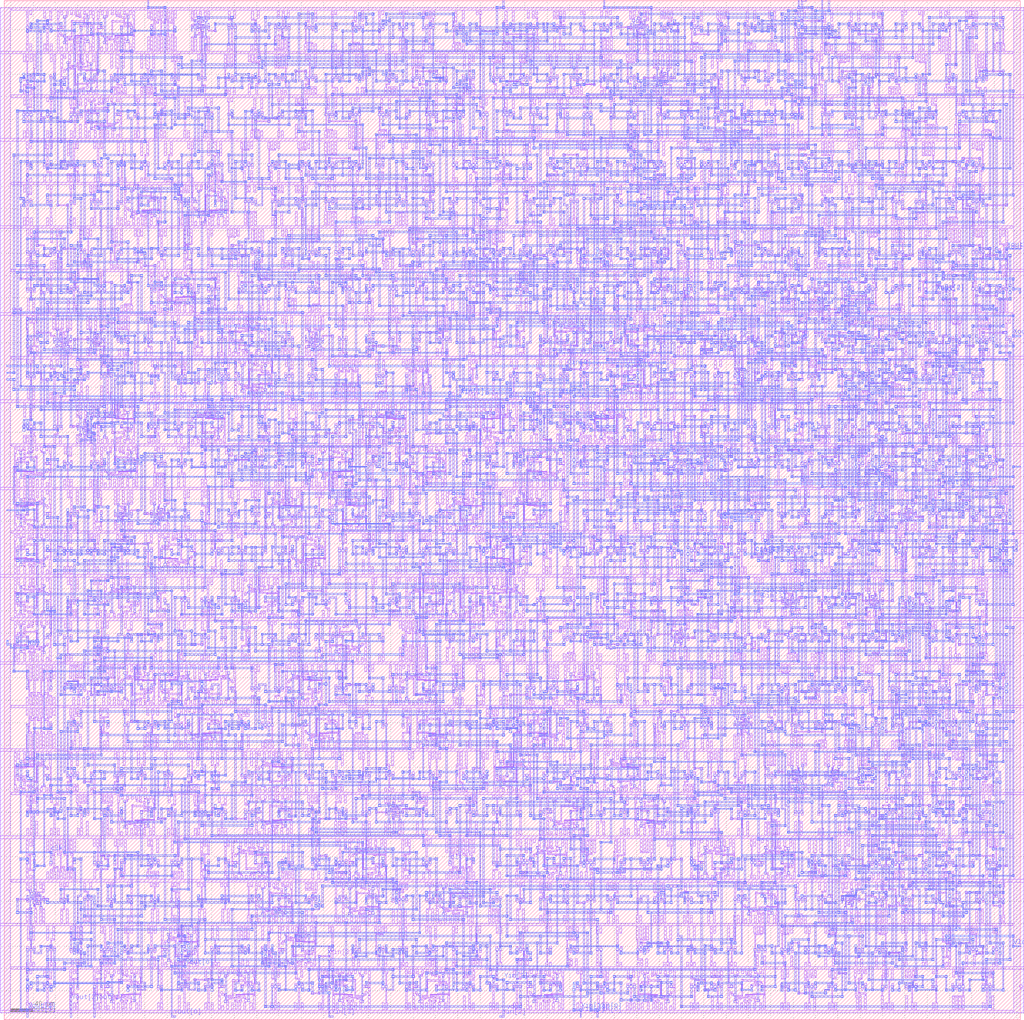
<source format=lef>
VERSION 5.7 ;
  NOWIREEXTENSIONATPIN ON ;
  DIVIDERCHAR "/" ;
  BUSBITCHARS "[]" ;
MACRO fir_pe
  CLASS BLOCK ;
  FOREIGN fir_pe ;
  ORIGIN 6.000 6.000 ;
  SIZE 909.000 BY 912.000 ;
  PIN gnd
    USE GROUND ;
    PORT
      LAYER metal1 ;
        RECT 0.600 897.300 906.450 899.700 ;
        RECT 16.800 893.400 18.600 897.300 ;
        RECT 29.700 890.400 31.500 897.300 ;
        RECT 44.850 893.400 46.650 897.300 ;
        RECT 53.850 893.400 55.650 897.300 ;
        RECT 60.750 893.400 62.550 897.300 ;
        RECT 70.050 893.400 71.850 897.300 ;
        RECT 80.850 893.400 82.650 897.300 ;
        RECT 89.850 893.400 91.650 897.300 ;
        RECT 96.750 893.400 98.550 897.300 ;
        RECT 106.050 893.400 107.850 897.300 ;
        RECT 122.400 890.400 124.200 897.300 ;
        RECT 128.400 890.400 130.200 897.300 ;
        RECT 134.400 890.400 136.200 897.300 ;
        RECT 140.400 890.400 142.200 897.300 ;
        RECT 146.400 890.400 148.200 897.300 ;
        RECT 164.400 891.300 166.200 897.300 ;
        RECT 173.100 891.300 174.900 897.300 ;
        RECT 199.500 890.400 201.300 897.300 ;
        RECT 220.500 890.400 222.300 897.300 ;
        RECT 238.500 890.400 240.300 897.300 ;
        RECT 247.500 890.400 249.300 897.300 ;
        RECT 271.800 887.400 273.600 897.300 ;
        RECT 289.800 893.400 291.600 897.300 ;
        RECT 313.800 887.400 315.600 897.300 ;
        RECT 331.800 893.400 333.600 897.300 ;
        RECT 347.400 893.400 349.200 897.300 ;
        RECT 353.400 893.400 355.200 897.300 ;
        RECT 371.400 892.200 373.200 897.300 ;
        RECT 403.800 887.400 405.600 897.300 ;
        RECT 416.400 893.400 418.200 897.300 ;
        RECT 448.800 887.400 450.600 897.300 ;
        RECT 462.000 890.400 463.800 897.300 ;
        RECT 469.500 893.400 471.300 897.300 ;
        RECT 488.400 892.200 490.200 897.300 ;
        RECT 509.400 893.400 511.200 897.300 ;
        RECT 528.000 890.400 529.800 897.300 ;
        RECT 535.500 893.400 537.300 897.300 ;
        RECT 557.100 891.300 558.900 897.300 ;
        RECT 565.800 891.300 567.600 897.300 ;
        RECT 584.400 892.200 586.200 897.300 ;
        RECT 616.800 887.400 618.600 897.300 ;
        RECT 637.800 892.200 639.600 897.300 ;
        RECT 664.800 887.400 666.600 897.300 ;
        RECT 677.700 890.400 679.500 897.300 ;
        RECT 701.700 893.400 703.500 897.300 ;
        RECT 709.200 890.400 711.000 897.300 ;
        RECT 733.800 887.400 735.600 897.300 ;
        RECT 757.800 887.400 759.600 897.300 ;
        RECT 771.000 890.400 772.800 897.300 ;
        RECT 778.500 893.400 780.300 897.300 ;
        RECT 799.800 893.400 801.600 897.300 ;
        RECT 812.400 893.400 814.200 897.300 ;
        RECT 831.000 890.400 832.800 897.300 ;
        RECT 838.500 893.400 840.300 897.300 ;
        RECT 857.400 892.200 859.200 897.300 ;
        RECT 878.400 887.400 880.200 897.300 ;
        RECT 15.900 821.700 17.700 828.600 ;
        RECT 35.400 821.700 37.200 825.600 ;
        RECT 47.850 821.700 49.650 825.600 ;
        RECT 56.850 821.700 58.650 825.600 ;
        RECT 63.750 821.700 65.550 825.600 ;
        RECT 73.050 821.700 74.850 825.600 ;
        RECT 92.400 821.700 94.200 827.100 ;
        RECT 119.400 821.700 121.200 827.100 ;
        RECT 143.700 821.700 145.500 828.600 ;
        RECT 167.700 821.700 169.500 828.600 ;
        RECT 191.700 821.700 193.500 825.600 ;
        RECT 199.200 821.700 201.000 828.600 ;
        RECT 212.400 821.700 214.200 831.600 ;
        RECT 237.000 821.700 238.800 828.600 ;
        RECT 244.500 821.700 246.300 825.600 ;
        RECT 268.800 821.700 270.600 826.800 ;
        RECT 287.700 821.700 289.500 825.600 ;
        RECT 295.200 821.700 297.000 828.600 ;
        RECT 309.000 821.700 310.800 828.600 ;
        RECT 316.500 821.700 318.300 825.600 ;
        RECT 340.800 821.700 342.600 826.800 ;
        RECT 359.700 821.700 361.500 825.600 ;
        RECT 367.200 821.700 369.000 828.600 ;
        RECT 380.400 821.700 382.200 831.600 ;
        RECT 407.400 821.700 409.200 826.800 ;
        RECT 439.800 821.700 441.600 831.600 ;
        RECT 463.800 821.700 465.600 831.600 ;
        RECT 484.800 821.700 486.600 826.800 ;
        RECT 503.400 821.700 505.200 826.800 ;
        RECT 527.700 821.700 529.500 825.600 ;
        RECT 535.200 821.700 537.000 828.600 ;
        RECT 559.800 821.700 561.600 831.600 ;
        RECT 577.800 821.700 579.600 827.700 ;
        RECT 586.800 821.700 588.600 827.700 ;
        RECT 602.400 821.700 604.200 831.600 ;
        RECT 629.400 821.700 631.200 826.800 ;
        RECT 658.500 821.700 660.300 828.600 ;
        RECT 679.500 821.700 681.300 828.600 ;
        RECT 692.700 821.700 694.500 828.600 ;
        RECT 720.300 821.700 722.100 828.600 ;
        RECT 748.800 821.700 750.600 831.600 ;
        RECT 762.000 821.700 763.800 828.600 ;
        RECT 769.500 821.700 771.300 825.600 ;
        RECT 788.400 821.700 790.200 826.800 ;
        RECT 809.400 821.700 811.200 831.600 ;
        RECT 841.800 821.700 843.600 826.800 ;
        RECT 863.700 821.700 865.500 825.600 ;
        RECT 871.200 821.700 873.000 828.600 ;
        RECT 897.450 821.700 906.450 897.300 ;
        RECT 0.600 819.300 906.450 821.700 ;
        RECT 11.700 812.400 13.500 819.300 ;
        RECT 32.400 815.400 34.200 819.300 ;
        RECT 58.800 814.200 60.600 819.300 ;
        RECT 69.150 815.400 70.950 819.300 ;
        RECT 78.450 815.400 80.250 819.300 ;
        RECT 85.350 815.400 87.150 819.300 ;
        RECT 94.350 815.400 96.150 819.300 ;
        RECT 110.400 815.400 112.200 819.300 ;
        RECT 131.400 814.200 133.200 819.300 ;
        RECT 157.800 815.400 159.600 819.300 ;
        RECT 178.500 812.400 180.300 819.300 ;
        RECT 196.800 815.400 198.600 819.300 ;
        RECT 223.800 809.400 225.600 819.300 ;
        RECT 241.800 815.400 243.600 819.300 ;
        RECT 257.400 814.200 259.200 819.300 ;
        RECT 289.800 809.400 291.600 819.300 ;
        RECT 303.000 812.400 304.800 819.300 ;
        RECT 310.500 815.400 312.300 819.300 ;
        RECT 337.800 809.400 339.600 819.300 ;
        RECT 355.800 815.400 357.600 819.300 ;
        RECT 379.800 809.400 381.600 819.300 ;
        RECT 400.800 814.200 402.600 819.300 ;
        RECT 424.500 812.400 426.300 819.300 ;
        RECT 448.800 809.400 450.600 819.300 ;
        RECT 464.700 815.400 466.500 819.300 ;
        RECT 472.200 812.400 474.000 819.300 ;
        RECT 492.300 812.400 494.100 819.300 ;
        RECT 517.500 812.400 519.300 819.300 ;
        RECT 538.800 815.400 540.600 819.300 ;
        RECT 552.000 812.400 553.800 819.300 ;
        RECT 559.500 815.400 561.300 819.300 ;
        RECT 583.800 814.200 585.600 819.300 ;
        RECT 602.400 814.200 604.200 819.300 ;
        RECT 637.800 809.400 639.600 819.300 ;
        RECT 661.800 809.400 663.600 819.300 ;
        RECT 675.000 812.400 676.800 819.300 ;
        RECT 682.500 815.400 684.300 819.300 ;
        RECT 701.400 814.200 703.200 819.300 ;
        RECT 730.800 814.200 732.600 819.300 ;
        RECT 746.400 809.400 748.200 819.300 ;
        RECT 778.800 814.200 780.600 819.300 ;
        RECT 805.800 809.400 807.600 819.300 ;
        RECT 819.000 812.400 820.800 819.300 ;
        RECT 826.500 815.400 828.300 819.300 ;
        RECT 845.700 815.400 847.500 819.300 ;
        RECT 853.200 812.400 855.000 819.300 ;
        RECT 877.800 809.400 879.600 819.300 ;
        RECT 16.800 743.700 18.600 747.600 ;
        RECT 29.700 743.700 31.500 750.600 ;
        RECT 53.400 743.700 55.200 748.800 ;
        RECT 74.700 743.700 76.500 750.600 ;
        RECT 95.400 743.700 97.200 747.600 ;
        RECT 101.400 743.700 103.200 747.600 ;
        RECT 116.400 743.700 118.200 747.600 ;
        RECT 122.400 743.700 124.200 747.600 ;
        RECT 137.400 743.700 139.200 747.600 ;
        RECT 143.400 743.700 145.200 747.600 ;
        RECT 158.400 743.700 160.200 747.600 ;
        RECT 179.400 743.700 181.200 749.100 ;
        RECT 214.800 743.700 216.600 753.600 ;
        RECT 238.800 743.700 240.600 753.600 ;
        RECT 265.800 743.700 267.600 753.600 ;
        RECT 281.700 743.700 283.500 747.600 ;
        RECT 289.200 743.700 291.000 750.600 ;
        RECT 302.400 743.700 304.200 753.600 ;
        RECT 326.700 743.700 328.500 750.600 ;
        RECT 352.800 743.700 354.600 747.600 ;
        RECT 373.800 743.700 375.600 748.800 ;
        RECT 397.800 743.700 399.600 747.600 ;
        RECT 410.700 743.700 412.500 750.600 ;
        RECT 442.800 743.700 444.600 749.100 ;
        RECT 458.400 743.700 460.200 747.600 ;
        RECT 464.400 743.700 466.200 747.600 ;
        RECT 482.400 743.700 484.200 748.800 ;
        RECT 506.400 743.700 508.200 753.600 ;
        RECT 535.800 743.700 537.600 747.600 ;
        RECT 548.400 743.700 550.200 753.600 ;
        RECT 580.800 743.700 582.600 748.800 ;
        RECT 596.700 743.700 598.500 750.600 ;
        RECT 617.400 743.700 619.200 753.600 ;
        RECT 646.800 743.700 648.600 747.600 ;
        RECT 664.800 743.700 666.600 747.600 ;
        RECT 677.400 743.700 679.200 753.600 ;
        RECT 712.800 743.700 714.600 753.600 ;
        RECT 726.000 743.700 727.800 750.600 ;
        RECT 733.500 743.700 735.300 747.600 ;
        RECT 749.700 743.700 751.500 750.600 ;
        RECT 778.500 743.700 780.300 750.600 ;
        RECT 795.900 743.700 797.700 750.600 ;
        RECT 816.000 743.700 817.800 750.600 ;
        RECT 823.500 743.700 825.300 747.600 ;
        RECT 847.800 743.700 849.600 747.600 ;
        RECT 860.400 743.700 862.200 753.600 ;
        RECT 897.450 743.700 906.450 819.300 ;
        RECT 0.600 741.300 906.450 743.700 ;
        RECT 11.700 734.400 13.500 741.300 ;
        RECT 32.400 737.400 34.200 741.300 ;
        RECT 55.800 737.400 57.600 741.300 ;
        RECT 76.800 736.200 78.600 741.300 ;
        RECT 97.800 737.400 99.600 741.300 ;
        RECT 104.850 737.400 106.650 741.300 ;
        RECT 113.850 737.400 115.650 741.300 ;
        RECT 120.750 737.400 122.550 741.300 ;
        RECT 130.050 737.400 131.850 741.300 ;
        RECT 154.800 736.200 156.600 741.300 ;
        RECT 164.850 737.400 166.650 741.300 ;
        RECT 173.850 737.400 175.650 741.300 ;
        RECT 180.750 737.400 182.550 741.300 ;
        RECT 190.050 737.400 191.850 741.300 ;
        RECT 209.700 737.400 211.500 741.300 ;
        RECT 217.200 734.400 219.000 741.300 ;
        RECT 238.800 736.200 240.600 741.300 ;
        RECT 257.400 736.200 259.200 741.300 ;
        RECT 281.700 737.400 283.500 741.300 ;
        RECT 289.200 734.400 291.000 741.300 ;
        RECT 313.800 731.400 315.600 741.300 ;
        RECT 326.400 737.400 328.200 741.300 ;
        RECT 345.000 734.400 346.800 741.300 ;
        RECT 352.500 737.400 354.300 741.300 ;
        RECT 371.400 736.200 373.200 741.300 ;
        RECT 392.400 737.400 394.200 741.300 ;
        RECT 398.400 737.400 400.200 741.300 ;
        RECT 413.700 734.400 415.500 741.300 ;
        RECT 439.800 737.400 441.600 741.300 ;
        RECT 463.800 736.200 465.600 741.300 ;
        RECT 484.800 737.400 486.600 741.300 ;
        RECT 505.500 734.400 507.300 741.300 ;
        RECT 518.700 734.400 520.500 741.300 ;
        RECT 539.700 734.400 541.500 741.300 ;
        RECT 560.700 734.400 562.500 741.300 ;
        RECT 588.300 734.400 590.100 741.300 ;
        RECT 608.400 736.200 610.200 741.300 ;
        RECT 636.300 734.400 638.100 741.300 ;
        RECT 653.700 734.400 655.500 741.300 ;
        RECT 677.700 737.400 679.500 741.300 ;
        RECT 685.200 734.400 687.000 741.300 ;
        RECT 698.400 731.400 700.200 741.300 ;
        RECT 730.800 736.200 732.600 741.300 ;
        RECT 746.700 734.400 748.500 741.300 ;
        RECT 767.400 737.400 769.200 741.300 ;
        RECT 796.800 731.400 798.600 741.300 ;
        RECT 810.000 734.400 811.800 741.300 ;
        RECT 817.500 737.400 819.300 741.300 ;
        RECT 836.400 731.400 838.200 741.300 ;
        RECT 863.400 736.200 865.200 741.300 ;
        RECT 19.800 665.700 21.600 670.800 ;
        RECT 38.400 665.700 40.200 670.800 ;
        RECT 66.300 665.700 68.100 672.600 ;
        RECT 91.800 665.700 93.600 669.600 ;
        RECT 97.800 666.600 99.600 669.600 ;
        RECT 98.400 665.700 99.600 666.600 ;
        RECT 110.700 665.700 112.500 672.600 ;
        RECT 131.700 665.700 133.500 672.600 ;
        RECT 157.800 665.700 159.600 669.600 ;
        RECT 178.800 665.700 180.600 669.600 ;
        RECT 202.800 665.700 204.600 675.600 ;
        RECT 216.000 665.700 217.800 672.600 ;
        RECT 223.500 665.700 225.300 669.600 ;
        RECT 247.800 665.700 249.600 670.800 ;
        RECT 266.700 665.700 268.500 669.600 ;
        RECT 274.200 665.700 276.000 672.600 ;
        RECT 295.500 665.700 297.300 672.600 ;
        RECT 316.500 665.700 318.300 672.600 ;
        RECT 336.300 665.700 338.100 672.600 ;
        RECT 358.500 665.700 360.300 672.600 ;
        RECT 367.500 665.700 369.300 672.600 ;
        RECT 388.500 665.700 390.300 672.600 ;
        RECT 409.800 665.700 411.600 670.800 ;
        RECT 430.500 665.700 432.300 672.600 ;
        RECT 439.500 665.700 441.300 672.600 ;
        RECT 458.400 665.700 460.200 670.800 ;
        RECT 482.400 665.700 484.200 670.800 ;
        RECT 510.300 665.700 512.100 672.600 ;
        RECT 530.400 665.700 532.200 670.800 ;
        RECT 551.700 665.700 553.500 672.600 ;
        RECT 575.400 665.700 577.200 670.800 ;
        RECT 599.400 665.700 601.200 670.800 ;
        RECT 627.300 665.700 629.100 672.600 ;
        RECT 644.400 665.700 646.200 669.600 ;
        RECT 650.400 665.700 652.200 669.600 ;
        RECT 671.700 665.700 673.500 669.600 ;
        RECT 679.200 665.700 681.000 672.600 ;
        RECT 703.800 665.700 705.600 675.600 ;
        RECT 724.800 665.700 726.600 670.800 ;
        RECT 743.400 665.700 745.200 670.800 ;
        RECT 775.800 665.700 777.600 675.600 ;
        RECT 789.000 665.700 790.800 672.600 ;
        RECT 796.500 665.700 798.300 669.600 ;
        RECT 815.400 665.700 817.200 670.800 ;
        RECT 839.700 665.700 841.500 669.600 ;
        RECT 847.200 665.700 849.000 672.600 ;
        RECT 860.400 665.700 862.200 675.600 ;
        RECT 887.400 665.700 889.200 669.600 ;
        RECT 897.450 665.700 906.450 741.300 ;
        RECT 0.600 663.300 906.450 665.700 ;
        RECT 13.800 659.400 15.600 663.300 ;
        RECT 19.800 659.400 21.600 663.300 ;
        RECT 32.400 659.400 34.200 663.300 ;
        RECT 53.400 658.200 55.200 663.300 ;
        RECT 76.800 659.400 78.600 663.300 ;
        RECT 82.800 659.400 84.600 663.300 ;
        RECT 98.400 653.400 100.200 663.300 ;
        RECT 127.800 659.400 129.600 663.300 ;
        RECT 134.850 659.400 136.650 663.300 ;
        RECT 143.850 659.400 145.650 663.300 ;
        RECT 150.750 659.400 152.550 663.300 ;
        RECT 160.050 659.400 161.850 663.300 ;
        RECT 179.400 658.200 181.200 663.300 ;
        RECT 205.800 659.400 207.600 663.300 ;
        RECT 226.800 658.200 228.600 663.300 ;
        RECT 245.700 659.400 247.500 663.300 ;
        RECT 253.200 656.400 255.000 663.300 ;
        RECT 266.400 653.400 268.200 663.300 ;
        RECT 301.800 658.200 303.600 663.300 ;
        RECT 317.400 659.400 319.200 663.300 ;
        RECT 323.400 659.400 325.200 663.300 ;
        RECT 338.700 656.400 340.500 663.300 ;
        RECT 366.300 656.400 368.100 663.300 ;
        RECT 391.800 658.200 393.600 663.300 ;
        RECT 407.700 656.400 409.500 663.300 ;
        RECT 428.700 656.400 430.500 663.300 ;
        RECT 457.800 658.200 459.600 663.300 ;
        RECT 481.500 656.400 483.300 663.300 ;
        RECT 498.900 656.400 500.700 663.300 ;
        RECT 518.700 656.400 520.500 663.300 ;
        RECT 539.400 656.400 541.200 663.300 ;
        RECT 562.800 656.400 564.600 663.300 ;
        RECT 583.800 658.200 585.600 663.300 ;
        RECT 604.800 659.400 606.600 663.300 ;
        RECT 631.800 653.400 633.600 663.300 ;
        RECT 652.500 656.400 654.300 663.300 ;
        RECT 665.700 656.400 667.500 663.300 ;
        RECT 691.500 656.400 693.300 663.300 ;
        RECT 700.500 656.400 702.300 663.300 ;
        RECT 713.700 656.400 715.500 663.300 ;
        RECT 722.700 656.400 724.500 663.300 ;
        RECT 743.700 659.400 745.500 663.300 ;
        RECT 751.200 656.400 753.000 663.300 ;
        RECT 764.400 653.400 766.200 663.300 ;
        RECT 788.400 653.400 790.200 663.300 ;
        RECT 815.400 659.400 817.200 663.300 ;
        RECT 834.000 656.400 835.800 663.300 ;
        RECT 841.500 659.400 843.300 663.300 ;
        RECT 868.800 653.400 870.600 663.300 ;
        RECT 882.000 656.400 883.800 663.300 ;
        RECT 889.500 659.400 891.300 663.300 ;
        RECT 18.300 587.700 20.100 594.600 ;
        RECT 41.100 587.700 42.900 593.700 ;
        RECT 49.800 587.700 51.600 593.700 ;
        RECT 70.800 587.700 72.600 593.700 ;
        RECT 79.800 587.700 81.600 593.700 ;
        RECT 96.000 587.700 97.800 594.600 ;
        RECT 103.500 587.700 105.300 591.600 ;
        RECT 119.700 587.700 121.500 594.600 ;
        RECT 142.800 587.700 144.600 591.600 ;
        RECT 148.800 587.700 150.600 591.600 ;
        RECT 166.800 587.700 168.600 591.600 ;
        RECT 184.800 587.700 186.600 591.600 ;
        RECT 190.800 587.700 192.600 591.600 ;
        RECT 198.150 587.700 199.950 591.600 ;
        RECT 207.450 587.700 209.250 591.600 ;
        RECT 214.350 587.700 216.150 591.600 ;
        RECT 223.350 587.700 225.150 591.600 ;
        RECT 247.800 587.700 249.600 592.800 ;
        RECT 266.400 587.700 268.200 593.700 ;
        RECT 275.100 587.700 276.900 593.700 ;
        RECT 293.400 587.700 295.200 591.600 ;
        RECT 299.400 587.700 301.200 591.600 ;
        RECT 322.500 587.700 324.300 594.600 ;
        RECT 342.300 587.700 344.100 594.600 ;
        RECT 359.700 587.700 361.500 594.600 ;
        RECT 380.700 587.700 382.500 594.600 ;
        RECT 389.700 587.700 391.500 594.600 ;
        RECT 412.800 587.700 414.600 591.600 ;
        RECT 433.800 587.700 435.600 591.600 ;
        RECT 454.800 587.700 456.600 591.600 ;
        RECT 478.800 587.700 480.600 592.800 ;
        RECT 489.150 587.700 490.950 591.600 ;
        RECT 498.450 587.700 500.250 591.600 ;
        RECT 505.350 587.700 507.150 591.600 ;
        RECT 514.350 587.700 516.150 591.600 ;
        RECT 541.800 587.700 543.600 592.800 ;
        RECT 552.150 587.700 553.950 591.600 ;
        RECT 561.450 587.700 563.250 591.600 ;
        RECT 568.350 587.700 570.150 591.600 ;
        RECT 577.350 587.700 579.150 591.600 ;
        RECT 601.500 587.700 603.300 594.600 ;
        RECT 622.800 587.700 624.600 592.800 ;
        RECT 646.500 587.700 648.300 594.600 ;
        RECT 662.400 587.700 664.200 592.800 ;
        RECT 686.400 587.700 688.200 591.600 ;
        RECT 707.400 587.700 709.200 591.600 ;
        RECT 725.700 587.700 727.500 594.600 ;
        RECT 746.400 587.700 748.200 597.600 ;
        RECT 770.700 587.700 772.500 594.600 ;
        RECT 779.700 587.700 781.500 594.600 ;
        RECT 797.400 587.700 799.200 591.600 ;
        RECT 823.800 587.700 825.600 592.800 ;
        RECT 839.400 587.700 841.200 597.600 ;
        RECT 866.700 587.700 868.500 591.600 ;
        RECT 874.200 587.700 876.000 594.600 ;
        RECT 892.800 587.700 894.600 591.600 ;
        RECT 897.450 587.700 906.450 663.300 ;
        RECT 0.600 585.300 906.450 587.700 ;
        RECT 13.800 581.400 15.600 585.300 ;
        RECT 19.800 581.400 21.600 585.300 ;
        RECT 40.500 578.400 42.300 585.300 ;
        RECT 64.800 580.200 66.600 585.300 ;
        RECT 83.400 580.200 85.200 585.300 ;
        RECT 107.400 581.400 109.200 585.300 ;
        RECT 125.700 578.400 127.500 585.300 ;
        RECT 149.400 580.200 151.200 585.300 ;
        RECT 175.800 581.400 177.600 585.300 ;
        RECT 188.700 578.400 190.500 585.300 ;
        RECT 203.850 581.400 205.650 585.300 ;
        RECT 212.850 581.400 214.650 585.300 ;
        RECT 219.750 581.400 221.550 585.300 ;
        RECT 229.050 581.400 230.850 585.300 ;
        RECT 245.700 578.400 247.500 585.300 ;
        RECT 266.700 578.400 268.500 585.300 ;
        RECT 287.400 578.400 289.200 585.300 ;
        RECT 293.400 578.400 295.200 585.300 ;
        RECT 299.400 578.400 301.200 585.300 ;
        RECT 305.400 578.400 307.200 585.300 ;
        RECT 311.400 578.400 313.200 585.300 ;
        RECT 326.400 575.400 328.200 585.300 ;
        RECT 350.400 578.400 352.200 585.300 ;
        RECT 356.400 578.400 358.200 585.300 ;
        RECT 362.400 578.400 364.200 585.300 ;
        RECT 368.400 578.400 370.200 585.300 ;
        RECT 374.400 578.400 376.200 585.300 ;
        RECT 394.800 581.400 396.600 585.300 ;
        RECT 412.800 581.400 414.600 585.300 ;
        RECT 433.800 581.400 435.600 585.300 ;
        RECT 446.700 578.400 448.500 585.300 ;
        RECT 475.500 578.400 477.300 585.300 ;
        RECT 496.500 578.400 498.300 585.300 ;
        RECT 509.700 578.400 511.500 585.300 ;
        RECT 538.800 580.200 540.600 585.300 ;
        RECT 549.150 581.400 550.950 585.300 ;
        RECT 558.450 581.400 560.250 585.300 ;
        RECT 565.350 581.400 567.150 585.300 ;
        RECT 574.350 581.400 576.150 585.300 ;
        RECT 590.400 581.400 592.200 585.300 ;
        RECT 608.400 578.400 610.200 585.300 ;
        RECT 634.500 578.400 636.300 585.300 ;
        RECT 650.400 581.400 652.200 585.300 ;
        RECT 675.300 578.400 677.100 585.300 ;
        RECT 700.500 578.400 702.300 585.300 ;
        RECT 716.400 580.200 718.200 585.300 ;
        RECT 745.500 578.400 747.300 585.300 ;
        RECT 758.400 575.400 760.200 585.300 ;
        RECT 785.700 578.400 787.500 585.300 ;
        RECT 794.700 578.400 796.500 585.300 ;
        RECT 820.800 580.200 822.600 585.300 ;
        RECT 839.400 580.200 841.200 585.300 ;
        RECT 860.400 575.400 862.200 585.300 ;
        RECT 14.400 509.700 16.200 514.800 ;
        RECT 43.500 509.700 45.300 516.600 ;
        RECT 61.800 509.700 63.600 515.700 ;
        RECT 70.800 509.700 72.600 515.700 ;
        RECT 80.850 509.700 82.650 513.600 ;
        RECT 89.850 509.700 91.650 513.600 ;
        RECT 96.750 509.700 98.550 513.600 ;
        RECT 106.050 509.700 107.850 513.600 ;
        RECT 125.400 509.700 127.200 514.800 ;
        RECT 146.700 509.700 148.500 516.600 ;
        RECT 161.850 509.700 163.650 513.600 ;
        RECT 170.850 509.700 172.650 513.600 ;
        RECT 177.750 509.700 179.550 513.600 ;
        RECT 187.050 509.700 188.850 513.600 ;
        RECT 203.400 509.700 205.200 513.600 ;
        RECT 224.400 509.700 226.200 514.800 ;
        RECT 251.400 509.700 253.200 513.600 ;
        RECT 269.700 509.700 271.500 516.600 ;
        RECT 290.400 509.700 292.200 513.600 ;
        RECT 310.800 509.700 312.600 513.600 ;
        RECT 316.800 509.700 318.600 513.600 ;
        RECT 323.850 509.700 325.650 513.600 ;
        RECT 332.850 509.700 334.650 513.600 ;
        RECT 339.750 509.700 341.550 513.600 ;
        RECT 349.050 509.700 350.850 513.600 ;
        RECT 373.500 509.700 375.300 516.600 ;
        RECT 391.800 509.700 393.600 516.600 ;
        RECT 412.800 509.700 414.600 514.800 ;
        RECT 423.150 509.700 424.950 513.600 ;
        RECT 432.450 509.700 434.250 513.600 ;
        RECT 439.350 509.700 441.150 513.600 ;
        RECT 448.350 509.700 450.150 513.600 ;
        RECT 464.700 509.700 466.500 516.600 ;
        RECT 493.500 509.700 495.300 516.600 ;
        RECT 514.800 509.700 516.600 514.800 ;
        RECT 525.150 509.700 526.950 513.600 ;
        RECT 534.450 509.700 536.250 513.600 ;
        RECT 541.350 509.700 543.150 513.600 ;
        RECT 550.350 509.700 552.150 513.600 ;
        RECT 569.400 509.700 571.200 514.800 ;
        RECT 597.300 509.700 599.100 516.600 ;
        RECT 625.800 509.700 627.600 519.600 ;
        RECT 638.400 509.700 640.200 513.600 ;
        RECT 664.500 509.700 666.300 516.600 ;
        RECT 680.400 509.700 682.200 514.800 ;
        RECT 704.400 509.700 706.200 513.600 ;
        RECT 725.400 509.700 727.200 514.800 ;
        RECT 750.900 509.700 752.700 516.600 ;
        RECT 778.500 509.700 780.300 516.600 ;
        RECT 799.500 509.700 801.300 516.600 ;
        RECT 816.900 509.700 818.700 516.600 ;
        RECT 839.700 509.700 841.500 513.600 ;
        RECT 847.200 509.700 849.000 516.600 ;
        RECT 863.400 509.700 865.200 514.800 ;
        RECT 897.450 509.700 906.450 585.300 ;
        RECT 0.600 507.300 906.450 509.700 ;
        RECT 6.150 503.400 7.950 507.300 ;
        RECT 15.450 503.400 17.250 507.300 ;
        RECT 22.350 503.400 24.150 507.300 ;
        RECT 31.350 503.400 33.150 507.300 ;
        RECT 47.700 500.400 49.500 507.300 ;
        RECT 76.500 500.400 78.300 507.300 ;
        RECT 83.850 503.400 85.650 507.300 ;
        RECT 92.850 503.400 94.650 507.300 ;
        RECT 99.750 503.400 101.550 507.300 ;
        RECT 109.050 503.400 110.850 507.300 ;
        RECT 128.700 503.400 130.500 507.300 ;
        RECT 136.200 500.400 138.000 507.300 ;
        RECT 149.400 503.400 151.200 507.300 ;
        RECT 155.400 503.400 157.200 507.300 ;
        RECT 170.400 503.400 172.200 507.300 ;
        RECT 191.700 500.400 193.500 507.300 ;
        RECT 219.300 500.400 221.100 507.300 ;
        RECT 236.700 500.400 238.500 507.300 ;
        RECT 265.800 502.200 267.600 507.300 ;
        RECT 275.850 503.400 277.650 507.300 ;
        RECT 284.850 503.400 286.650 507.300 ;
        RECT 291.750 503.400 293.550 507.300 ;
        RECT 301.050 503.400 302.850 507.300 ;
        RECT 320.400 502.200 322.200 507.300 ;
        RECT 349.800 502.200 351.600 507.300 ;
        RECT 359.850 503.400 361.650 507.300 ;
        RECT 368.850 503.400 370.650 507.300 ;
        RECT 375.750 503.400 377.550 507.300 ;
        RECT 385.050 503.400 386.850 507.300 ;
        RECT 409.500 500.400 411.300 507.300 ;
        RECT 430.800 502.200 432.600 507.300 ;
        RECT 454.800 502.200 456.600 507.300 ;
        RECT 465.150 503.400 466.950 507.300 ;
        RECT 474.450 503.400 476.250 507.300 ;
        RECT 481.350 503.400 483.150 507.300 ;
        RECT 490.350 503.400 492.150 507.300 ;
        RECT 509.400 502.200 511.200 507.300 ;
        RECT 530.400 500.400 532.200 507.300 ;
        RECT 551.400 503.400 553.200 507.300 ;
        RECT 577.500 500.400 579.300 507.300 ;
        RECT 598.800 502.200 600.600 507.300 ;
        RECT 617.400 502.200 619.200 507.300 ;
        RECT 638.700 500.400 640.500 507.300 ;
        RECT 659.400 497.400 661.200 507.300 ;
        RECT 683.700 500.400 685.500 507.300 ;
        RECT 710.400 502.200 712.200 507.300 ;
        RECT 732.000 500.400 733.800 507.300 ;
        RECT 739.500 503.400 741.300 507.300 ;
        RECT 762.300 500.400 764.100 507.300 ;
        RECT 779.700 500.400 781.500 507.300 ;
        RECT 788.700 500.400 790.500 507.300 ;
        RECT 806.400 503.400 808.200 507.300 ;
        RECT 812.400 503.400 814.200 507.300 ;
        RECT 827.700 500.400 829.500 507.300 ;
        RECT 856.800 502.200 858.600 507.300 ;
        RECT 872.400 497.400 874.200 507.300 ;
        RECT 6.150 431.700 7.950 435.600 ;
        RECT 15.450 431.700 17.250 435.600 ;
        RECT 22.350 431.700 24.150 435.600 ;
        RECT 31.350 431.700 33.150 435.600 ;
        RECT 55.800 431.700 57.600 436.800 ;
        RECT 76.800 431.700 78.600 435.600 ;
        RECT 95.400 431.700 97.200 437.700 ;
        RECT 104.100 431.700 105.900 437.700 ;
        RECT 127.800 431.700 129.600 437.700 ;
        RECT 136.800 431.700 138.600 437.700 ;
        RECT 157.800 431.700 159.600 435.600 ;
        RECT 173.400 431.700 175.200 435.600 ;
        RECT 199.800 431.700 201.600 436.800 ;
        RECT 215.700 431.700 217.500 438.600 ;
        RECT 230.850 431.700 232.650 435.600 ;
        RECT 239.850 431.700 241.650 435.600 ;
        RECT 246.750 431.700 248.550 435.600 ;
        RECT 256.050 431.700 257.850 435.600 ;
        RECT 272.700 431.700 274.500 438.600 ;
        RECT 287.850 431.700 289.650 435.600 ;
        RECT 296.850 431.700 298.650 435.600 ;
        RECT 303.750 431.700 305.550 435.600 ;
        RECT 313.050 431.700 314.850 435.600 ;
        RECT 337.800 431.700 339.600 436.800 ;
        RECT 361.800 431.700 363.600 436.800 ;
        RECT 379.800 431.700 381.600 435.600 ;
        RECT 385.800 431.700 387.600 435.600 ;
        RECT 392.850 431.700 394.650 435.600 ;
        RECT 401.850 431.700 403.650 435.600 ;
        RECT 408.750 431.700 410.550 435.600 ;
        RECT 418.050 431.700 419.850 435.600 ;
        RECT 439.800 431.700 441.600 435.600 ;
        RECT 449.850 431.700 451.650 435.600 ;
        RECT 458.850 431.700 460.650 435.600 ;
        RECT 465.750 431.700 467.550 435.600 ;
        RECT 475.050 431.700 476.850 435.600 ;
        RECT 494.400 431.700 496.200 435.600 ;
        RECT 512.400 431.700 514.200 438.600 ;
        RECT 538.500 431.700 540.300 438.600 ;
        RECT 559.800 431.700 561.600 438.600 ;
        RECT 577.800 431.700 579.600 438.600 ;
        RECT 590.700 431.700 592.500 438.600 ;
        RECT 613.800 431.700 615.600 435.600 ;
        RECT 619.800 431.700 621.600 435.600 ;
        RECT 636.900 431.700 638.700 438.600 ;
        RECT 661.500 431.700 663.300 438.600 ;
        RECT 670.500 431.700 672.300 438.600 ;
        RECT 691.500 431.700 693.300 438.600 ;
        RECT 707.400 431.700 709.200 436.800 ;
        RECT 728.700 431.700 730.500 438.600 ;
        RECT 757.500 431.700 759.300 438.600 ;
        RECT 778.500 431.700 780.300 438.600 ;
        RECT 796.800 431.700 798.600 437.700 ;
        RECT 805.800 431.700 807.600 437.700 ;
        RECT 824.400 431.700 826.200 436.800 ;
        RECT 850.800 431.700 852.600 435.600 ;
        RECT 863.400 431.700 865.200 435.600 ;
        RECT 882.000 431.700 883.800 438.600 ;
        RECT 889.500 431.700 891.300 435.600 ;
        RECT 897.450 431.700 906.450 507.300 ;
        RECT 0.600 429.300 906.450 431.700 ;
        RECT 6.150 425.400 7.950 429.300 ;
        RECT 15.450 425.400 17.250 429.300 ;
        RECT 22.350 425.400 24.150 429.300 ;
        RECT 31.350 425.400 33.150 429.300 ;
        RECT 47.700 422.400 49.500 429.300 ;
        RECT 71.400 424.200 73.200 429.300 ;
        RECT 100.800 424.200 102.600 429.300 ;
        RECT 119.700 422.400 121.500 429.300 ;
        RECT 135.150 425.400 136.950 429.300 ;
        RECT 144.450 425.400 146.250 429.300 ;
        RECT 151.350 425.400 153.150 429.300 ;
        RECT 160.350 425.400 162.150 429.300 ;
        RECT 184.800 424.200 186.600 429.300 ;
        RECT 202.800 425.400 204.600 429.300 ;
        RECT 208.800 425.400 210.600 429.300 ;
        RECT 226.800 425.400 228.600 429.300 ;
        RECT 244.800 425.400 246.600 429.300 ;
        RECT 251.850 425.400 253.650 429.300 ;
        RECT 260.850 425.400 262.650 429.300 ;
        RECT 267.750 425.400 269.550 429.300 ;
        RECT 277.050 425.400 278.850 429.300 ;
        RECT 293.700 422.400 295.500 429.300 ;
        RECT 317.400 424.200 319.200 429.300 ;
        RECT 349.800 424.200 351.600 429.300 ;
        RECT 368.400 424.200 370.200 429.300 ;
        RECT 390.000 422.400 391.800 429.300 ;
        RECT 397.500 425.400 399.300 429.300 ;
        RECT 421.800 424.200 423.600 429.300 ;
        RECT 432.150 425.400 433.950 429.300 ;
        RECT 441.450 425.400 443.250 429.300 ;
        RECT 448.350 425.400 450.150 429.300 ;
        RECT 457.350 425.400 459.150 429.300 ;
        RECT 478.800 425.400 480.600 429.300 ;
        RECT 494.700 422.400 496.500 429.300 ;
        RECT 523.800 424.200 525.600 429.300 ;
        RECT 542.400 424.200 544.200 429.300 ;
        RECT 563.400 425.400 565.200 429.300 ;
        RECT 569.400 425.400 571.200 429.300 ;
        RECT 592.800 424.200 594.600 429.300 ;
        RECT 608.700 422.400 610.500 429.300 ;
        RECT 629.400 425.400 631.200 429.300 ;
        RECT 635.400 425.400 637.200 429.300 ;
        RECT 650.700 422.400 652.500 429.300 ;
        RECT 672.000 422.400 673.800 429.300 ;
        RECT 679.500 425.400 681.300 429.300 ;
        RECT 695.700 422.400 697.500 429.300 ;
        RECT 704.700 422.400 706.500 429.300 ;
        RECT 729.300 422.400 731.100 429.300 ;
        RECT 754.800 424.200 756.600 429.300 ;
        RECT 770.700 422.400 772.500 429.300 ;
        RECT 791.400 428.400 792.600 429.300 ;
        RECT 791.400 425.400 793.200 428.400 ;
        RECT 797.400 425.400 799.200 429.300 ;
        RECT 823.800 424.200 825.600 429.300 ;
        RECT 839.400 425.400 841.200 429.300 ;
        RECT 845.400 425.400 847.200 429.300 ;
        RECT 863.400 424.200 865.200 429.300 ;
        RECT 884.700 422.400 886.500 429.300 ;
        RECT 6.150 353.700 7.950 357.600 ;
        RECT 15.450 353.700 17.250 357.600 ;
        RECT 22.350 353.700 24.150 357.600 ;
        RECT 31.350 353.700 33.150 357.600 ;
        RECT 55.800 353.700 57.600 358.800 ;
        RECT 79.500 353.700 81.300 360.600 ;
        RECT 86.850 353.700 88.650 357.600 ;
        RECT 95.850 353.700 97.650 357.600 ;
        RECT 102.750 353.700 104.550 357.600 ;
        RECT 112.050 353.700 113.850 357.600 ;
        RECT 133.800 353.700 135.600 357.600 ;
        RECT 151.800 353.700 153.600 357.600 ;
        RECT 157.800 353.700 159.600 357.600 ;
        RECT 173.400 353.700 175.200 358.800 ;
        RECT 196.800 353.700 198.600 357.600 ;
        RECT 202.800 353.700 204.600 357.600 ;
        RECT 209.850 353.700 211.650 357.600 ;
        RECT 218.850 353.700 220.650 357.600 ;
        RECT 225.750 353.700 227.550 357.600 ;
        RECT 235.050 353.700 236.850 357.600 ;
        RECT 254.400 353.700 256.200 358.800 ;
        RECT 278.700 353.700 280.500 360.600 ;
        RECT 299.400 353.700 301.200 360.600 ;
        RECT 325.800 353.700 327.600 357.600 ;
        RECT 341.400 353.700 343.200 358.800 ;
        RECT 356.850 353.700 358.650 357.600 ;
        RECT 365.850 353.700 367.650 357.600 ;
        RECT 372.750 353.700 374.550 357.600 ;
        RECT 382.050 353.700 383.850 357.600 ;
        RECT 392.850 353.700 394.650 357.600 ;
        RECT 401.850 353.700 403.650 357.600 ;
        RECT 408.750 353.700 410.550 357.600 ;
        RECT 418.050 353.700 419.850 357.600 ;
        RECT 429.150 353.700 430.950 357.600 ;
        RECT 438.450 353.700 440.250 357.600 ;
        RECT 445.350 353.700 447.150 357.600 ;
        RECT 454.350 353.700 456.150 357.600 ;
        RECT 470.400 353.700 472.200 357.600 ;
        RECT 476.400 353.700 478.200 357.600 ;
        RECT 495.000 353.700 496.800 360.600 ;
        RECT 502.500 353.700 504.300 357.600 ;
        RECT 526.800 353.700 528.600 357.600 ;
        RECT 532.800 354.600 534.600 357.600 ;
        RECT 533.400 353.700 534.600 354.600 ;
        RECT 551.400 353.700 553.200 358.800 ;
        RECT 575.400 353.700 577.200 358.800 ;
        RECT 599.400 353.700 601.200 359.100 ;
        RECT 623.400 353.700 625.200 357.600 ;
        RECT 649.800 353.700 651.600 358.800 ;
        RECT 665.700 353.700 667.500 360.600 ;
        RECT 692.400 353.700 694.200 359.700 ;
        RECT 701.100 353.700 702.900 359.700 ;
        RECT 727.800 353.700 729.600 358.800 ;
        RECT 743.400 353.700 745.200 357.600 ;
        RECT 749.400 353.700 751.200 357.600 ;
        RECT 767.400 353.700 769.200 359.700 ;
        RECT 776.400 353.700 778.200 359.700 ;
        RECT 802.800 353.700 804.600 358.800 ;
        RECT 818.700 353.700 820.500 360.600 ;
        RECT 842.400 353.700 844.200 358.800 ;
        RECT 864.000 353.700 865.800 360.600 ;
        RECT 871.500 353.700 873.300 357.600 ;
        RECT 897.450 353.700 906.450 429.300 ;
        RECT 0.600 351.300 906.450 353.700 ;
        RECT 6.150 347.400 7.950 351.300 ;
        RECT 15.450 347.400 17.250 351.300 ;
        RECT 22.350 347.400 24.150 351.300 ;
        RECT 31.350 347.400 33.150 351.300 ;
        RECT 47.700 344.400 49.500 351.300 ;
        RECT 76.500 344.400 78.300 351.300 ;
        RECT 85.500 344.400 87.300 351.300 ;
        RECT 101.700 344.400 103.500 351.300 ;
        RECT 130.800 346.200 132.600 351.300 ;
        RECT 154.500 344.400 156.300 351.300 ;
        RECT 175.500 344.400 177.300 351.300 ;
        RECT 188.400 347.400 190.200 351.300 ;
        RECT 209.400 347.400 211.200 351.300 ;
        RECT 229.800 347.400 231.600 351.300 ;
        RECT 235.800 347.400 237.600 351.300 ;
        RECT 249.000 344.400 250.800 351.300 ;
        RECT 256.500 347.400 258.300 351.300 ;
        RECT 272.400 347.400 274.200 351.300 ;
        RECT 278.400 347.400 280.200 351.300 ;
        RECT 288.150 347.400 289.950 351.300 ;
        RECT 297.450 347.400 299.250 351.300 ;
        RECT 304.350 347.400 306.150 351.300 ;
        RECT 313.350 347.400 315.150 351.300 ;
        RECT 329.400 347.400 331.200 351.300 ;
        RECT 347.400 344.400 349.200 351.300 ;
        RECT 353.400 344.400 355.200 351.300 ;
        RECT 359.400 344.400 361.200 351.300 ;
        RECT 365.400 344.400 367.200 351.300 ;
        RECT 371.400 344.400 373.200 351.300 ;
        RECT 388.800 347.400 390.600 351.300 ;
        RECT 394.800 347.400 396.600 351.300 ;
        RECT 410.700 347.400 412.500 351.300 ;
        RECT 418.200 344.400 420.000 351.300 ;
        RECT 436.800 347.400 438.600 351.300 ;
        RECT 455.400 347.400 457.200 351.300 ;
        RECT 475.800 347.400 477.600 351.300 ;
        RECT 481.800 347.400 483.600 351.300 ;
        RECT 494.400 341.400 496.200 351.300 ;
        RECT 521.400 346.200 523.200 351.300 ;
        RECT 545.400 346.200 547.200 351.300 ;
        RECT 574.500 344.400 576.300 351.300 ;
        RECT 593.400 345.300 595.200 351.300 ;
        RECT 602.400 345.300 604.200 351.300 ;
        RECT 628.800 346.200 630.600 351.300 ;
        RECT 655.800 341.400 657.600 351.300 ;
        RECT 669.000 344.400 670.800 351.300 ;
        RECT 676.500 347.400 678.300 351.300 ;
        RECT 703.800 341.400 705.600 351.300 ;
        RECT 716.400 341.400 718.200 351.300 ;
        RECT 743.700 347.400 745.500 351.300 ;
        RECT 751.200 344.400 753.000 351.300 ;
        RECT 767.400 341.400 769.200 351.300 ;
        RECT 792.000 344.400 793.800 351.300 ;
        RECT 799.500 347.400 801.300 351.300 ;
        RECT 823.800 346.200 825.600 351.300 ;
        RECT 842.400 346.200 844.200 351.300 ;
        RECT 863.400 341.400 865.200 351.300 ;
        RECT 13.800 275.700 15.600 282.600 ;
        RECT 19.800 275.700 21.600 282.600 ;
        RECT 25.800 275.700 27.600 282.600 ;
        RECT 31.800 275.700 33.600 282.600 ;
        RECT 37.800 275.700 39.600 282.600 ;
        RECT 55.500 275.700 57.300 282.600 ;
        RECT 64.500 275.700 66.300 282.600 ;
        RECT 82.500 275.700 84.300 282.600 ;
        RECT 91.500 275.700 93.300 282.600 ;
        RECT 98.850 275.700 100.650 279.600 ;
        RECT 107.850 275.700 109.650 279.600 ;
        RECT 114.750 275.700 116.550 279.600 ;
        RECT 124.050 275.700 125.850 279.600 ;
        RECT 135.150 275.700 136.950 279.600 ;
        RECT 144.450 275.700 146.250 279.600 ;
        RECT 151.350 275.700 153.150 279.600 ;
        RECT 160.350 275.700 162.150 279.600 ;
        RECT 171.150 275.700 172.950 279.600 ;
        RECT 180.450 275.700 182.250 279.600 ;
        RECT 187.350 275.700 189.150 279.600 ;
        RECT 196.350 275.700 198.150 279.600 ;
        RECT 220.500 275.700 222.300 282.600 ;
        RECT 241.500 275.700 243.300 282.600 ;
        RECT 248.850 275.700 250.650 279.600 ;
        RECT 257.850 275.700 259.650 279.600 ;
        RECT 264.750 275.700 266.550 279.600 ;
        RECT 274.050 275.700 275.850 279.600 ;
        RECT 293.400 275.700 295.200 280.800 ;
        RECT 322.500 275.700 324.300 282.600 ;
        RECT 337.800 275.700 339.600 279.600 ;
        RECT 343.800 275.700 345.600 279.600 ;
        RECT 350.850 275.700 352.650 279.600 ;
        RECT 359.850 275.700 361.650 279.600 ;
        RECT 366.750 275.700 368.550 279.600 ;
        RECT 376.050 275.700 377.850 279.600 ;
        RECT 395.700 275.700 397.500 279.600 ;
        RECT 403.200 275.700 405.000 282.600 ;
        RECT 419.400 275.700 421.200 279.600 ;
        RECT 437.700 275.700 439.500 282.600 ;
        RECT 460.800 275.700 462.600 279.600 ;
        RECT 466.800 275.700 468.600 279.600 ;
        RECT 480.000 275.700 481.800 282.600 ;
        RECT 487.500 275.700 489.300 279.600 ;
        RECT 498.150 275.700 499.950 279.600 ;
        RECT 507.450 275.700 509.250 279.600 ;
        RECT 514.350 275.700 516.150 279.600 ;
        RECT 523.350 275.700 525.150 279.600 ;
        RECT 546.300 275.700 548.100 282.600 ;
        RECT 568.800 275.700 570.600 279.600 ;
        RECT 581.400 276.600 583.200 279.600 ;
        RECT 581.400 275.700 582.600 276.600 ;
        RECT 587.400 275.700 589.200 279.600 ;
        RECT 605.400 275.700 607.200 279.600 ;
        RECT 627.000 275.700 628.800 282.600 ;
        RECT 634.500 275.700 636.300 279.600 ;
        RECT 655.800 275.700 657.600 279.600 ;
        RECT 668.400 275.700 670.200 279.600 ;
        RECT 686.400 275.700 688.200 285.600 ;
        RECT 716.400 275.700 718.200 280.800 ;
        RECT 740.400 275.700 742.200 280.800 ;
        RECT 761.400 275.700 763.200 285.600 ;
        RECT 785.400 275.700 787.200 285.600 ;
        RECT 812.400 275.700 814.200 279.600 ;
        RECT 831.000 275.700 832.800 282.600 ;
        RECT 838.500 275.700 840.300 279.600 ;
        RECT 865.800 275.700 867.600 285.600 ;
        RECT 879.000 275.700 880.800 282.600 ;
        RECT 886.500 275.700 888.300 279.600 ;
        RECT 897.450 275.700 906.450 351.300 ;
        RECT 0.600 273.300 906.450 275.700 ;
        RECT 13.800 266.400 15.600 273.300 ;
        RECT 19.800 266.400 21.600 273.300 ;
        RECT 25.800 266.400 27.600 273.300 ;
        RECT 31.800 266.400 33.600 273.300 ;
        RECT 37.800 266.400 39.600 273.300 ;
        RECT 58.800 268.200 60.600 273.300 ;
        RECT 82.800 269.400 84.600 273.300 ;
        RECT 103.800 266.400 105.600 273.300 ;
        RECT 121.500 266.400 123.300 273.300 ;
        RECT 130.500 266.400 132.300 273.300 ;
        RECT 151.500 266.400 153.300 273.300 ;
        RECT 158.850 269.400 160.650 273.300 ;
        RECT 167.850 269.400 169.650 273.300 ;
        RECT 174.750 269.400 176.550 273.300 ;
        RECT 184.050 269.400 185.850 273.300 ;
        RECT 208.800 268.200 210.600 273.300 ;
        RECT 224.400 263.400 226.200 273.300 ;
        RECT 250.800 269.400 252.600 273.300 ;
        RECT 256.800 269.400 258.600 273.300 ;
        RECT 263.850 269.400 265.650 273.300 ;
        RECT 272.850 269.400 274.650 273.300 ;
        RECT 279.750 269.400 281.550 273.300 ;
        RECT 289.050 269.400 290.850 273.300 ;
        RECT 305.400 266.400 307.200 273.300 ;
        RECT 311.400 266.400 313.200 273.300 ;
        RECT 317.400 266.400 319.200 273.300 ;
        RECT 332.400 269.400 334.200 273.300 ;
        RECT 353.400 269.400 355.200 273.300 ;
        RECT 366.150 269.400 367.950 273.300 ;
        RECT 375.450 269.400 377.250 273.300 ;
        RECT 382.350 269.400 384.150 273.300 ;
        RECT 391.350 269.400 393.150 273.300 ;
        RECT 407.400 269.400 409.200 273.300 ;
        RECT 428.400 268.200 430.200 273.300 ;
        RECT 452.400 269.400 454.200 273.300 ;
        RECT 465.150 269.400 466.950 273.300 ;
        RECT 474.450 269.400 476.250 273.300 ;
        RECT 481.350 269.400 483.150 273.300 ;
        RECT 490.350 269.400 492.150 273.300 ;
        RECT 509.400 268.200 511.200 273.300 ;
        RECT 530.700 266.400 532.500 273.300 ;
        RECT 559.500 266.400 561.300 273.300 ;
        RECT 577.800 269.400 579.600 273.300 ;
        RECT 584.400 272.400 585.600 273.300 ;
        RECT 583.800 269.400 585.600 272.400 ;
        RECT 604.500 266.400 606.300 273.300 ;
        RECT 620.400 268.200 622.200 273.300 ;
        RECT 650.100 267.300 651.900 273.300 ;
        RECT 658.800 267.300 660.600 273.300 ;
        RECT 682.500 266.400 684.300 273.300 ;
        RECT 698.700 269.400 700.500 273.300 ;
        RECT 706.200 266.400 708.000 273.300 ;
        RECT 719.400 263.400 721.200 273.300 ;
        RECT 754.800 263.400 756.600 273.300 ;
        RECT 775.500 266.400 777.300 273.300 ;
        RECT 788.400 263.400 790.200 273.300 ;
        RECT 820.800 268.200 822.600 273.300 ;
        RECT 836.400 263.400 838.200 273.300 ;
        RECT 863.700 269.400 865.500 273.300 ;
        RECT 871.200 266.400 873.000 273.300 ;
        RECT 6.150 197.700 7.950 201.600 ;
        RECT 15.450 197.700 17.250 201.600 ;
        RECT 22.350 197.700 24.150 201.600 ;
        RECT 31.350 197.700 33.150 201.600 ;
        RECT 55.800 197.700 57.600 202.800 ;
        RECT 71.400 197.700 73.200 201.600 ;
        RECT 97.800 197.700 99.600 202.800 ;
        RECT 113.400 197.700 115.200 201.600 ;
        RECT 119.400 197.700 121.200 201.600 ;
        RECT 136.800 197.700 138.600 201.600 ;
        RECT 142.800 197.700 144.600 201.600 ;
        RECT 163.800 197.700 165.600 202.800 ;
        RECT 179.400 197.700 181.200 201.600 ;
        RECT 185.400 197.700 187.200 201.600 ;
        RECT 211.800 197.700 213.600 202.800 ;
        RECT 221.850 197.700 223.650 201.600 ;
        RECT 230.850 197.700 232.650 201.600 ;
        RECT 237.750 197.700 239.550 201.600 ;
        RECT 247.050 197.700 248.850 201.600 ;
        RECT 263.700 197.700 265.500 204.600 ;
        RECT 292.800 197.700 294.600 202.800 ;
        RECT 316.800 197.700 318.600 202.800 ;
        RECT 334.800 197.700 336.600 201.600 ;
        RECT 340.800 197.700 342.600 201.600 ;
        RECT 358.800 197.700 360.600 201.600 ;
        RECT 378.300 197.700 380.100 204.600 ;
        RECT 400.800 197.700 402.600 201.600 ;
        RECT 406.800 198.600 408.600 201.600 ;
        RECT 407.400 197.700 408.600 198.600 ;
        RECT 419.700 197.700 421.500 204.600 ;
        RECT 435.150 197.700 436.950 201.600 ;
        RECT 444.450 197.700 446.250 201.600 ;
        RECT 451.350 197.700 453.150 201.600 ;
        RECT 460.350 197.700 462.150 201.600 ;
        RECT 476.400 197.700 478.200 201.600 ;
        RECT 497.400 197.700 499.200 202.800 ;
        RECT 518.700 197.700 520.500 204.600 ;
        RECT 533.850 197.700 535.650 201.600 ;
        RECT 542.850 197.700 544.650 201.600 ;
        RECT 549.750 197.700 551.550 201.600 ;
        RECT 559.050 197.700 560.850 201.600 ;
        RECT 578.700 197.700 580.500 204.600 ;
        RECT 607.800 197.700 609.600 202.800 ;
        RECT 627.900 197.700 629.700 204.600 ;
        RECT 651.900 197.700 653.700 204.600 ;
        RECT 674.700 197.700 676.500 201.600 ;
        RECT 682.200 197.700 684.000 204.600 ;
        RECT 698.400 197.700 700.200 203.700 ;
        RECT 707.400 197.700 709.200 203.700 ;
        RECT 730.800 197.700 732.600 203.700 ;
        RECT 739.800 197.700 741.600 203.700 ;
        RECT 758.700 197.700 760.500 201.600 ;
        RECT 766.200 197.700 768.000 204.600 ;
        RECT 784.800 197.700 786.600 201.600 ;
        RECT 797.700 197.700 799.500 204.600 ;
        RECT 825.300 197.700 827.100 204.600 ;
        RECT 842.400 197.700 844.200 207.600 ;
        RECT 874.800 197.700 876.600 202.800 ;
        RECT 897.450 197.700 906.450 273.300 ;
        RECT 0.600 195.300 906.450 197.700 ;
        RECT 19.800 190.200 21.600 195.300 ;
        RECT 35.700 188.400 37.500 195.300 ;
        RECT 64.800 190.200 66.600 195.300 ;
        RECT 83.400 190.200 85.200 195.300 ;
        RECT 98.850 191.400 100.650 195.300 ;
        RECT 107.850 191.400 109.650 195.300 ;
        RECT 114.750 191.400 116.550 195.300 ;
        RECT 124.050 191.400 125.850 195.300 ;
        RECT 140.700 188.400 142.500 195.300 ;
        RECT 169.800 190.200 171.600 195.300 ;
        RECT 185.700 188.400 187.500 195.300 ;
        RECT 214.500 188.400 216.300 195.300 ;
        RECT 221.850 191.400 223.650 195.300 ;
        RECT 230.850 191.400 232.650 195.300 ;
        RECT 237.750 191.400 239.550 195.300 ;
        RECT 247.050 191.400 248.850 195.300 ;
        RECT 271.800 190.200 273.600 195.300 ;
        RECT 290.700 191.400 292.500 195.300 ;
        RECT 298.200 188.400 300.000 195.300 ;
        RECT 313.800 191.400 315.600 195.300 ;
        RECT 319.800 191.400 321.600 195.300 ;
        RECT 337.800 189.300 339.600 195.300 ;
        RECT 346.800 189.300 348.600 195.300 ;
        RECT 365.400 190.200 367.200 195.300 ;
        RECT 391.800 191.400 393.600 195.300 ;
        RECT 412.800 190.200 414.600 195.300 ;
        RECT 431.400 191.400 433.200 195.300 ;
        RECT 437.400 191.400 439.200 195.300 ;
        RECT 452.400 191.400 454.200 195.300 ;
        RECT 475.800 191.400 477.600 195.300 ;
        RECT 482.850 191.400 484.650 195.300 ;
        RECT 491.850 191.400 493.650 195.300 ;
        RECT 498.750 191.400 500.550 195.300 ;
        RECT 508.050 191.400 509.850 195.300 ;
        RECT 524.400 191.400 526.200 195.300 ;
        RECT 530.400 191.400 532.200 195.300 ;
        RECT 545.700 188.400 547.500 195.300 ;
        RECT 561.150 191.400 562.950 195.300 ;
        RECT 570.450 191.400 572.250 195.300 ;
        RECT 577.350 191.400 579.150 195.300 ;
        RECT 586.350 191.400 588.150 195.300 ;
        RECT 610.800 190.200 612.600 195.300 ;
        RECT 626.700 188.400 628.500 195.300 ;
        RECT 655.800 190.200 657.600 195.300 ;
        RECT 674.700 188.400 676.500 195.300 ;
        RECT 683.700 188.400 685.500 195.300 ;
        RECT 701.400 191.400 703.200 195.300 ;
        RECT 707.400 191.400 709.200 195.300 ;
        RECT 722.400 191.400 724.200 195.300 ;
        RECT 743.400 190.200 745.200 195.300 ;
        RECT 764.400 191.400 766.200 195.300 ;
        RECT 783.000 188.400 784.800 195.300 ;
        RECT 790.500 191.400 792.300 195.300 ;
        RECT 808.800 191.400 810.600 195.300 ;
        RECT 814.800 191.400 816.600 195.300 ;
        RECT 827.700 188.400 829.500 195.300 ;
        RECT 848.700 188.400 850.500 195.300 ;
        RECT 869.700 188.400 871.500 195.300 ;
        RECT 16.800 119.700 18.600 123.600 ;
        RECT 32.400 119.700 34.200 126.600 ;
        RECT 38.400 119.700 40.200 126.600 ;
        RECT 44.400 119.700 46.200 126.600 ;
        RECT 50.400 119.700 52.200 126.600 ;
        RECT 56.400 119.700 58.200 126.600 ;
        RECT 79.500 119.700 81.300 126.600 ;
        RECT 96.900 119.700 98.700 126.600 ;
        RECT 127.800 119.700 129.600 124.800 ;
        RECT 146.400 119.700 148.200 124.800 ;
        RECT 172.800 119.700 174.600 123.600 ;
        RECT 193.800 119.700 195.600 123.600 ;
        RECT 200.850 119.700 202.650 123.600 ;
        RECT 209.850 119.700 211.650 123.600 ;
        RECT 216.750 119.700 218.550 123.600 ;
        RECT 226.050 119.700 227.850 123.600 ;
        RECT 245.400 119.700 247.200 124.800 ;
        RECT 274.500 119.700 276.300 126.600 ;
        RECT 295.800 119.700 297.600 124.800 ;
        RECT 305.850 119.700 307.650 123.600 ;
        RECT 314.850 119.700 316.650 123.600 ;
        RECT 321.750 119.700 323.550 123.600 ;
        RECT 331.050 119.700 332.850 123.600 ;
        RECT 352.800 119.700 354.600 123.600 ;
        RECT 368.700 119.700 370.500 126.600 ;
        RECT 389.400 119.700 391.200 126.600 ;
        RECT 395.400 119.700 397.200 126.600 ;
        RECT 401.400 119.700 403.200 126.600 ;
        RECT 407.400 119.700 409.200 126.600 ;
        RECT 413.400 119.700 415.200 126.600 ;
        RECT 436.500 119.700 438.300 126.600 ;
        RECT 457.800 119.700 459.600 124.800 ;
        RECT 467.850 119.700 469.650 123.600 ;
        RECT 476.850 119.700 478.650 123.600 ;
        RECT 483.750 119.700 485.550 123.600 ;
        RECT 493.050 119.700 494.850 123.600 ;
        RECT 509.700 119.700 511.500 126.600 ;
        RECT 518.700 119.700 520.500 126.600 ;
        RECT 541.800 119.700 543.600 123.600 ;
        RECT 547.800 120.600 549.600 123.600 ;
        RECT 548.400 119.700 549.600 120.600 ;
        RECT 564.000 119.700 565.800 126.600 ;
        RECT 571.500 119.700 573.300 123.600 ;
        RECT 587.400 119.700 589.200 123.600 ;
        RECT 610.800 119.700 612.600 123.600 ;
        RECT 617.850 119.700 619.650 123.600 ;
        RECT 626.850 119.700 628.650 123.600 ;
        RECT 633.750 119.700 635.550 123.600 ;
        RECT 643.050 119.700 644.850 123.600 ;
        RECT 664.800 119.700 666.600 123.600 ;
        RECT 671.850 119.700 673.650 123.600 ;
        RECT 680.850 119.700 682.650 123.600 ;
        RECT 687.750 119.700 689.550 123.600 ;
        RECT 697.050 119.700 698.850 123.600 ;
        RECT 716.400 119.700 718.200 125.100 ;
        RECT 743.400 119.700 745.200 124.800 ;
        RECT 767.700 119.700 769.500 123.600 ;
        RECT 775.200 119.700 777.000 126.600 ;
        RECT 791.400 119.700 793.200 124.800 ;
        RECT 817.800 119.700 819.600 123.600 ;
        RECT 838.800 119.700 840.600 124.800 ;
        RECT 859.800 119.700 861.600 123.600 ;
        RECT 872.400 119.700 874.200 129.600 ;
        RECT 897.450 119.700 906.450 195.300 ;
        RECT 0.600 117.300 906.450 119.700 ;
        RECT 16.800 111.300 18.600 117.300 ;
        RECT 25.800 111.300 27.600 117.300 ;
        RECT 43.800 113.400 45.600 117.300 ;
        RECT 49.800 113.400 51.600 117.300 ;
        RECT 70.500 110.400 72.300 117.300 ;
        RECT 85.800 113.400 87.600 117.300 ;
        RECT 91.800 113.400 93.600 117.300 ;
        RECT 104.400 113.400 106.200 117.300 ;
        RECT 124.800 113.400 126.600 117.300 ;
        RECT 130.800 113.400 132.600 117.300 ;
        RECT 146.400 113.400 148.200 117.300 ;
        RECT 166.800 113.400 168.600 117.300 ;
        RECT 172.800 113.400 174.600 117.300 ;
        RECT 187.800 113.400 189.600 117.300 ;
        RECT 193.800 113.400 195.600 117.300 ;
        RECT 214.800 113.400 216.600 117.300 ;
        RECT 221.850 113.400 223.650 117.300 ;
        RECT 230.850 113.400 232.650 117.300 ;
        RECT 237.750 113.400 239.550 117.300 ;
        RECT 247.050 113.400 248.850 117.300 ;
        RECT 266.400 112.200 268.200 117.300 ;
        RECT 292.800 113.400 294.600 117.300 ;
        RECT 299.850 113.400 301.650 117.300 ;
        RECT 308.850 113.400 310.650 117.300 ;
        RECT 315.750 113.400 317.550 117.300 ;
        RECT 325.050 113.400 326.850 117.300 ;
        RECT 344.400 111.900 346.200 117.300 ;
        RECT 370.800 113.400 372.600 117.300 ;
        RECT 376.800 113.400 378.600 117.300 ;
        RECT 383.850 113.400 385.650 117.300 ;
        RECT 392.850 113.400 394.650 117.300 ;
        RECT 399.750 113.400 401.550 117.300 ;
        RECT 409.050 113.400 410.850 117.300 ;
        RECT 428.700 113.400 430.500 117.300 ;
        RECT 436.200 110.400 438.000 117.300 ;
        RECT 451.800 113.400 453.600 117.300 ;
        RECT 457.800 113.400 459.600 117.300 ;
        RECT 478.800 112.200 480.600 117.300 ;
        RECT 494.400 113.400 496.200 117.300 ;
        RECT 514.800 113.400 516.600 117.300 ;
        RECT 520.800 113.400 522.600 117.300 ;
        RECT 536.400 112.200 538.200 117.300 ;
        RECT 562.800 113.400 564.600 117.300 ;
        RECT 579.900 110.400 581.700 117.300 ;
        RECT 607.500 110.400 609.300 117.300 ;
        RECT 623.400 113.400 625.200 117.300 ;
        RECT 629.400 113.400 631.200 117.300 ;
        RECT 649.800 113.400 651.600 117.300 ;
        RECT 656.850 113.400 658.650 117.300 ;
        RECT 665.850 113.400 667.650 117.300 ;
        RECT 672.750 113.400 674.550 117.300 ;
        RECT 682.050 113.400 683.850 117.300 ;
        RECT 709.800 107.400 711.600 117.300 ;
        RECT 722.700 110.400 724.500 117.300 ;
        RECT 746.400 111.300 748.200 117.300 ;
        RECT 755.400 111.300 757.200 117.300 ;
        RECT 774.000 110.400 775.800 117.300 ;
        RECT 781.500 113.400 783.300 117.300 ;
        RECT 798.000 110.400 799.800 117.300 ;
        RECT 805.500 113.400 807.300 117.300 ;
        RECT 823.800 113.400 825.600 117.300 ;
        RECT 829.800 113.400 831.600 117.300 ;
        RECT 842.400 113.400 844.200 117.300 ;
        RECT 848.400 113.400 850.200 117.300 ;
        RECT 863.400 113.400 865.200 117.300 ;
        RECT 869.400 113.400 871.200 117.300 ;
        RECT 884.400 113.400 886.200 117.300 ;
        RECT 13.800 41.700 15.600 45.600 ;
        RECT 19.800 41.700 21.600 45.600 ;
        RECT 32.400 41.700 34.200 45.600 ;
        RECT 38.400 41.700 40.200 45.600 ;
        RECT 54.000 41.700 55.800 48.600 ;
        RECT 61.500 41.700 63.300 45.600 ;
        RECT 85.800 41.700 87.600 46.800 ;
        RECT 101.700 41.700 103.500 48.600 ;
        RECT 122.700 41.700 124.500 48.600 ;
        RECT 137.850 41.700 139.650 45.600 ;
        RECT 146.850 41.700 148.650 45.600 ;
        RECT 153.750 41.700 155.550 45.600 ;
        RECT 163.050 41.700 164.850 45.600 ;
        RECT 179.400 41.700 181.200 45.600 ;
        RECT 185.400 41.700 187.200 45.600 ;
        RECT 203.700 41.700 205.500 45.600 ;
        RECT 211.200 41.700 213.000 48.600 ;
        RECT 227.400 41.700 229.200 46.800 ;
        RECT 242.850 41.700 244.650 45.600 ;
        RECT 251.850 41.700 253.650 45.600 ;
        RECT 258.750 41.700 260.550 45.600 ;
        RECT 268.050 41.700 269.850 45.600 ;
        RECT 284.400 41.700 286.200 45.600 ;
        RECT 310.500 41.700 312.300 48.600 ;
        RECT 334.800 41.700 336.600 51.600 ;
        RECT 347.400 41.700 349.200 45.600 ;
        RECT 353.400 41.700 355.200 45.600 ;
        RECT 376.800 41.700 378.600 46.800 ;
        RECT 397.800 41.700 399.600 45.600 ;
        RECT 413.400 41.700 415.200 46.800 ;
        RECT 434.400 41.700 436.200 45.600 ;
        RECT 455.400 41.700 457.200 46.800 ;
        RECT 481.800 41.700 483.600 45.600 ;
        RECT 497.700 41.700 499.500 45.600 ;
        RECT 505.200 41.700 507.000 48.600 ;
        RECT 526.800 41.700 528.600 45.600 ;
        RECT 544.800 41.700 546.600 45.600 ;
        RECT 560.700 41.700 562.500 45.600 ;
        RECT 568.200 41.700 570.000 48.600 ;
        RECT 583.800 41.700 585.600 45.600 ;
        RECT 589.800 41.700 591.600 45.600 ;
        RECT 604.800 41.700 606.600 45.600 ;
        RECT 610.800 41.700 612.600 45.600 ;
        RECT 628.800 41.700 630.600 45.600 ;
        RECT 641.400 41.700 643.200 45.600 ;
        RECT 647.400 41.700 649.200 45.600 ;
        RECT 673.800 41.700 675.600 51.600 ;
        RECT 697.800 41.700 699.600 51.600 ;
        RECT 710.400 41.700 712.200 45.600 ;
        RECT 728.400 41.700 730.200 51.600 ;
        RECT 760.500 41.700 762.300 48.600 ;
        RECT 773.400 41.700 775.200 51.600 ;
        RECT 797.400 41.700 799.200 45.600 ;
        RECT 815.400 41.700 817.200 45.600 ;
        RECT 836.400 41.700 838.200 45.600 ;
        RECT 854.400 41.700 856.200 51.600 ;
        RECT 878.400 41.700 880.200 45.600 ;
        RECT 897.450 41.700 906.450 117.300 ;
        RECT 0.600 39.300 906.450 41.700 ;
        RECT 16.800 35.400 18.600 39.300 ;
        RECT 29.700 32.400 31.500 39.300 ;
        RECT 55.800 35.400 57.600 39.300 ;
        RECT 76.800 35.400 78.600 39.300 ;
        RECT 86.850 35.400 88.650 39.300 ;
        RECT 95.850 35.400 97.650 39.300 ;
        RECT 102.750 35.400 104.550 39.300 ;
        RECT 112.050 35.400 113.850 39.300 ;
        RECT 131.400 35.400 133.200 39.300 ;
        RECT 152.400 34.200 154.200 39.300 ;
        RECT 173.700 32.400 175.500 39.300 ;
        RECT 188.850 35.400 190.650 39.300 ;
        RECT 197.850 35.400 199.650 39.300 ;
        RECT 204.750 35.400 206.550 39.300 ;
        RECT 214.050 35.400 215.850 39.300 ;
        RECT 238.500 32.400 240.300 39.300 ;
        RECT 259.500 32.400 261.300 39.300 ;
        RECT 280.800 34.200 282.600 39.300 ;
        RECT 291.150 35.400 292.950 39.300 ;
        RECT 300.450 35.400 302.250 39.300 ;
        RECT 307.350 35.400 309.150 39.300 ;
        RECT 316.350 35.400 318.150 39.300 ;
        RECT 332.400 35.400 334.200 39.300 ;
        RECT 355.800 35.400 357.600 39.300 ;
        RECT 362.850 35.400 364.650 39.300 ;
        RECT 371.850 35.400 373.650 39.300 ;
        RECT 378.750 35.400 380.550 39.300 ;
        RECT 388.050 35.400 389.850 39.300 ;
        RECT 407.400 34.200 409.200 39.300 ;
        RECT 428.700 32.400 430.500 39.300 ;
        RECT 449.700 32.400 451.500 39.300 ;
        RECT 464.850 35.400 466.650 39.300 ;
        RECT 473.850 35.400 475.650 39.300 ;
        RECT 480.750 35.400 482.550 39.300 ;
        RECT 490.050 35.400 491.850 39.300 ;
        RECT 506.400 35.400 508.200 39.300 ;
        RECT 527.400 34.200 529.200 39.300 ;
        RECT 556.500 32.400 558.300 39.300 ;
        RECT 564.150 35.400 565.950 39.300 ;
        RECT 573.450 35.400 575.250 39.300 ;
        RECT 580.350 35.400 582.150 39.300 ;
        RECT 589.350 35.400 591.150 39.300 ;
        RECT 613.500 32.400 615.300 39.300 ;
        RECT 629.400 34.200 631.200 39.300 ;
        RECT 644.850 35.400 646.650 39.300 ;
        RECT 653.850 35.400 655.650 39.300 ;
        RECT 660.750 35.400 662.550 39.300 ;
        RECT 670.050 35.400 671.850 39.300 ;
        RECT 694.500 32.400 696.300 39.300 ;
        RECT 715.800 34.200 717.600 39.300 ;
        RECT 731.700 32.400 733.500 39.300 ;
        RECT 757.800 35.400 759.600 39.300 ;
        RECT 764.400 38.400 765.600 39.300 ;
        RECT 763.800 35.400 765.600 38.400 ;
        RECT 783.300 32.400 785.100 39.300 ;
        RECT 803.400 34.200 805.200 39.300 ;
        RECT 824.400 35.400 826.200 39.300 ;
        RECT 843.000 32.400 844.800 39.300 ;
        RECT 850.500 35.400 852.300 39.300 ;
        RECT 874.800 34.200 876.600 39.300 ;
        RECT 897.450 0.300 906.450 39.300 ;
    END
  END gnd
  PIN vdd
    USE POWER ;
    PORT
      LAYER metal1 ;
        RECT -9.450 860.700 -0.450 899.700 ;
        RECT 16.800 860.700 18.600 867.600 ;
        RECT 29.400 860.700 31.200 867.600 ;
        RECT 35.400 860.700 37.200 867.600 ;
        RECT 44.550 860.700 46.350 864.600 ;
        RECT 53.250 860.700 55.050 867.600 ;
        RECT 59.850 860.700 61.650 867.600 ;
        RECT 70.050 860.700 71.850 867.600 ;
        RECT 80.550 860.700 82.350 864.600 ;
        RECT 89.250 860.700 91.050 867.600 ;
        RECT 95.850 860.700 97.650 867.600 ;
        RECT 106.050 860.700 107.850 867.600 ;
        RECT 122.400 860.700 124.200 873.600 ;
        RECT 128.400 860.700 130.200 873.600 ;
        RECT 134.400 860.700 136.200 873.600 ;
        RECT 140.400 860.700 142.200 873.600 ;
        RECT 146.400 860.700 148.200 873.600 ;
        RECT 164.400 860.700 166.200 871.500 ;
        RECT 173.100 860.700 175.200 871.500 ;
        RECT 193.800 860.700 195.600 867.600 ;
        RECT 199.800 860.700 201.600 867.600 ;
        RECT 214.800 860.700 216.600 867.600 ;
        RECT 220.800 860.700 222.600 867.600 ;
        RECT 244.800 860.700 246.600 871.500 ;
        RECT 265.800 860.700 267.600 867.000 ;
        RECT 271.800 860.700 273.600 867.600 ;
        RECT 289.800 860.700 291.600 867.600 ;
        RECT 307.800 860.700 309.600 867.000 ;
        RECT 313.800 860.700 315.600 867.600 ;
        RECT 331.800 860.700 333.600 867.600 ;
        RECT 347.400 860.700 349.200 873.600 ;
        RECT 368.700 860.700 370.500 873.600 ;
        RECT 376.800 860.700 378.600 867.600 ;
        RECT 397.800 860.700 399.600 867.000 ;
        RECT 403.800 860.700 405.600 867.600 ;
        RECT 416.400 860.700 418.200 867.600 ;
        RECT 442.800 860.700 444.600 867.000 ;
        RECT 448.800 860.700 450.600 867.600 ;
        RECT 464.400 860.700 466.200 871.800 ;
        RECT 485.700 860.700 487.500 873.600 ;
        RECT 493.800 860.700 495.600 867.600 ;
        RECT 509.400 860.700 511.200 867.600 ;
        RECT 530.400 860.700 532.200 871.800 ;
        RECT 556.800 860.700 558.900 871.500 ;
        RECT 565.800 860.700 567.600 871.500 ;
        RECT 581.700 860.700 583.500 873.600 ;
        RECT 589.800 860.700 591.600 867.600 ;
        RECT 610.800 860.700 612.600 867.000 ;
        RECT 616.800 860.700 618.600 867.600 ;
        RECT 632.400 860.700 634.200 867.600 ;
        RECT 640.500 860.700 642.300 873.600 ;
        RECT 658.800 860.700 660.600 867.000 ;
        RECT 664.800 860.700 666.600 867.600 ;
        RECT 677.400 860.700 679.200 867.600 ;
        RECT 683.400 860.700 685.200 867.600 ;
        RECT 706.800 860.700 708.600 871.800 ;
        RECT 727.800 860.700 729.600 867.000 ;
        RECT 733.800 860.700 735.600 867.600 ;
        RECT 751.800 860.700 753.600 867.000 ;
        RECT 757.800 860.700 759.600 867.600 ;
        RECT 773.400 860.700 775.200 871.800 ;
        RECT 799.800 860.700 801.600 867.600 ;
        RECT 812.400 860.700 814.200 867.600 ;
        RECT 833.400 860.700 835.200 871.800 ;
        RECT 854.700 860.700 856.500 873.600 ;
        RECT 862.800 860.700 864.600 867.600 ;
        RECT 878.400 860.700 880.200 867.600 ;
        RECT 884.400 860.700 886.200 867.000 ;
        RECT -9.450 858.300 896.400 860.700 ;
        RECT -9.450 782.700 -0.450 858.300 ;
        RECT 11.400 851.400 13.200 858.300 ;
        RECT 17.400 851.400 19.200 858.300 ;
        RECT 35.400 851.400 37.200 858.300 ;
        RECT 47.550 854.400 49.350 858.300 ;
        RECT 56.250 851.400 58.050 858.300 ;
        RECT 62.850 851.400 64.650 858.300 ;
        RECT 73.050 851.400 74.850 858.300 ;
        RECT 89.400 845.400 91.200 858.300 ;
        RECT 99.900 845.400 101.700 858.300 ;
        RECT 116.400 845.400 118.200 858.300 ;
        RECT 126.900 845.400 128.700 858.300 ;
        RECT 143.400 851.400 145.200 858.300 ;
        RECT 149.400 851.400 151.200 858.300 ;
        RECT 167.400 851.400 169.200 858.300 ;
        RECT 173.400 851.400 175.200 858.300 ;
        RECT 196.800 847.200 198.600 858.300 ;
        RECT 212.400 851.400 214.200 858.300 ;
        RECT 218.400 852.000 220.200 858.300 ;
        RECT 239.400 847.200 241.200 858.300 ;
        RECT 263.400 851.400 265.200 858.300 ;
        RECT 271.500 845.400 273.300 858.300 ;
        RECT 292.800 847.200 294.600 858.300 ;
        RECT 311.400 847.200 313.200 858.300 ;
        RECT 335.400 851.400 337.200 858.300 ;
        RECT 343.500 845.400 345.300 858.300 ;
        RECT 364.800 847.200 366.600 858.300 ;
        RECT 380.400 851.400 382.200 858.300 ;
        RECT 386.400 852.000 388.200 858.300 ;
        RECT 404.700 845.400 406.500 858.300 ;
        RECT 412.800 851.400 414.600 858.300 ;
        RECT 433.800 852.000 435.600 858.300 ;
        RECT 439.800 851.400 441.600 858.300 ;
        RECT 457.800 852.000 459.600 858.300 ;
        RECT 463.800 851.400 465.600 858.300 ;
        RECT 479.400 851.400 481.200 858.300 ;
        RECT 487.500 845.400 489.300 858.300 ;
        RECT 500.700 845.400 502.500 858.300 ;
        RECT 508.800 851.400 510.600 858.300 ;
        RECT 532.800 847.200 534.600 858.300 ;
        RECT 553.800 852.000 555.600 858.300 ;
        RECT 559.800 851.400 561.600 858.300 ;
        RECT 577.800 847.500 579.600 858.300 ;
        RECT 586.800 847.500 588.600 858.300 ;
        RECT 602.400 851.400 604.200 858.300 ;
        RECT 608.400 852.000 610.200 858.300 ;
        RECT 626.700 845.400 628.500 858.300 ;
        RECT 634.800 851.400 636.600 858.300 ;
        RECT 652.800 851.400 654.600 858.300 ;
        RECT 658.800 851.400 660.600 858.300 ;
        RECT 673.800 851.400 675.600 858.300 ;
        RECT 679.800 851.400 681.600 858.300 ;
        RECT 692.400 851.400 694.200 858.300 ;
        RECT 698.400 851.400 700.200 858.300 ;
        RECT 718.800 851.400 720.600 858.300 ;
        RECT 724.800 851.400 726.600 858.300 ;
        RECT 742.800 852.000 744.600 858.300 ;
        RECT 748.800 851.400 750.600 858.300 ;
        RECT 764.400 847.200 766.200 858.300 ;
        RECT 785.700 845.400 787.500 858.300 ;
        RECT 793.800 851.400 795.600 858.300 ;
        RECT 809.400 851.400 811.200 858.300 ;
        RECT 815.400 852.000 817.200 858.300 ;
        RECT 836.400 851.400 838.200 858.300 ;
        RECT 844.500 845.400 846.300 858.300 ;
        RECT 868.800 847.200 870.600 858.300 ;
        RECT 11.400 782.700 13.200 789.600 ;
        RECT 17.400 782.700 19.200 789.600 ;
        RECT 32.400 782.700 34.200 789.600 ;
        RECT 53.400 782.700 55.200 789.600 ;
        RECT 61.500 782.700 63.300 795.600 ;
        RECT 69.150 782.700 70.950 789.600 ;
        RECT 79.350 782.700 81.150 789.600 ;
        RECT 85.950 782.700 87.750 789.600 ;
        RECT 94.650 782.700 96.450 786.600 ;
        RECT 110.400 782.700 112.200 789.600 ;
        RECT 128.700 782.700 130.500 795.600 ;
        RECT 136.800 782.700 138.600 789.600 ;
        RECT 157.800 782.700 159.600 789.600 ;
        RECT 172.800 782.700 174.600 789.600 ;
        RECT 178.800 782.700 180.600 789.600 ;
        RECT 196.800 782.700 198.600 789.600 ;
        RECT 217.800 782.700 219.600 789.000 ;
        RECT 223.800 782.700 225.600 789.600 ;
        RECT 241.800 782.700 243.600 789.600 ;
        RECT 254.700 782.700 256.500 795.600 ;
        RECT 262.800 782.700 264.600 789.600 ;
        RECT 283.800 782.700 285.600 789.000 ;
        RECT 289.800 782.700 291.600 789.600 ;
        RECT 305.400 782.700 307.200 793.800 ;
        RECT 331.800 782.700 333.600 789.000 ;
        RECT 337.800 782.700 339.600 789.600 ;
        RECT 355.800 782.700 357.600 789.600 ;
        RECT 373.800 782.700 375.600 789.000 ;
        RECT 379.800 782.700 381.600 789.600 ;
        RECT 395.400 782.700 397.200 789.600 ;
        RECT 403.500 782.700 405.300 795.600 ;
        RECT 418.800 782.700 420.600 789.600 ;
        RECT 424.800 782.700 426.600 789.600 ;
        RECT 442.800 782.700 444.600 789.000 ;
        RECT 448.800 782.700 450.600 789.600 ;
        RECT 469.800 782.700 471.600 793.800 ;
        RECT 490.800 782.700 492.600 789.600 ;
        RECT 496.800 782.700 498.600 789.600 ;
        RECT 511.800 782.700 513.600 789.600 ;
        RECT 517.800 782.700 519.600 789.600 ;
        RECT 538.800 782.700 540.600 789.600 ;
        RECT 554.400 782.700 556.200 793.800 ;
        RECT 578.400 782.700 580.200 789.600 ;
        RECT 586.500 782.700 588.300 795.600 ;
        RECT 599.700 782.700 601.500 795.600 ;
        RECT 607.800 782.700 609.600 789.600 ;
        RECT 631.800 782.700 633.600 789.000 ;
        RECT 637.800 782.700 639.600 789.600 ;
        RECT 655.800 782.700 657.600 789.000 ;
        RECT 661.800 782.700 663.600 789.600 ;
        RECT 677.400 782.700 679.200 793.800 ;
        RECT 698.700 782.700 700.500 795.600 ;
        RECT 706.800 782.700 708.600 789.600 ;
        RECT 725.400 782.700 727.200 789.600 ;
        RECT 733.500 782.700 735.300 795.600 ;
        RECT 746.400 782.700 748.200 789.600 ;
        RECT 752.400 782.700 754.200 789.000 ;
        RECT 773.400 782.700 775.200 789.600 ;
        RECT 781.500 782.700 783.300 795.600 ;
        RECT 799.800 782.700 801.600 789.000 ;
        RECT 805.800 782.700 807.600 789.600 ;
        RECT 821.400 782.700 823.200 793.800 ;
        RECT 850.800 782.700 852.600 793.800 ;
        RECT 871.800 782.700 873.600 789.000 ;
        RECT 877.800 782.700 879.600 789.600 ;
        RECT -9.450 780.300 896.400 782.700 ;
        RECT -9.450 704.700 -0.450 780.300 ;
        RECT 16.800 773.400 18.600 780.300 ;
        RECT 29.400 773.400 31.200 780.300 ;
        RECT 35.400 773.400 37.200 780.300 ;
        RECT 50.700 767.400 52.500 780.300 ;
        RECT 58.800 773.400 60.600 780.300 ;
        RECT 74.400 773.400 76.200 780.300 ;
        RECT 80.400 773.400 82.200 780.300 ;
        RECT 95.400 767.400 97.200 780.300 ;
        RECT 116.400 767.400 118.200 780.300 ;
        RECT 137.400 767.400 139.200 780.300 ;
        RECT 158.400 773.400 160.200 780.300 ;
        RECT 176.400 767.400 178.200 780.300 ;
        RECT 186.900 767.400 188.700 780.300 ;
        RECT 208.800 774.000 210.600 780.300 ;
        RECT 214.800 773.400 216.600 780.300 ;
        RECT 232.800 774.000 234.600 780.300 ;
        RECT 238.800 773.400 240.600 780.300 ;
        RECT 259.800 774.000 261.600 780.300 ;
        RECT 265.800 773.400 267.600 780.300 ;
        RECT 286.800 769.200 288.600 780.300 ;
        RECT 302.400 773.400 304.200 780.300 ;
        RECT 308.400 774.000 310.200 780.300 ;
        RECT 326.400 773.400 328.200 780.300 ;
        RECT 332.400 773.400 334.200 780.300 ;
        RECT 352.800 773.400 354.600 780.300 ;
        RECT 368.400 773.400 370.200 780.300 ;
        RECT 376.500 767.400 378.300 780.300 ;
        RECT 397.800 773.400 399.600 780.300 ;
        RECT 410.400 773.400 412.200 780.300 ;
        RECT 416.400 773.400 418.200 780.300 ;
        RECT 435.300 767.400 437.100 780.300 ;
        RECT 445.800 767.400 447.600 780.300 ;
        RECT 458.400 767.400 460.200 780.300 ;
        RECT 479.700 767.400 481.500 780.300 ;
        RECT 487.800 773.400 489.600 780.300 ;
        RECT 506.400 773.400 508.200 780.300 ;
        RECT 512.400 774.000 514.200 780.300 ;
        RECT 535.800 773.400 537.600 780.300 ;
        RECT 548.400 773.400 550.200 780.300 ;
        RECT 554.400 774.000 556.200 780.300 ;
        RECT 575.400 773.400 577.200 780.300 ;
        RECT 583.500 767.400 585.300 780.300 ;
        RECT 596.400 773.400 598.200 780.300 ;
        RECT 602.400 773.400 604.200 780.300 ;
        RECT 617.400 773.400 619.200 780.300 ;
        RECT 623.400 774.000 625.200 780.300 ;
        RECT 646.800 773.400 648.600 780.300 ;
        RECT 664.800 773.400 666.600 780.300 ;
        RECT 677.400 773.400 679.200 780.300 ;
        RECT 683.400 774.000 685.200 780.300 ;
        RECT 706.800 774.000 708.600 780.300 ;
        RECT 712.800 773.400 714.600 780.300 ;
        RECT 728.400 769.200 730.200 780.300 ;
        RECT 749.400 773.400 751.200 780.300 ;
        RECT 755.400 773.400 757.200 780.300 ;
        RECT 772.800 773.400 774.600 780.300 ;
        RECT 778.800 773.400 780.600 780.300 ;
        RECT 791.400 773.400 793.200 780.300 ;
        RECT 797.400 773.400 799.200 780.300 ;
        RECT 818.400 769.200 820.200 780.300 ;
        RECT 847.800 773.400 849.600 780.300 ;
        RECT 860.400 773.400 862.200 780.300 ;
        RECT 866.400 774.000 868.200 780.300 ;
        RECT 11.400 704.700 13.200 711.600 ;
        RECT 17.400 704.700 19.200 711.600 ;
        RECT 32.400 704.700 34.200 711.600 ;
        RECT 55.800 704.700 57.600 711.600 ;
        RECT 71.400 704.700 73.200 711.600 ;
        RECT 79.500 704.700 81.300 717.600 ;
        RECT 97.800 704.700 99.600 711.600 ;
        RECT 104.550 704.700 106.350 708.600 ;
        RECT 113.250 704.700 115.050 711.600 ;
        RECT 119.850 704.700 121.650 711.600 ;
        RECT 130.050 704.700 131.850 711.600 ;
        RECT 149.400 704.700 151.200 711.600 ;
        RECT 157.500 704.700 159.300 717.600 ;
        RECT 164.550 704.700 166.350 708.600 ;
        RECT 173.250 704.700 175.050 711.600 ;
        RECT 179.850 704.700 181.650 711.600 ;
        RECT 190.050 704.700 191.850 711.600 ;
        RECT 214.800 704.700 216.600 715.800 ;
        RECT 233.400 704.700 235.200 711.600 ;
        RECT 241.500 704.700 243.300 717.600 ;
        RECT 254.700 704.700 256.500 717.600 ;
        RECT 262.800 704.700 264.600 711.600 ;
        RECT 286.800 704.700 288.600 715.800 ;
        RECT 307.800 704.700 309.600 711.000 ;
        RECT 313.800 704.700 315.600 711.600 ;
        RECT 326.400 704.700 328.200 711.600 ;
        RECT 347.400 704.700 349.200 715.800 ;
        RECT 368.700 704.700 370.500 717.600 ;
        RECT 376.800 704.700 378.600 711.600 ;
        RECT 392.400 704.700 394.200 717.600 ;
        RECT 413.400 704.700 415.200 711.600 ;
        RECT 419.400 704.700 421.200 711.600 ;
        RECT 439.800 704.700 441.600 711.600 ;
        RECT 458.400 704.700 460.200 711.600 ;
        RECT 466.500 704.700 468.300 717.600 ;
        RECT 484.800 704.700 486.600 711.600 ;
        RECT 499.800 704.700 501.600 711.600 ;
        RECT 505.800 704.700 507.600 711.600 ;
        RECT 518.400 704.700 520.200 711.600 ;
        RECT 524.400 704.700 526.200 711.600 ;
        RECT 539.400 704.700 541.200 711.600 ;
        RECT 545.400 704.700 547.200 711.600 ;
        RECT 560.400 704.700 562.200 711.600 ;
        RECT 566.400 704.700 568.200 711.600 ;
        RECT 586.800 704.700 588.600 711.600 ;
        RECT 592.800 704.700 594.600 711.600 ;
        RECT 605.700 704.700 607.500 717.600 ;
        RECT 613.800 704.700 615.600 711.600 ;
        RECT 634.800 704.700 636.600 711.600 ;
        RECT 640.800 704.700 642.600 711.600 ;
        RECT 653.400 704.700 655.200 711.600 ;
        RECT 659.400 704.700 661.200 711.600 ;
        RECT 682.800 704.700 684.600 715.800 ;
        RECT 698.400 704.700 700.200 711.600 ;
        RECT 704.400 704.700 706.200 711.000 ;
        RECT 725.400 704.700 727.200 711.600 ;
        RECT 733.500 704.700 735.300 717.600 ;
        RECT 746.400 704.700 748.200 711.600 ;
        RECT 752.400 704.700 754.200 711.600 ;
        RECT 767.400 704.700 769.200 711.600 ;
        RECT 790.800 704.700 792.600 711.000 ;
        RECT 796.800 704.700 798.600 711.600 ;
        RECT 812.400 704.700 814.200 715.800 ;
        RECT 836.400 704.700 838.200 711.600 ;
        RECT 842.400 704.700 844.200 711.000 ;
        RECT 860.700 704.700 862.500 717.600 ;
        RECT 868.800 704.700 870.600 711.600 ;
        RECT -9.450 702.300 896.400 704.700 ;
        RECT -9.450 626.700 -0.450 702.300 ;
        RECT 14.400 695.400 16.200 702.300 ;
        RECT 22.500 689.400 24.300 702.300 ;
        RECT 35.700 689.400 37.500 702.300 ;
        RECT 43.800 695.400 45.600 702.300 ;
        RECT 64.800 695.400 66.600 702.300 ;
        RECT 70.800 695.400 72.600 702.300 ;
        RECT 93.300 689.400 95.100 702.300 ;
        RECT 110.400 695.400 112.200 702.300 ;
        RECT 116.400 695.400 118.200 702.300 ;
        RECT 131.400 695.400 133.200 702.300 ;
        RECT 137.400 695.400 139.200 702.300 ;
        RECT 157.800 695.400 159.600 702.300 ;
        RECT 178.800 695.400 180.600 702.300 ;
        RECT 196.800 696.000 198.600 702.300 ;
        RECT 202.800 695.400 204.600 702.300 ;
        RECT 218.400 691.200 220.200 702.300 ;
        RECT 242.400 695.400 244.200 702.300 ;
        RECT 250.500 689.400 252.300 702.300 ;
        RECT 271.800 691.200 273.600 702.300 ;
        RECT 289.800 695.400 291.600 702.300 ;
        RECT 295.800 695.400 297.600 702.300 ;
        RECT 310.800 695.400 312.600 702.300 ;
        RECT 316.800 695.400 318.600 702.300 ;
        RECT 334.800 695.400 336.600 702.300 ;
        RECT 340.800 695.400 342.600 702.300 ;
        RECT 364.800 691.500 366.600 702.300 ;
        RECT 382.800 695.400 384.600 702.300 ;
        RECT 388.800 695.400 390.600 702.300 ;
        RECT 404.400 695.400 406.200 702.300 ;
        RECT 412.500 689.400 414.300 702.300 ;
        RECT 436.800 691.500 438.600 702.300 ;
        RECT 455.700 689.400 457.500 702.300 ;
        RECT 463.800 695.400 465.600 702.300 ;
        RECT 479.700 689.400 481.500 702.300 ;
        RECT 487.800 695.400 489.600 702.300 ;
        RECT 508.800 695.400 510.600 702.300 ;
        RECT 514.800 695.400 516.600 702.300 ;
        RECT 527.700 689.400 529.500 702.300 ;
        RECT 535.800 695.400 537.600 702.300 ;
        RECT 551.400 695.400 553.200 702.300 ;
        RECT 557.400 695.400 559.200 702.300 ;
        RECT 572.700 689.400 574.500 702.300 ;
        RECT 580.800 695.400 582.600 702.300 ;
        RECT 596.700 689.400 598.500 702.300 ;
        RECT 604.800 695.400 606.600 702.300 ;
        RECT 625.800 695.400 627.600 702.300 ;
        RECT 631.800 695.400 633.600 702.300 ;
        RECT 644.400 689.400 646.200 702.300 ;
        RECT 676.800 691.200 678.600 702.300 ;
        RECT 697.800 696.000 699.600 702.300 ;
        RECT 703.800 695.400 705.600 702.300 ;
        RECT 719.400 695.400 721.200 702.300 ;
        RECT 727.500 689.400 729.300 702.300 ;
        RECT 740.700 689.400 742.500 702.300 ;
        RECT 748.800 695.400 750.600 702.300 ;
        RECT 769.800 696.000 771.600 702.300 ;
        RECT 775.800 695.400 777.600 702.300 ;
        RECT 791.400 691.200 793.200 702.300 ;
        RECT 812.700 689.400 814.500 702.300 ;
        RECT 820.800 695.400 822.600 702.300 ;
        RECT 844.800 691.200 846.600 702.300 ;
        RECT 860.400 695.400 862.200 702.300 ;
        RECT 866.400 696.000 868.200 702.300 ;
        RECT 887.400 695.400 889.200 702.300 ;
        RECT 19.800 626.700 21.600 639.600 ;
        RECT 32.400 626.700 34.200 633.600 ;
        RECT 50.700 626.700 52.500 639.600 ;
        RECT 58.800 626.700 60.600 633.600 ;
        RECT 82.800 626.700 84.600 639.600 ;
        RECT 98.400 626.700 100.200 633.600 ;
        RECT 104.400 626.700 106.200 633.000 ;
        RECT 127.800 626.700 129.600 633.600 ;
        RECT 134.550 626.700 136.350 630.600 ;
        RECT 143.250 626.700 145.050 633.600 ;
        RECT 149.850 626.700 151.650 633.600 ;
        RECT 160.050 626.700 161.850 633.600 ;
        RECT 176.700 626.700 178.500 639.600 ;
        RECT 184.800 626.700 186.600 633.600 ;
        RECT 205.800 626.700 207.600 633.600 ;
        RECT 221.400 626.700 223.200 633.600 ;
        RECT 229.500 626.700 231.300 639.600 ;
        RECT 250.800 626.700 252.600 637.800 ;
        RECT 266.400 626.700 268.200 633.600 ;
        RECT 272.400 626.700 274.200 633.000 ;
        RECT 296.400 626.700 298.200 633.600 ;
        RECT 304.500 626.700 306.300 639.600 ;
        RECT 317.400 626.700 319.200 639.600 ;
        RECT 338.400 626.700 340.200 633.600 ;
        RECT 344.400 626.700 346.200 633.600 ;
        RECT 364.800 626.700 366.600 633.600 ;
        RECT 370.800 626.700 372.600 633.600 ;
        RECT 386.400 626.700 388.200 633.600 ;
        RECT 394.500 626.700 396.300 639.600 ;
        RECT 407.400 626.700 409.200 633.600 ;
        RECT 413.400 626.700 415.200 633.600 ;
        RECT 428.400 626.700 430.200 633.600 ;
        RECT 434.400 626.700 436.200 633.600 ;
        RECT 452.400 626.700 454.200 633.600 ;
        RECT 460.500 626.700 462.300 639.600 ;
        RECT 475.800 626.700 477.600 633.600 ;
        RECT 481.800 626.700 483.600 633.600 ;
        RECT 494.400 626.700 496.200 633.600 ;
        RECT 500.400 626.700 502.200 633.600 ;
        RECT 518.400 626.700 520.200 633.600 ;
        RECT 524.400 626.700 526.200 633.600 ;
        RECT 539.400 626.700 541.200 639.600 ;
        RECT 562.800 626.700 564.600 639.600 ;
        RECT 578.400 626.700 580.200 633.600 ;
        RECT 586.500 626.700 588.300 639.600 ;
        RECT 604.800 626.700 606.600 633.600 ;
        RECT 625.800 626.700 627.600 633.000 ;
        RECT 631.800 626.700 633.600 633.600 ;
        RECT 646.800 626.700 648.600 633.600 ;
        RECT 652.800 626.700 654.600 633.600 ;
        RECT 665.400 626.700 667.200 633.600 ;
        RECT 671.400 626.700 673.200 633.600 ;
        RECT 697.800 626.700 699.600 637.500 ;
        RECT 716.400 626.700 718.200 637.500 ;
        RECT 748.800 626.700 750.600 637.800 ;
        RECT 764.400 626.700 766.200 633.600 ;
        RECT 770.400 626.700 772.200 633.000 ;
        RECT 788.400 626.700 790.200 633.600 ;
        RECT 794.400 626.700 796.200 633.000 ;
        RECT 815.400 626.700 817.200 633.600 ;
        RECT 836.400 626.700 838.200 637.800 ;
        RECT 862.800 626.700 864.600 633.000 ;
        RECT 868.800 626.700 870.600 633.600 ;
        RECT 884.400 626.700 886.200 637.800 ;
        RECT -9.450 624.300 896.400 626.700 ;
        RECT -9.450 548.700 -0.450 624.300 ;
        RECT 16.800 617.400 18.600 624.300 ;
        RECT 22.800 617.400 24.600 624.300 ;
        RECT 40.800 613.500 42.900 624.300 ;
        RECT 49.800 613.500 51.600 624.300 ;
        RECT 70.800 613.500 72.600 624.300 ;
        RECT 79.800 613.500 81.600 624.300 ;
        RECT 98.400 613.200 100.200 624.300 ;
        RECT 119.400 617.400 121.200 624.300 ;
        RECT 125.400 617.400 127.200 624.300 ;
        RECT 148.800 611.400 150.600 624.300 ;
        RECT 166.800 617.400 168.600 624.300 ;
        RECT 190.800 611.400 192.600 624.300 ;
        RECT 198.150 617.400 199.950 624.300 ;
        RECT 208.350 617.400 210.150 624.300 ;
        RECT 214.950 617.400 216.750 624.300 ;
        RECT 223.650 620.400 225.450 624.300 ;
        RECT 242.400 617.400 244.200 624.300 ;
        RECT 250.500 611.400 252.300 624.300 ;
        RECT 266.400 613.500 268.200 624.300 ;
        RECT 275.100 613.500 277.200 624.300 ;
        RECT 293.400 611.400 295.200 624.300 ;
        RECT 316.800 617.400 318.600 624.300 ;
        RECT 322.800 617.400 324.600 624.300 ;
        RECT 340.800 617.400 342.600 624.300 ;
        RECT 346.800 617.400 348.600 624.300 ;
        RECT 359.400 617.400 361.200 624.300 ;
        RECT 365.400 617.400 367.200 624.300 ;
        RECT 383.400 613.500 385.200 624.300 ;
        RECT 412.800 617.400 414.600 624.300 ;
        RECT 433.800 617.400 435.600 624.300 ;
        RECT 454.800 617.400 456.600 624.300 ;
        RECT 473.400 617.400 475.200 624.300 ;
        RECT 481.500 611.400 483.300 624.300 ;
        RECT 489.150 617.400 490.950 624.300 ;
        RECT 499.350 617.400 501.150 624.300 ;
        RECT 505.950 617.400 507.750 624.300 ;
        RECT 514.650 620.400 516.450 624.300 ;
        RECT 536.400 617.400 538.200 624.300 ;
        RECT 544.500 611.400 546.300 624.300 ;
        RECT 552.150 617.400 553.950 624.300 ;
        RECT 562.350 617.400 564.150 624.300 ;
        RECT 568.950 617.400 570.750 624.300 ;
        RECT 577.650 620.400 579.450 624.300 ;
        RECT 595.800 617.400 597.600 624.300 ;
        RECT 601.800 617.400 603.600 624.300 ;
        RECT 617.400 617.400 619.200 624.300 ;
        RECT 625.500 611.400 627.300 624.300 ;
        RECT 640.800 617.400 642.600 624.300 ;
        RECT 646.800 617.400 648.600 624.300 ;
        RECT 659.700 611.400 661.500 624.300 ;
        RECT 667.800 617.400 669.600 624.300 ;
        RECT 686.400 617.400 688.200 624.300 ;
        RECT 707.400 617.400 709.200 624.300 ;
        RECT 725.400 617.400 727.200 624.300 ;
        RECT 731.400 617.400 733.200 624.300 ;
        RECT 746.400 617.400 748.200 624.300 ;
        RECT 752.400 618.000 754.200 624.300 ;
        RECT 773.400 613.500 775.200 624.300 ;
        RECT 797.400 617.400 799.200 624.300 ;
        RECT 818.400 617.400 820.200 624.300 ;
        RECT 826.500 611.400 828.300 624.300 ;
        RECT 839.400 617.400 841.200 624.300 ;
        RECT 845.400 618.000 847.200 624.300 ;
        RECT 871.800 613.200 873.600 624.300 ;
        RECT 892.800 617.400 894.600 624.300 ;
        RECT 19.800 548.700 21.600 561.600 ;
        RECT 34.800 548.700 36.600 555.600 ;
        RECT 40.800 548.700 42.600 555.600 ;
        RECT 59.400 548.700 61.200 555.600 ;
        RECT 67.500 548.700 69.300 561.600 ;
        RECT 80.700 548.700 82.500 561.600 ;
        RECT 88.800 548.700 90.600 555.600 ;
        RECT 107.400 548.700 109.200 555.600 ;
        RECT 125.400 548.700 127.200 555.600 ;
        RECT 131.400 548.700 133.200 555.600 ;
        RECT 146.700 548.700 148.500 561.600 ;
        RECT 154.800 548.700 156.600 555.600 ;
        RECT 175.800 548.700 177.600 555.600 ;
        RECT 188.400 548.700 190.200 555.600 ;
        RECT 194.400 548.700 196.200 555.600 ;
        RECT 203.550 548.700 205.350 552.600 ;
        RECT 212.250 548.700 214.050 555.600 ;
        RECT 218.850 548.700 220.650 555.600 ;
        RECT 229.050 548.700 230.850 555.600 ;
        RECT 245.400 548.700 247.200 555.600 ;
        RECT 251.400 548.700 253.200 555.600 ;
        RECT 266.400 548.700 268.200 555.600 ;
        RECT 272.400 548.700 274.200 555.600 ;
        RECT 287.400 548.700 289.200 561.600 ;
        RECT 293.400 548.700 295.200 561.600 ;
        RECT 299.400 548.700 301.200 561.600 ;
        RECT 305.400 548.700 307.200 561.600 ;
        RECT 311.400 548.700 313.200 561.600 ;
        RECT 326.400 548.700 328.200 555.600 ;
        RECT 332.400 548.700 334.200 555.000 ;
        RECT 350.400 548.700 352.200 561.600 ;
        RECT 356.400 548.700 358.200 561.600 ;
        RECT 362.400 548.700 364.200 561.600 ;
        RECT 368.400 548.700 370.200 561.600 ;
        RECT 374.400 548.700 376.200 561.600 ;
        RECT 394.800 548.700 396.600 555.600 ;
        RECT 412.800 548.700 414.600 555.600 ;
        RECT 433.800 548.700 435.600 555.600 ;
        RECT 446.400 548.700 448.200 555.600 ;
        RECT 452.400 548.700 454.200 555.600 ;
        RECT 469.800 548.700 471.600 555.600 ;
        RECT 475.800 548.700 477.600 555.600 ;
        RECT 490.800 548.700 492.600 555.600 ;
        RECT 496.800 548.700 498.600 555.600 ;
        RECT 509.400 548.700 511.200 555.600 ;
        RECT 515.400 548.700 517.200 555.600 ;
        RECT 533.400 548.700 535.200 555.600 ;
        RECT 541.500 548.700 543.300 561.600 ;
        RECT 549.150 548.700 550.950 555.600 ;
        RECT 559.350 548.700 561.150 555.600 ;
        RECT 565.950 548.700 567.750 555.600 ;
        RECT 574.650 548.700 576.450 552.600 ;
        RECT 590.400 548.700 592.200 555.600 ;
        RECT 608.400 548.700 610.200 561.600 ;
        RECT 628.800 548.700 630.600 555.600 ;
        RECT 634.800 548.700 636.600 555.600 ;
        RECT 650.400 548.700 652.200 555.600 ;
        RECT 673.800 548.700 675.600 555.600 ;
        RECT 679.800 548.700 681.600 555.600 ;
        RECT 694.800 548.700 696.600 555.600 ;
        RECT 700.800 548.700 702.600 555.600 ;
        RECT 713.700 548.700 715.500 561.600 ;
        RECT 721.800 548.700 723.600 555.600 ;
        RECT 739.800 548.700 741.600 555.600 ;
        RECT 745.800 548.700 747.600 555.600 ;
        RECT 758.400 548.700 760.200 555.600 ;
        RECT 764.400 548.700 766.200 555.000 ;
        RECT 788.400 548.700 790.200 559.500 ;
        RECT 815.400 548.700 817.200 555.600 ;
        RECT 823.500 548.700 825.300 561.600 ;
        RECT 836.700 548.700 838.500 561.600 ;
        RECT 844.800 548.700 846.600 555.600 ;
        RECT 860.400 548.700 862.200 555.600 ;
        RECT 866.400 548.700 868.200 555.000 ;
        RECT -9.450 546.300 896.400 548.700 ;
        RECT -9.450 470.700 -0.450 546.300 ;
        RECT 11.700 533.400 13.500 546.300 ;
        RECT 19.800 539.400 21.600 546.300 ;
        RECT 37.800 539.400 39.600 546.300 ;
        RECT 43.800 539.400 45.600 546.300 ;
        RECT 61.800 535.500 63.600 546.300 ;
        RECT 70.800 535.500 72.600 546.300 ;
        RECT 80.550 542.400 82.350 546.300 ;
        RECT 89.250 539.400 91.050 546.300 ;
        RECT 95.850 539.400 97.650 546.300 ;
        RECT 106.050 539.400 107.850 546.300 ;
        RECT 122.700 533.400 124.500 546.300 ;
        RECT 130.800 539.400 132.600 546.300 ;
        RECT 146.400 539.400 148.200 546.300 ;
        RECT 152.400 539.400 154.200 546.300 ;
        RECT 161.550 542.400 163.350 546.300 ;
        RECT 170.250 539.400 172.050 546.300 ;
        RECT 176.850 539.400 178.650 546.300 ;
        RECT 187.050 539.400 188.850 546.300 ;
        RECT 203.400 539.400 205.200 546.300 ;
        RECT 221.700 533.400 223.500 546.300 ;
        RECT 229.800 539.400 231.600 546.300 ;
        RECT 251.400 539.400 253.200 546.300 ;
        RECT 269.400 539.400 271.200 546.300 ;
        RECT 275.400 539.400 277.200 546.300 ;
        RECT 290.400 539.400 292.200 546.300 ;
        RECT 316.800 533.400 318.600 546.300 ;
        RECT 323.550 542.400 325.350 546.300 ;
        RECT 332.250 539.400 334.050 546.300 ;
        RECT 338.850 539.400 340.650 546.300 ;
        RECT 349.050 539.400 350.850 546.300 ;
        RECT 367.800 539.400 369.600 546.300 ;
        RECT 373.800 539.400 375.600 546.300 ;
        RECT 391.800 533.400 393.600 546.300 ;
        RECT 407.400 539.400 409.200 546.300 ;
        RECT 415.500 533.400 417.300 546.300 ;
        RECT 423.150 539.400 424.950 546.300 ;
        RECT 433.350 539.400 435.150 546.300 ;
        RECT 439.950 539.400 441.750 546.300 ;
        RECT 448.650 542.400 450.450 546.300 ;
        RECT 464.400 539.400 466.200 546.300 ;
        RECT 470.400 539.400 472.200 546.300 ;
        RECT 487.800 539.400 489.600 546.300 ;
        RECT 493.800 539.400 495.600 546.300 ;
        RECT 509.400 539.400 511.200 546.300 ;
        RECT 517.500 533.400 519.300 546.300 ;
        RECT 525.150 539.400 526.950 546.300 ;
        RECT 535.350 539.400 537.150 546.300 ;
        RECT 541.950 539.400 543.750 546.300 ;
        RECT 550.650 542.400 552.450 546.300 ;
        RECT 566.700 533.400 568.500 546.300 ;
        RECT 574.800 539.400 576.600 546.300 ;
        RECT 595.800 539.400 597.600 546.300 ;
        RECT 601.800 539.400 603.600 546.300 ;
        RECT 619.800 540.000 621.600 546.300 ;
        RECT 625.800 539.400 627.600 546.300 ;
        RECT 638.400 539.400 640.200 546.300 ;
        RECT 658.800 539.400 660.600 546.300 ;
        RECT 664.800 539.400 666.600 546.300 ;
        RECT 677.700 533.400 679.500 546.300 ;
        RECT 685.800 539.400 687.600 546.300 ;
        RECT 704.400 539.400 706.200 546.300 ;
        RECT 722.700 533.400 724.500 546.300 ;
        RECT 730.800 539.400 732.600 546.300 ;
        RECT 746.400 539.400 748.200 546.300 ;
        RECT 752.400 539.400 754.200 546.300 ;
        RECT 772.800 539.400 774.600 546.300 ;
        RECT 778.800 539.400 780.600 546.300 ;
        RECT 793.800 539.400 795.600 546.300 ;
        RECT 799.800 539.400 801.600 546.300 ;
        RECT 812.400 539.400 814.200 546.300 ;
        RECT 818.400 539.400 820.200 546.300 ;
        RECT 844.800 535.200 846.600 546.300 ;
        RECT 860.700 533.400 862.500 546.300 ;
        RECT 868.800 539.400 870.600 546.300 ;
        RECT 6.150 470.700 7.950 477.600 ;
        RECT 16.350 470.700 18.150 477.600 ;
        RECT 22.950 470.700 24.750 477.600 ;
        RECT 31.650 470.700 33.450 474.600 ;
        RECT 47.400 470.700 49.200 477.600 ;
        RECT 53.400 470.700 55.200 477.600 ;
        RECT 70.800 470.700 72.600 477.600 ;
        RECT 76.800 470.700 78.600 477.600 ;
        RECT 83.550 470.700 85.350 474.600 ;
        RECT 92.250 470.700 94.050 477.600 ;
        RECT 98.850 470.700 100.650 477.600 ;
        RECT 109.050 470.700 110.850 477.600 ;
        RECT 133.800 470.700 135.600 481.800 ;
        RECT 149.400 470.700 151.200 483.600 ;
        RECT 170.400 470.700 172.200 477.600 ;
        RECT 191.400 470.700 193.200 477.600 ;
        RECT 197.400 470.700 199.200 477.600 ;
        RECT 217.800 470.700 219.600 477.600 ;
        RECT 223.800 470.700 225.600 477.600 ;
        RECT 236.400 470.700 238.200 477.600 ;
        RECT 242.400 470.700 244.200 477.600 ;
        RECT 260.400 470.700 262.200 477.600 ;
        RECT 268.500 470.700 270.300 483.600 ;
        RECT 275.550 470.700 277.350 474.600 ;
        RECT 284.250 470.700 286.050 477.600 ;
        RECT 290.850 470.700 292.650 477.600 ;
        RECT 301.050 470.700 302.850 477.600 ;
        RECT 317.700 470.700 319.500 483.600 ;
        RECT 325.800 470.700 327.600 477.600 ;
        RECT 344.400 470.700 346.200 477.600 ;
        RECT 352.500 470.700 354.300 483.600 ;
        RECT 359.550 470.700 361.350 474.600 ;
        RECT 368.250 470.700 370.050 477.600 ;
        RECT 374.850 470.700 376.650 477.600 ;
        RECT 385.050 470.700 386.850 477.600 ;
        RECT 403.800 470.700 405.600 477.600 ;
        RECT 409.800 470.700 411.600 477.600 ;
        RECT 425.400 470.700 427.200 477.600 ;
        RECT 433.500 470.700 435.300 483.600 ;
        RECT 449.400 470.700 451.200 477.600 ;
        RECT 457.500 470.700 459.300 483.600 ;
        RECT 465.150 470.700 466.950 477.600 ;
        RECT 475.350 470.700 477.150 477.600 ;
        RECT 481.950 470.700 483.750 477.600 ;
        RECT 490.650 470.700 492.450 474.600 ;
        RECT 506.700 470.700 508.500 483.600 ;
        RECT 514.800 470.700 516.600 477.600 ;
        RECT 530.400 470.700 532.200 483.600 ;
        RECT 551.400 470.700 553.200 477.600 ;
        RECT 571.800 470.700 573.600 477.600 ;
        RECT 577.800 470.700 579.600 477.600 ;
        RECT 593.400 470.700 595.200 477.600 ;
        RECT 601.500 470.700 603.300 483.600 ;
        RECT 614.700 470.700 616.500 483.600 ;
        RECT 622.800 470.700 624.600 477.600 ;
        RECT 638.400 470.700 640.200 477.600 ;
        RECT 644.400 470.700 646.200 477.600 ;
        RECT 659.400 470.700 661.200 477.600 ;
        RECT 665.400 470.700 667.200 477.000 ;
        RECT 683.400 470.700 685.200 477.600 ;
        RECT 689.400 470.700 691.200 477.600 ;
        RECT 707.700 470.700 709.500 483.600 ;
        RECT 715.800 470.700 717.600 477.600 ;
        RECT 734.400 470.700 736.200 481.800 ;
        RECT 760.800 470.700 762.600 477.600 ;
        RECT 766.800 470.700 768.600 477.600 ;
        RECT 782.400 470.700 784.200 481.500 ;
        RECT 806.400 470.700 808.200 483.600 ;
        RECT 827.400 470.700 829.200 477.600 ;
        RECT 833.400 470.700 835.200 477.600 ;
        RECT 851.400 470.700 853.200 477.600 ;
        RECT 859.500 470.700 861.300 483.600 ;
        RECT 872.400 470.700 874.200 477.600 ;
        RECT 878.400 470.700 880.200 477.000 ;
        RECT -9.450 468.300 896.400 470.700 ;
        RECT -9.450 392.700 -0.450 468.300 ;
        RECT 6.150 461.400 7.950 468.300 ;
        RECT 16.350 461.400 18.150 468.300 ;
        RECT 22.950 461.400 24.750 468.300 ;
        RECT 31.650 464.400 33.450 468.300 ;
        RECT 50.400 461.400 52.200 468.300 ;
        RECT 58.500 455.400 60.300 468.300 ;
        RECT 76.800 461.400 78.600 468.300 ;
        RECT 95.400 457.500 97.200 468.300 ;
        RECT 104.100 457.500 106.200 468.300 ;
        RECT 127.800 457.500 129.600 468.300 ;
        RECT 136.800 457.500 138.600 468.300 ;
        RECT 157.800 461.400 159.600 468.300 ;
        RECT 173.400 461.400 175.200 468.300 ;
        RECT 194.400 461.400 196.200 468.300 ;
        RECT 202.500 455.400 204.300 468.300 ;
        RECT 215.400 461.400 217.200 468.300 ;
        RECT 221.400 461.400 223.200 468.300 ;
        RECT 230.550 464.400 232.350 468.300 ;
        RECT 239.250 461.400 241.050 468.300 ;
        RECT 245.850 461.400 247.650 468.300 ;
        RECT 256.050 461.400 257.850 468.300 ;
        RECT 272.400 461.400 274.200 468.300 ;
        RECT 278.400 461.400 280.200 468.300 ;
        RECT 287.550 464.400 289.350 468.300 ;
        RECT 296.250 461.400 298.050 468.300 ;
        RECT 302.850 461.400 304.650 468.300 ;
        RECT 313.050 461.400 314.850 468.300 ;
        RECT 332.400 461.400 334.200 468.300 ;
        RECT 340.500 455.400 342.300 468.300 ;
        RECT 356.400 461.400 358.200 468.300 ;
        RECT 364.500 455.400 366.300 468.300 ;
        RECT 385.800 455.400 387.600 468.300 ;
        RECT 392.550 464.400 394.350 468.300 ;
        RECT 401.250 461.400 403.050 468.300 ;
        RECT 407.850 461.400 409.650 468.300 ;
        RECT 418.050 461.400 419.850 468.300 ;
        RECT 439.800 461.400 441.600 468.300 ;
        RECT 449.550 464.400 451.350 468.300 ;
        RECT 458.250 461.400 460.050 468.300 ;
        RECT 464.850 461.400 466.650 468.300 ;
        RECT 475.050 461.400 476.850 468.300 ;
        RECT 494.400 461.400 496.200 468.300 ;
        RECT 512.400 455.400 514.200 468.300 ;
        RECT 532.800 461.400 534.600 468.300 ;
        RECT 538.800 461.400 540.600 468.300 ;
        RECT 559.800 455.400 561.600 468.300 ;
        RECT 577.800 455.400 579.600 468.300 ;
        RECT 590.400 461.400 592.200 468.300 ;
        RECT 596.400 461.400 598.200 468.300 ;
        RECT 619.800 455.400 621.600 468.300 ;
        RECT 632.400 461.400 634.200 468.300 ;
        RECT 638.400 461.400 640.200 468.300 ;
        RECT 667.800 457.500 669.600 468.300 ;
        RECT 685.800 461.400 687.600 468.300 ;
        RECT 691.800 461.400 693.600 468.300 ;
        RECT 704.700 455.400 706.500 468.300 ;
        RECT 712.800 461.400 714.600 468.300 ;
        RECT 728.400 461.400 730.200 468.300 ;
        RECT 734.400 461.400 736.200 468.300 ;
        RECT 751.800 461.400 753.600 468.300 ;
        RECT 757.800 461.400 759.600 468.300 ;
        RECT 772.800 461.400 774.600 468.300 ;
        RECT 778.800 461.400 780.600 468.300 ;
        RECT 796.800 457.500 798.600 468.300 ;
        RECT 805.800 457.500 807.600 468.300 ;
        RECT 821.700 455.400 823.500 468.300 ;
        RECT 829.800 461.400 831.600 468.300 ;
        RECT 850.800 461.400 852.600 468.300 ;
        RECT 863.400 461.400 865.200 468.300 ;
        RECT 884.400 457.200 886.200 468.300 ;
        RECT 6.150 392.700 7.950 399.600 ;
        RECT 16.350 392.700 18.150 399.600 ;
        RECT 22.950 392.700 24.750 399.600 ;
        RECT 31.650 392.700 33.450 396.600 ;
        RECT 47.400 392.700 49.200 399.600 ;
        RECT 53.400 392.700 55.200 399.600 ;
        RECT 68.700 392.700 70.500 405.600 ;
        RECT 76.800 392.700 78.600 399.600 ;
        RECT 95.400 392.700 97.200 399.600 ;
        RECT 103.500 392.700 105.300 405.600 ;
        RECT 119.400 392.700 121.200 399.600 ;
        RECT 125.400 392.700 127.200 399.600 ;
        RECT 135.150 392.700 136.950 399.600 ;
        RECT 145.350 392.700 147.150 399.600 ;
        RECT 151.950 392.700 153.750 399.600 ;
        RECT 160.650 392.700 162.450 396.600 ;
        RECT 179.400 392.700 181.200 399.600 ;
        RECT 187.500 392.700 189.300 405.600 ;
        RECT 208.800 392.700 210.600 405.600 ;
        RECT 226.800 392.700 228.600 399.600 ;
        RECT 244.800 392.700 246.600 399.600 ;
        RECT 251.550 392.700 253.350 396.600 ;
        RECT 260.250 392.700 262.050 399.600 ;
        RECT 266.850 392.700 268.650 399.600 ;
        RECT 277.050 392.700 278.850 399.600 ;
        RECT 293.400 392.700 295.200 399.600 ;
        RECT 299.400 392.700 301.200 399.600 ;
        RECT 314.700 392.700 316.500 405.600 ;
        RECT 322.800 392.700 324.600 399.600 ;
        RECT 344.400 392.700 346.200 399.600 ;
        RECT 352.500 392.700 354.300 405.600 ;
        RECT 365.700 392.700 367.500 405.600 ;
        RECT 373.800 392.700 375.600 399.600 ;
        RECT 392.400 392.700 394.200 403.800 ;
        RECT 416.400 392.700 418.200 399.600 ;
        RECT 424.500 392.700 426.300 405.600 ;
        RECT 432.150 392.700 433.950 399.600 ;
        RECT 442.350 392.700 444.150 399.600 ;
        RECT 448.950 392.700 450.750 399.600 ;
        RECT 457.650 392.700 459.450 396.600 ;
        RECT 478.800 392.700 480.600 399.600 ;
        RECT 494.400 392.700 496.200 399.600 ;
        RECT 500.400 392.700 502.200 399.600 ;
        RECT 518.400 392.700 520.200 399.600 ;
        RECT 526.500 392.700 528.300 405.600 ;
        RECT 539.700 392.700 541.500 405.600 ;
        RECT 547.800 392.700 549.600 399.600 ;
        RECT 563.400 392.700 565.200 405.600 ;
        RECT 587.400 392.700 589.200 399.600 ;
        RECT 595.500 392.700 597.300 405.600 ;
        RECT 608.400 392.700 610.200 399.600 ;
        RECT 614.400 392.700 616.200 399.600 ;
        RECT 629.400 392.700 631.200 405.600 ;
        RECT 650.400 392.700 652.200 399.600 ;
        RECT 656.400 392.700 658.200 399.600 ;
        RECT 674.400 392.700 676.200 403.800 ;
        RECT 698.400 392.700 700.200 403.500 ;
        RECT 727.800 392.700 729.600 399.600 ;
        RECT 733.800 392.700 735.600 399.600 ;
        RECT 749.400 392.700 751.200 399.600 ;
        RECT 757.500 392.700 759.300 405.600 ;
        RECT 770.400 392.700 772.200 399.600 ;
        RECT 776.400 392.700 778.200 399.600 ;
        RECT 795.900 392.700 797.700 405.600 ;
        RECT 818.400 392.700 820.200 399.600 ;
        RECT 826.500 392.700 828.300 405.600 ;
        RECT 839.400 392.700 841.200 405.600 ;
        RECT 860.700 392.700 862.500 405.600 ;
        RECT 868.800 392.700 870.600 399.600 ;
        RECT 884.400 392.700 886.200 399.600 ;
        RECT 890.400 392.700 892.200 399.600 ;
        RECT -9.450 390.300 896.400 392.700 ;
        RECT -9.450 314.700 -0.450 390.300 ;
        RECT 6.150 383.400 7.950 390.300 ;
        RECT 16.350 383.400 18.150 390.300 ;
        RECT 22.950 383.400 24.750 390.300 ;
        RECT 31.650 386.400 33.450 390.300 ;
        RECT 50.400 383.400 52.200 390.300 ;
        RECT 58.500 377.400 60.300 390.300 ;
        RECT 73.800 383.400 75.600 390.300 ;
        RECT 79.800 383.400 81.600 390.300 ;
        RECT 86.550 386.400 88.350 390.300 ;
        RECT 95.250 383.400 97.050 390.300 ;
        RECT 101.850 383.400 103.650 390.300 ;
        RECT 112.050 383.400 113.850 390.300 ;
        RECT 133.800 383.400 135.600 390.300 ;
        RECT 157.800 377.400 159.600 390.300 ;
        RECT 170.700 377.400 172.500 390.300 ;
        RECT 178.800 383.400 180.600 390.300 ;
        RECT 202.800 377.400 204.600 390.300 ;
        RECT 209.550 386.400 211.350 390.300 ;
        RECT 218.250 383.400 220.050 390.300 ;
        RECT 224.850 383.400 226.650 390.300 ;
        RECT 235.050 383.400 236.850 390.300 ;
        RECT 251.700 377.400 253.500 390.300 ;
        RECT 259.800 383.400 261.600 390.300 ;
        RECT 278.400 383.400 280.200 390.300 ;
        RECT 284.400 383.400 286.200 390.300 ;
        RECT 299.400 377.400 301.200 390.300 ;
        RECT 325.800 383.400 327.600 390.300 ;
        RECT 338.700 377.400 340.500 390.300 ;
        RECT 346.800 383.400 348.600 390.300 ;
        RECT 356.550 386.400 358.350 390.300 ;
        RECT 365.250 383.400 367.050 390.300 ;
        RECT 371.850 383.400 373.650 390.300 ;
        RECT 382.050 383.400 383.850 390.300 ;
        RECT 392.550 386.400 394.350 390.300 ;
        RECT 401.250 383.400 403.050 390.300 ;
        RECT 407.850 383.400 409.650 390.300 ;
        RECT 418.050 383.400 419.850 390.300 ;
        RECT 429.150 383.400 430.950 390.300 ;
        RECT 439.350 383.400 441.150 390.300 ;
        RECT 445.950 383.400 447.750 390.300 ;
        RECT 454.650 386.400 456.450 390.300 ;
        RECT 470.400 377.400 472.200 390.300 ;
        RECT 497.400 379.200 499.200 390.300 ;
        RECT 528.300 377.400 530.100 390.300 ;
        RECT 548.700 377.400 550.500 390.300 ;
        RECT 556.800 383.400 558.600 390.300 ;
        RECT 572.700 377.400 574.500 390.300 ;
        RECT 580.800 383.400 582.600 390.300 ;
        RECT 596.400 377.400 598.200 390.300 ;
        RECT 606.900 377.400 608.700 390.300 ;
        RECT 623.400 383.400 625.200 390.300 ;
        RECT 644.400 383.400 646.200 390.300 ;
        RECT 652.500 377.400 654.300 390.300 ;
        RECT 665.400 383.400 667.200 390.300 ;
        RECT 671.400 383.400 673.200 390.300 ;
        RECT 692.400 379.500 694.200 390.300 ;
        RECT 701.100 379.500 703.200 390.300 ;
        RECT 722.400 383.400 724.200 390.300 ;
        RECT 730.500 377.400 732.300 390.300 ;
        RECT 743.400 377.400 745.200 390.300 ;
        RECT 767.400 379.500 769.200 390.300 ;
        RECT 776.400 379.500 778.200 390.300 ;
        RECT 797.400 383.400 799.200 390.300 ;
        RECT 805.500 377.400 807.300 390.300 ;
        RECT 818.400 383.400 820.200 390.300 ;
        RECT 824.400 383.400 826.200 390.300 ;
        RECT 839.700 377.400 841.500 390.300 ;
        RECT 847.800 383.400 849.600 390.300 ;
        RECT 866.400 379.200 868.200 390.300 ;
        RECT 6.150 314.700 7.950 321.600 ;
        RECT 16.350 314.700 18.150 321.600 ;
        RECT 22.950 314.700 24.750 321.600 ;
        RECT 31.650 314.700 33.450 318.600 ;
        RECT 47.400 314.700 49.200 321.600 ;
        RECT 53.400 314.700 55.200 321.600 ;
        RECT 82.800 314.700 84.600 325.500 ;
        RECT 101.400 314.700 103.200 321.600 ;
        RECT 107.400 314.700 109.200 321.600 ;
        RECT 125.400 314.700 127.200 321.600 ;
        RECT 133.500 314.700 135.300 327.600 ;
        RECT 148.800 314.700 150.600 321.600 ;
        RECT 154.800 314.700 156.600 321.600 ;
        RECT 169.800 314.700 171.600 321.600 ;
        RECT 175.800 314.700 177.600 321.600 ;
        RECT 188.400 314.700 190.200 321.600 ;
        RECT 209.400 314.700 211.200 321.600 ;
        RECT 235.800 314.700 237.600 327.600 ;
        RECT 251.400 314.700 253.200 325.800 ;
        RECT 272.400 314.700 274.200 327.600 ;
        RECT 288.150 314.700 289.950 321.600 ;
        RECT 298.350 314.700 300.150 321.600 ;
        RECT 304.950 314.700 306.750 321.600 ;
        RECT 313.650 314.700 315.450 318.600 ;
        RECT 329.400 314.700 331.200 321.600 ;
        RECT 347.400 314.700 349.200 327.600 ;
        RECT 353.400 314.700 355.200 327.600 ;
        RECT 359.400 314.700 361.200 327.600 ;
        RECT 365.400 314.700 367.200 327.600 ;
        RECT 371.400 314.700 373.200 327.600 ;
        RECT 394.800 314.700 396.600 327.600 ;
        RECT 415.800 314.700 417.600 325.800 ;
        RECT 436.800 314.700 438.600 321.600 ;
        RECT 455.400 314.700 457.200 321.600 ;
        RECT 481.800 314.700 483.600 327.600 ;
        RECT 494.400 314.700 496.200 321.600 ;
        RECT 500.400 314.700 502.200 321.000 ;
        RECT 518.700 314.700 520.500 327.600 ;
        RECT 526.800 314.700 528.600 321.600 ;
        RECT 542.700 314.700 544.500 327.600 ;
        RECT 550.800 314.700 552.600 321.600 ;
        RECT 568.800 314.700 570.600 321.600 ;
        RECT 574.800 314.700 576.600 321.600 ;
        RECT 593.400 314.700 595.200 325.500 ;
        RECT 602.400 314.700 604.200 325.500 ;
        RECT 623.400 314.700 625.200 321.600 ;
        RECT 631.500 314.700 633.300 327.600 ;
        RECT 649.800 314.700 651.600 321.000 ;
        RECT 655.800 314.700 657.600 321.600 ;
        RECT 671.400 314.700 673.200 325.800 ;
        RECT 697.800 314.700 699.600 321.000 ;
        RECT 703.800 314.700 705.600 321.600 ;
        RECT 716.400 314.700 718.200 321.600 ;
        RECT 722.400 314.700 724.200 321.000 ;
        RECT 748.800 314.700 750.600 325.800 ;
        RECT 767.400 314.700 769.200 321.600 ;
        RECT 773.400 314.700 775.200 321.000 ;
        RECT 794.400 314.700 796.200 325.800 ;
        RECT 818.400 314.700 820.200 321.600 ;
        RECT 826.500 314.700 828.300 327.600 ;
        RECT 839.700 314.700 841.500 327.600 ;
        RECT 847.800 314.700 849.600 321.600 ;
        RECT 863.400 314.700 865.200 321.600 ;
        RECT 869.400 314.700 871.200 321.000 ;
        RECT -9.450 312.300 896.400 314.700 ;
        RECT -9.450 236.700 -0.450 312.300 ;
        RECT 13.800 299.400 15.600 312.300 ;
        RECT 19.800 299.400 21.600 312.300 ;
        RECT 25.800 299.400 27.600 312.300 ;
        RECT 31.800 299.400 33.600 312.300 ;
        RECT 37.800 299.400 39.600 312.300 ;
        RECT 61.800 301.500 63.600 312.300 ;
        RECT 88.800 301.500 90.600 312.300 ;
        RECT 98.550 308.400 100.350 312.300 ;
        RECT 107.250 305.400 109.050 312.300 ;
        RECT 113.850 305.400 115.650 312.300 ;
        RECT 124.050 305.400 125.850 312.300 ;
        RECT 135.150 305.400 136.950 312.300 ;
        RECT 145.350 305.400 147.150 312.300 ;
        RECT 151.950 305.400 153.750 312.300 ;
        RECT 160.650 308.400 162.450 312.300 ;
        RECT 171.150 305.400 172.950 312.300 ;
        RECT 181.350 305.400 183.150 312.300 ;
        RECT 187.950 305.400 189.750 312.300 ;
        RECT 196.650 308.400 198.450 312.300 ;
        RECT 214.800 305.400 216.600 312.300 ;
        RECT 220.800 305.400 222.600 312.300 ;
        RECT 235.800 305.400 237.600 312.300 ;
        RECT 241.800 305.400 243.600 312.300 ;
        RECT 248.550 308.400 250.350 312.300 ;
        RECT 257.250 305.400 259.050 312.300 ;
        RECT 263.850 305.400 265.650 312.300 ;
        RECT 274.050 305.400 275.850 312.300 ;
        RECT 290.700 299.400 292.500 312.300 ;
        RECT 298.800 305.400 300.600 312.300 ;
        RECT 316.800 305.400 318.600 312.300 ;
        RECT 322.800 305.400 324.600 312.300 ;
        RECT 343.800 299.400 345.600 312.300 ;
        RECT 350.550 308.400 352.350 312.300 ;
        RECT 359.250 305.400 361.050 312.300 ;
        RECT 365.850 305.400 367.650 312.300 ;
        RECT 376.050 305.400 377.850 312.300 ;
        RECT 400.800 301.200 402.600 312.300 ;
        RECT 419.400 305.400 421.200 312.300 ;
        RECT 437.400 305.400 439.200 312.300 ;
        RECT 443.400 305.400 445.200 312.300 ;
        RECT 466.800 299.400 468.600 312.300 ;
        RECT 482.400 301.200 484.200 312.300 ;
        RECT 498.150 305.400 499.950 312.300 ;
        RECT 508.350 305.400 510.150 312.300 ;
        RECT 514.950 305.400 516.750 312.300 ;
        RECT 523.650 308.400 525.450 312.300 ;
        RECT 544.800 305.400 546.600 312.300 ;
        RECT 550.800 305.400 552.600 312.300 ;
        RECT 568.800 305.400 570.600 312.300 ;
        RECT 585.900 299.400 587.700 312.300 ;
        RECT 605.400 305.400 607.200 312.300 ;
        RECT 629.400 301.200 631.200 312.300 ;
        RECT 655.800 305.400 657.600 312.300 ;
        RECT 668.400 305.400 670.200 312.300 ;
        RECT 686.400 305.400 688.200 312.300 ;
        RECT 692.400 306.000 694.200 312.300 ;
        RECT 713.700 299.400 715.500 312.300 ;
        RECT 721.800 305.400 723.600 312.300 ;
        RECT 737.700 299.400 739.500 312.300 ;
        RECT 745.800 305.400 747.600 312.300 ;
        RECT 761.400 305.400 763.200 312.300 ;
        RECT 767.400 306.000 769.200 312.300 ;
        RECT 785.400 305.400 787.200 312.300 ;
        RECT 791.400 306.000 793.200 312.300 ;
        RECT 812.400 305.400 814.200 312.300 ;
        RECT 833.400 301.200 835.200 312.300 ;
        RECT 859.800 306.000 861.600 312.300 ;
        RECT 865.800 305.400 867.600 312.300 ;
        RECT 881.400 301.200 883.200 312.300 ;
        RECT 13.800 236.700 15.600 249.600 ;
        RECT 19.800 236.700 21.600 249.600 ;
        RECT 25.800 236.700 27.600 249.600 ;
        RECT 31.800 236.700 33.600 249.600 ;
        RECT 37.800 236.700 39.600 249.600 ;
        RECT 53.400 236.700 55.200 243.600 ;
        RECT 61.500 236.700 63.300 249.600 ;
        RECT 82.800 236.700 84.600 243.600 ;
        RECT 103.800 236.700 105.600 249.600 ;
        RECT 127.800 236.700 129.600 247.500 ;
        RECT 145.800 236.700 147.600 243.600 ;
        RECT 151.800 236.700 153.600 243.600 ;
        RECT 158.550 236.700 160.350 240.600 ;
        RECT 167.250 236.700 169.050 243.600 ;
        RECT 173.850 236.700 175.650 243.600 ;
        RECT 184.050 236.700 185.850 243.600 ;
        RECT 203.400 236.700 205.200 243.600 ;
        RECT 211.500 236.700 213.300 249.600 ;
        RECT 224.400 236.700 226.200 243.600 ;
        RECT 230.400 236.700 232.200 243.000 ;
        RECT 256.800 236.700 258.600 249.600 ;
        RECT 263.550 236.700 265.350 240.600 ;
        RECT 272.250 236.700 274.050 243.600 ;
        RECT 278.850 236.700 280.650 243.600 ;
        RECT 289.050 236.700 290.850 243.600 ;
        RECT 305.400 236.700 307.200 249.600 ;
        RECT 311.400 236.700 313.200 249.600 ;
        RECT 317.400 236.700 319.200 249.600 ;
        RECT 332.400 236.700 334.200 243.600 ;
        RECT 353.400 236.700 355.200 243.600 ;
        RECT 366.150 236.700 367.950 243.600 ;
        RECT 376.350 236.700 378.150 243.600 ;
        RECT 382.950 236.700 384.750 243.600 ;
        RECT 391.650 236.700 393.450 240.600 ;
        RECT 407.400 236.700 409.200 243.600 ;
        RECT 425.700 236.700 427.500 249.600 ;
        RECT 433.800 236.700 435.600 243.600 ;
        RECT 452.400 236.700 454.200 243.600 ;
        RECT 465.150 236.700 466.950 243.600 ;
        RECT 475.350 236.700 477.150 243.600 ;
        RECT 481.950 236.700 483.750 243.600 ;
        RECT 490.650 236.700 492.450 240.600 ;
        RECT 506.700 236.700 508.500 249.600 ;
        RECT 514.800 236.700 516.600 243.600 ;
        RECT 530.400 236.700 532.200 243.600 ;
        RECT 536.400 236.700 538.200 243.600 ;
        RECT 553.800 236.700 555.600 243.600 ;
        RECT 559.800 236.700 561.600 243.600 ;
        RECT 579.300 236.700 581.100 249.600 ;
        RECT 598.800 236.700 600.600 243.600 ;
        RECT 604.800 236.700 606.600 243.600 ;
        RECT 617.700 236.700 619.500 249.600 ;
        RECT 625.800 236.700 627.600 243.600 ;
        RECT 649.800 236.700 651.900 247.500 ;
        RECT 658.800 236.700 660.600 247.500 ;
        RECT 676.800 236.700 678.600 243.600 ;
        RECT 682.800 236.700 684.600 243.600 ;
        RECT 703.800 236.700 705.600 247.800 ;
        RECT 719.400 236.700 721.200 243.600 ;
        RECT 725.400 236.700 727.200 243.000 ;
        RECT 748.800 236.700 750.600 243.000 ;
        RECT 754.800 236.700 756.600 243.600 ;
        RECT 769.800 236.700 771.600 243.600 ;
        RECT 775.800 236.700 777.600 243.600 ;
        RECT 788.400 236.700 790.200 243.600 ;
        RECT 794.400 236.700 796.200 243.000 ;
        RECT 815.400 236.700 817.200 243.600 ;
        RECT 823.500 236.700 825.300 249.600 ;
        RECT 836.400 236.700 838.200 243.600 ;
        RECT 842.400 236.700 844.200 243.000 ;
        RECT 868.800 236.700 870.600 247.800 ;
        RECT -9.450 234.300 896.400 236.700 ;
        RECT -9.450 158.700 -0.450 234.300 ;
        RECT 6.150 227.400 7.950 234.300 ;
        RECT 16.350 227.400 18.150 234.300 ;
        RECT 22.950 227.400 24.750 234.300 ;
        RECT 31.650 230.400 33.450 234.300 ;
        RECT 50.400 227.400 52.200 234.300 ;
        RECT 58.500 221.400 60.300 234.300 ;
        RECT 71.400 227.400 73.200 234.300 ;
        RECT 92.400 227.400 94.200 234.300 ;
        RECT 100.500 221.400 102.300 234.300 ;
        RECT 113.400 221.400 115.200 234.300 ;
        RECT 142.800 221.400 144.600 234.300 ;
        RECT 158.400 227.400 160.200 234.300 ;
        RECT 166.500 221.400 168.300 234.300 ;
        RECT 179.400 221.400 181.200 234.300 ;
        RECT 206.400 227.400 208.200 234.300 ;
        RECT 214.500 221.400 216.300 234.300 ;
        RECT 221.550 230.400 223.350 234.300 ;
        RECT 230.250 227.400 232.050 234.300 ;
        RECT 236.850 227.400 238.650 234.300 ;
        RECT 247.050 227.400 248.850 234.300 ;
        RECT 263.400 227.400 265.200 234.300 ;
        RECT 269.400 227.400 271.200 234.300 ;
        RECT 287.400 227.400 289.200 234.300 ;
        RECT 295.500 221.400 297.300 234.300 ;
        RECT 311.400 227.400 313.200 234.300 ;
        RECT 319.500 221.400 321.300 234.300 ;
        RECT 340.800 221.400 342.600 234.300 ;
        RECT 358.800 227.400 360.600 234.300 ;
        RECT 376.800 227.400 378.600 234.300 ;
        RECT 382.800 227.400 384.600 234.300 ;
        RECT 402.300 221.400 404.100 234.300 ;
        RECT 419.400 227.400 421.200 234.300 ;
        RECT 425.400 227.400 427.200 234.300 ;
        RECT 435.150 227.400 436.950 234.300 ;
        RECT 445.350 227.400 447.150 234.300 ;
        RECT 451.950 227.400 453.750 234.300 ;
        RECT 460.650 230.400 462.450 234.300 ;
        RECT 476.400 227.400 478.200 234.300 ;
        RECT 494.700 221.400 496.500 234.300 ;
        RECT 502.800 227.400 504.600 234.300 ;
        RECT 518.400 227.400 520.200 234.300 ;
        RECT 524.400 227.400 526.200 234.300 ;
        RECT 533.550 230.400 535.350 234.300 ;
        RECT 542.250 227.400 544.050 234.300 ;
        RECT 548.850 227.400 550.650 234.300 ;
        RECT 559.050 227.400 560.850 234.300 ;
        RECT 578.400 227.400 580.200 234.300 ;
        RECT 584.400 227.400 586.200 234.300 ;
        RECT 602.400 227.400 604.200 234.300 ;
        RECT 610.500 221.400 612.300 234.300 ;
        RECT 623.400 227.400 625.200 234.300 ;
        RECT 629.400 227.400 631.200 234.300 ;
        RECT 647.400 227.400 649.200 234.300 ;
        RECT 653.400 227.400 655.200 234.300 ;
        RECT 679.800 223.200 681.600 234.300 ;
        RECT 698.400 223.500 700.200 234.300 ;
        RECT 707.400 223.500 709.200 234.300 ;
        RECT 730.800 223.500 732.600 234.300 ;
        RECT 739.800 223.500 741.600 234.300 ;
        RECT 763.800 223.200 765.600 234.300 ;
        RECT 784.800 227.400 786.600 234.300 ;
        RECT 797.400 227.400 799.200 234.300 ;
        RECT 803.400 227.400 805.200 234.300 ;
        RECT 823.800 227.400 825.600 234.300 ;
        RECT 829.800 227.400 831.600 234.300 ;
        RECT 842.400 227.400 844.200 234.300 ;
        RECT 848.400 228.000 850.200 234.300 ;
        RECT 869.400 227.400 871.200 234.300 ;
        RECT 877.500 221.400 879.300 234.300 ;
        RECT 14.400 158.700 16.200 165.600 ;
        RECT 22.500 158.700 24.300 171.600 ;
        RECT 35.400 158.700 37.200 165.600 ;
        RECT 41.400 158.700 43.200 165.600 ;
        RECT 59.400 158.700 61.200 165.600 ;
        RECT 67.500 158.700 69.300 171.600 ;
        RECT 80.700 158.700 82.500 171.600 ;
        RECT 88.800 158.700 90.600 165.600 ;
        RECT 98.550 158.700 100.350 162.600 ;
        RECT 107.250 158.700 109.050 165.600 ;
        RECT 113.850 158.700 115.650 165.600 ;
        RECT 124.050 158.700 125.850 165.600 ;
        RECT 140.400 158.700 142.200 165.600 ;
        RECT 146.400 158.700 148.200 165.600 ;
        RECT 164.400 158.700 166.200 165.600 ;
        RECT 172.500 158.700 174.300 171.600 ;
        RECT 185.400 158.700 187.200 165.600 ;
        RECT 191.400 158.700 193.200 165.600 ;
        RECT 208.800 158.700 210.600 165.600 ;
        RECT 214.800 158.700 216.600 165.600 ;
        RECT 221.550 158.700 223.350 162.600 ;
        RECT 230.250 158.700 232.050 165.600 ;
        RECT 236.850 158.700 238.650 165.600 ;
        RECT 247.050 158.700 248.850 165.600 ;
        RECT 266.400 158.700 268.200 165.600 ;
        RECT 274.500 158.700 276.300 171.600 ;
        RECT 295.800 158.700 297.600 169.800 ;
        RECT 319.800 158.700 321.600 171.600 ;
        RECT 337.800 158.700 339.600 169.500 ;
        RECT 346.800 158.700 348.600 169.500 ;
        RECT 362.700 158.700 364.500 171.600 ;
        RECT 370.800 158.700 372.600 165.600 ;
        RECT 391.800 158.700 393.600 165.600 ;
        RECT 407.400 158.700 409.200 165.600 ;
        RECT 415.500 158.700 417.300 171.600 ;
        RECT 431.400 158.700 433.200 171.600 ;
        RECT 452.400 158.700 454.200 165.600 ;
        RECT 475.800 158.700 477.600 165.600 ;
        RECT 482.550 158.700 484.350 162.600 ;
        RECT 491.250 158.700 493.050 165.600 ;
        RECT 497.850 158.700 499.650 165.600 ;
        RECT 508.050 158.700 509.850 165.600 ;
        RECT 524.400 158.700 526.200 171.600 ;
        RECT 545.400 158.700 547.200 165.600 ;
        RECT 551.400 158.700 553.200 165.600 ;
        RECT 561.150 158.700 562.950 165.600 ;
        RECT 571.350 158.700 573.150 165.600 ;
        RECT 577.950 158.700 579.750 165.600 ;
        RECT 586.650 158.700 588.450 162.600 ;
        RECT 605.400 158.700 607.200 165.600 ;
        RECT 613.500 158.700 615.300 171.600 ;
        RECT 626.400 158.700 628.200 165.600 ;
        RECT 632.400 158.700 634.200 165.600 ;
        RECT 650.400 158.700 652.200 165.600 ;
        RECT 658.500 158.700 660.300 171.600 ;
        RECT 677.400 158.700 679.200 169.500 ;
        RECT 701.400 158.700 703.200 171.600 ;
        RECT 722.400 158.700 724.200 165.600 ;
        RECT 740.700 158.700 742.500 171.600 ;
        RECT 748.800 158.700 750.600 165.600 ;
        RECT 764.400 158.700 766.200 165.600 ;
        RECT 785.400 158.700 787.200 169.800 ;
        RECT 814.800 158.700 816.600 171.600 ;
        RECT 827.400 158.700 829.200 165.600 ;
        RECT 833.400 158.700 835.200 165.600 ;
        RECT 848.400 158.700 850.200 165.600 ;
        RECT 854.400 158.700 856.200 165.600 ;
        RECT 869.400 158.700 871.200 165.600 ;
        RECT 875.400 158.700 877.200 165.600 ;
        RECT -9.450 156.300 896.400 158.700 ;
        RECT -9.450 80.700 -0.450 156.300 ;
        RECT 16.800 149.400 18.600 156.300 ;
        RECT 32.400 143.400 34.200 156.300 ;
        RECT 38.400 143.400 40.200 156.300 ;
        RECT 44.400 143.400 46.200 156.300 ;
        RECT 50.400 143.400 52.200 156.300 ;
        RECT 56.400 143.400 58.200 156.300 ;
        RECT 73.800 149.400 75.600 156.300 ;
        RECT 79.800 149.400 81.600 156.300 ;
        RECT 92.400 149.400 94.200 156.300 ;
        RECT 98.400 149.400 100.200 156.300 ;
        RECT 122.400 149.400 124.200 156.300 ;
        RECT 130.500 143.400 132.300 156.300 ;
        RECT 143.700 143.400 145.500 156.300 ;
        RECT 151.800 149.400 153.600 156.300 ;
        RECT 172.800 149.400 174.600 156.300 ;
        RECT 193.800 149.400 195.600 156.300 ;
        RECT 200.550 152.400 202.350 156.300 ;
        RECT 209.250 149.400 211.050 156.300 ;
        RECT 215.850 149.400 217.650 156.300 ;
        RECT 226.050 149.400 227.850 156.300 ;
        RECT 242.700 143.400 244.500 156.300 ;
        RECT 250.800 149.400 252.600 156.300 ;
        RECT 268.800 149.400 270.600 156.300 ;
        RECT 274.800 149.400 276.600 156.300 ;
        RECT 290.400 149.400 292.200 156.300 ;
        RECT 298.500 143.400 300.300 156.300 ;
        RECT 305.550 152.400 307.350 156.300 ;
        RECT 314.250 149.400 316.050 156.300 ;
        RECT 320.850 149.400 322.650 156.300 ;
        RECT 331.050 149.400 332.850 156.300 ;
        RECT 352.800 149.400 354.600 156.300 ;
        RECT 368.400 149.400 370.200 156.300 ;
        RECT 374.400 149.400 376.200 156.300 ;
        RECT 389.400 143.400 391.200 156.300 ;
        RECT 395.400 143.400 397.200 156.300 ;
        RECT 401.400 143.400 403.200 156.300 ;
        RECT 407.400 143.400 409.200 156.300 ;
        RECT 413.400 143.400 415.200 156.300 ;
        RECT 430.800 149.400 432.600 156.300 ;
        RECT 436.800 149.400 438.600 156.300 ;
        RECT 452.400 149.400 454.200 156.300 ;
        RECT 460.500 143.400 462.300 156.300 ;
        RECT 467.550 152.400 469.350 156.300 ;
        RECT 476.250 149.400 478.050 156.300 ;
        RECT 482.850 149.400 484.650 156.300 ;
        RECT 493.050 149.400 494.850 156.300 ;
        RECT 512.400 145.500 514.200 156.300 ;
        RECT 543.300 143.400 545.100 156.300 ;
        RECT 566.400 145.200 568.200 156.300 ;
        RECT 587.400 149.400 589.200 156.300 ;
        RECT 610.800 149.400 612.600 156.300 ;
        RECT 617.550 152.400 619.350 156.300 ;
        RECT 626.250 149.400 628.050 156.300 ;
        RECT 632.850 149.400 634.650 156.300 ;
        RECT 643.050 149.400 644.850 156.300 ;
        RECT 664.800 149.400 666.600 156.300 ;
        RECT 671.550 152.400 673.350 156.300 ;
        RECT 680.250 149.400 682.050 156.300 ;
        RECT 686.850 149.400 688.650 156.300 ;
        RECT 697.050 149.400 698.850 156.300 ;
        RECT 713.400 143.400 715.200 156.300 ;
        RECT 723.900 143.400 725.700 156.300 ;
        RECT 740.700 143.400 742.500 156.300 ;
        RECT 748.800 149.400 750.600 156.300 ;
        RECT 772.800 145.200 774.600 156.300 ;
        RECT 788.700 143.400 790.500 156.300 ;
        RECT 796.800 149.400 798.600 156.300 ;
        RECT 817.800 149.400 819.600 156.300 ;
        RECT 833.400 149.400 835.200 156.300 ;
        RECT 841.500 143.400 843.300 156.300 ;
        RECT 859.800 149.400 861.600 156.300 ;
        RECT 872.400 149.400 874.200 156.300 ;
        RECT 878.400 150.000 880.200 156.300 ;
        RECT 16.800 80.700 18.600 91.500 ;
        RECT 25.800 80.700 27.600 91.500 ;
        RECT 49.800 80.700 51.600 93.600 ;
        RECT 64.800 80.700 66.600 87.600 ;
        RECT 70.800 80.700 72.600 87.600 ;
        RECT 91.800 80.700 93.600 93.600 ;
        RECT 104.400 80.700 106.200 87.600 ;
        RECT 130.800 80.700 132.600 93.600 ;
        RECT 146.400 80.700 148.200 87.600 ;
        RECT 172.800 80.700 174.600 93.600 ;
        RECT 193.800 80.700 195.600 93.600 ;
        RECT 214.800 80.700 216.600 87.600 ;
        RECT 221.550 80.700 223.350 84.600 ;
        RECT 230.250 80.700 232.050 87.600 ;
        RECT 236.850 80.700 238.650 87.600 ;
        RECT 247.050 80.700 248.850 87.600 ;
        RECT 263.700 80.700 265.500 93.600 ;
        RECT 271.800 80.700 273.600 87.600 ;
        RECT 292.800 80.700 294.600 87.600 ;
        RECT 299.550 80.700 301.350 84.600 ;
        RECT 308.250 80.700 310.050 87.600 ;
        RECT 314.850 80.700 316.650 87.600 ;
        RECT 325.050 80.700 326.850 87.600 ;
        RECT 341.400 80.700 343.200 93.600 ;
        RECT 351.900 80.700 353.700 93.600 ;
        RECT 376.800 80.700 378.600 93.600 ;
        RECT 383.550 80.700 385.350 84.600 ;
        RECT 392.250 80.700 394.050 87.600 ;
        RECT 398.850 80.700 400.650 87.600 ;
        RECT 409.050 80.700 410.850 87.600 ;
        RECT 433.800 80.700 435.600 91.800 ;
        RECT 457.800 80.700 459.600 93.600 ;
        RECT 473.400 80.700 475.200 87.600 ;
        RECT 481.500 80.700 483.300 93.600 ;
        RECT 494.400 80.700 496.200 87.600 ;
        RECT 520.800 80.700 522.600 93.600 ;
        RECT 533.700 80.700 535.500 93.600 ;
        RECT 541.800 80.700 543.600 87.600 ;
        RECT 562.800 80.700 564.600 87.600 ;
        RECT 575.400 80.700 577.200 87.600 ;
        RECT 581.400 80.700 583.200 87.600 ;
        RECT 601.800 80.700 603.600 87.600 ;
        RECT 607.800 80.700 609.600 87.600 ;
        RECT 623.400 80.700 625.200 93.600 ;
        RECT 649.800 80.700 651.600 87.600 ;
        RECT 656.550 80.700 658.350 84.600 ;
        RECT 665.250 80.700 667.050 87.600 ;
        RECT 671.850 80.700 673.650 87.600 ;
        RECT 682.050 80.700 683.850 87.600 ;
        RECT 703.800 80.700 705.600 87.000 ;
        RECT 709.800 80.700 711.600 87.600 ;
        RECT 722.400 80.700 724.200 87.600 ;
        RECT 728.400 80.700 730.200 87.600 ;
        RECT 746.400 80.700 748.200 91.500 ;
        RECT 755.400 80.700 757.200 91.500 ;
        RECT 776.400 80.700 778.200 91.800 ;
        RECT 800.400 80.700 802.200 91.800 ;
        RECT 829.800 80.700 831.600 93.600 ;
        RECT 842.400 80.700 844.200 93.600 ;
        RECT 863.400 80.700 865.200 93.600 ;
        RECT 884.400 80.700 886.200 87.600 ;
        RECT -9.450 78.300 896.400 80.700 ;
        RECT -9.450 2.700 -0.450 78.300 ;
        RECT 19.800 65.400 21.600 78.300 ;
        RECT 32.400 65.400 34.200 78.300 ;
        RECT 56.400 67.200 58.200 78.300 ;
        RECT 80.400 71.400 82.200 78.300 ;
        RECT 88.500 65.400 90.300 78.300 ;
        RECT 101.400 71.400 103.200 78.300 ;
        RECT 107.400 71.400 109.200 78.300 ;
        RECT 122.400 71.400 124.200 78.300 ;
        RECT 128.400 71.400 130.200 78.300 ;
        RECT 137.550 74.400 139.350 78.300 ;
        RECT 146.250 71.400 148.050 78.300 ;
        RECT 152.850 71.400 154.650 78.300 ;
        RECT 163.050 71.400 164.850 78.300 ;
        RECT 179.400 65.400 181.200 78.300 ;
        RECT 208.800 67.200 210.600 78.300 ;
        RECT 224.700 65.400 226.500 78.300 ;
        RECT 232.800 71.400 234.600 78.300 ;
        RECT 242.550 74.400 244.350 78.300 ;
        RECT 251.250 71.400 253.050 78.300 ;
        RECT 257.850 71.400 259.650 78.300 ;
        RECT 268.050 71.400 269.850 78.300 ;
        RECT 284.400 71.400 286.200 78.300 ;
        RECT 304.800 71.400 306.600 78.300 ;
        RECT 310.800 71.400 312.600 78.300 ;
        RECT 328.800 72.000 330.600 78.300 ;
        RECT 334.800 71.400 336.600 78.300 ;
        RECT 347.400 65.400 349.200 78.300 ;
        RECT 371.400 71.400 373.200 78.300 ;
        RECT 379.500 65.400 381.300 78.300 ;
        RECT 397.800 71.400 399.600 78.300 ;
        RECT 410.700 65.400 412.500 78.300 ;
        RECT 418.800 71.400 420.600 78.300 ;
        RECT 434.400 71.400 436.200 78.300 ;
        RECT 452.700 65.400 454.500 78.300 ;
        RECT 460.800 71.400 462.600 78.300 ;
        RECT 481.800 71.400 483.600 78.300 ;
        RECT 502.800 67.200 504.600 78.300 ;
        RECT 526.800 71.400 528.600 78.300 ;
        RECT 544.800 71.400 546.600 78.300 ;
        RECT 565.800 67.200 567.600 78.300 ;
        RECT 589.800 65.400 591.600 78.300 ;
        RECT 610.800 65.400 612.600 78.300 ;
        RECT 628.800 71.400 630.600 78.300 ;
        RECT 641.400 65.400 643.200 78.300 ;
        RECT 667.800 72.000 669.600 78.300 ;
        RECT 673.800 71.400 675.600 78.300 ;
        RECT 691.800 72.000 693.600 78.300 ;
        RECT 697.800 71.400 699.600 78.300 ;
        RECT 710.400 71.400 712.200 78.300 ;
        RECT 728.400 71.400 730.200 78.300 ;
        RECT 734.400 72.000 736.200 78.300 ;
        RECT 754.800 71.400 756.600 78.300 ;
        RECT 760.800 71.400 762.600 78.300 ;
        RECT 773.400 71.400 775.200 78.300 ;
        RECT 779.400 72.000 781.200 78.300 ;
        RECT 797.400 71.400 799.200 78.300 ;
        RECT 815.400 71.400 817.200 78.300 ;
        RECT 836.400 71.400 838.200 78.300 ;
        RECT 854.400 71.400 856.200 78.300 ;
        RECT 860.400 72.000 862.200 78.300 ;
        RECT 878.400 71.400 880.200 78.300 ;
        RECT 16.800 2.700 18.600 9.600 ;
        RECT 29.400 2.700 31.200 9.600 ;
        RECT 35.400 2.700 37.200 9.600 ;
        RECT 55.800 2.700 57.600 9.600 ;
        RECT 76.800 2.700 78.600 9.600 ;
        RECT 86.550 2.700 88.350 6.600 ;
        RECT 95.250 2.700 97.050 9.600 ;
        RECT 101.850 2.700 103.650 9.600 ;
        RECT 112.050 2.700 113.850 9.600 ;
        RECT 131.400 2.700 133.200 9.600 ;
        RECT 149.700 2.700 151.500 15.600 ;
        RECT 157.800 2.700 159.600 9.600 ;
        RECT 173.400 2.700 175.200 9.600 ;
        RECT 179.400 2.700 181.200 9.600 ;
        RECT 188.550 2.700 190.350 6.600 ;
        RECT 197.250 2.700 199.050 9.600 ;
        RECT 203.850 2.700 205.650 9.600 ;
        RECT 214.050 2.700 215.850 9.600 ;
        RECT 232.800 2.700 234.600 9.600 ;
        RECT 238.800 2.700 240.600 9.600 ;
        RECT 253.800 2.700 255.600 9.600 ;
        RECT 259.800 2.700 261.600 9.600 ;
        RECT 275.400 2.700 277.200 9.600 ;
        RECT 283.500 2.700 285.300 15.600 ;
        RECT 291.150 2.700 292.950 9.600 ;
        RECT 301.350 2.700 303.150 9.600 ;
        RECT 307.950 2.700 309.750 9.600 ;
        RECT 316.650 2.700 318.450 6.600 ;
        RECT 332.400 2.700 334.200 9.600 ;
        RECT 355.800 2.700 357.600 9.600 ;
        RECT 362.550 2.700 364.350 6.600 ;
        RECT 371.250 2.700 373.050 9.600 ;
        RECT 377.850 2.700 379.650 9.600 ;
        RECT 388.050 2.700 389.850 9.600 ;
        RECT 404.700 2.700 406.500 15.600 ;
        RECT 412.800 2.700 414.600 9.600 ;
        RECT 428.400 2.700 430.200 9.600 ;
        RECT 434.400 2.700 436.200 9.600 ;
        RECT 449.400 2.700 451.200 9.600 ;
        RECT 455.400 2.700 457.200 9.600 ;
        RECT 464.550 2.700 466.350 6.600 ;
        RECT 473.250 2.700 475.050 9.600 ;
        RECT 479.850 2.700 481.650 9.600 ;
        RECT 490.050 2.700 491.850 9.600 ;
        RECT 506.400 2.700 508.200 9.600 ;
        RECT 524.700 2.700 526.500 15.600 ;
        RECT 532.800 2.700 534.600 9.600 ;
        RECT 550.800 2.700 552.600 9.600 ;
        RECT 556.800 2.700 558.600 9.600 ;
        RECT 564.150 2.700 565.950 9.600 ;
        RECT 574.350 2.700 576.150 9.600 ;
        RECT 580.950 2.700 582.750 9.600 ;
        RECT 589.650 2.700 591.450 6.600 ;
        RECT 607.800 2.700 609.600 9.600 ;
        RECT 613.800 2.700 615.600 9.600 ;
        RECT 626.700 2.700 628.500 15.600 ;
        RECT 634.800 2.700 636.600 9.600 ;
        RECT 644.550 2.700 646.350 6.600 ;
        RECT 653.250 2.700 655.050 9.600 ;
        RECT 659.850 2.700 661.650 9.600 ;
        RECT 670.050 2.700 671.850 9.600 ;
        RECT 688.800 2.700 690.600 9.600 ;
        RECT 694.800 2.700 696.600 9.600 ;
        RECT 710.400 2.700 712.200 9.600 ;
        RECT 718.500 2.700 720.300 15.600 ;
        RECT 731.400 2.700 733.200 9.600 ;
        RECT 737.400 2.700 739.200 9.600 ;
        RECT 759.300 2.700 761.100 15.600 ;
        RECT 781.800 2.700 783.600 9.600 ;
        RECT 787.800 2.700 789.600 9.600 ;
        RECT 800.700 2.700 802.500 15.600 ;
        RECT 808.800 2.700 810.600 9.600 ;
        RECT 824.400 2.700 826.200 9.600 ;
        RECT 845.400 2.700 847.200 13.800 ;
        RECT 869.400 2.700 871.200 9.600 ;
        RECT 877.500 2.700 879.300 15.600 ;
        RECT -9.450 0.300 896.400 2.700 ;
    END
  END vdd
  PIN Cin[5]
    PORT
      LAYER metal1 ;
        RECT 706.950 876.450 709.050 877.050 ;
        RECT 718.950 876.450 721.050 877.050 ;
        RECT 706.950 875.550 721.050 876.450 ;
        RECT 706.950 874.950 709.050 875.550 ;
        RECT 718.950 874.950 721.050 875.550 ;
        RECT 604.950 762.450 609.000 763.050 ;
        RECT 604.950 760.950 609.450 762.450 ;
        RECT 608.550 757.050 609.450 760.950 ;
        RECT 604.950 755.550 609.450 757.050 ;
        RECT 604.950 754.950 609.000 755.550 ;
        RECT 580.950 567.450 583.050 568.050 ;
        RECT 586.950 567.450 589.050 568.050 ;
        RECT 580.950 566.550 589.050 567.450 ;
        RECT 580.950 565.950 583.050 566.550 ;
        RECT 586.950 565.950 589.050 566.550 ;
      LAYER metal2 ;
        RECT 731.400 898.050 732.600 906.600 ;
        RECT 718.950 895.950 721.050 898.050 ;
        RECT 730.950 895.950 733.050 898.050 ;
        RECT 719.400 877.050 720.600 895.950 ;
        RECT 706.950 874.950 709.050 877.050 ;
        RECT 718.950 874.950 721.050 877.050 ;
        RECT 707.400 859.050 708.600 874.950 ;
        RECT 619.950 856.950 622.050 859.050 ;
        RECT 706.950 856.950 709.050 859.050 ;
        RECT 620.400 793.050 621.600 856.950 ;
        RECT 604.950 790.950 607.050 793.050 ;
        RECT 619.800 790.950 621.900 793.050 ;
        RECT 605.400 763.050 606.600 790.950 ;
        RECT 603.000 762.600 607.050 763.050 ;
        RECT 602.400 760.950 607.050 762.600 ;
        RECT 602.400 760.050 603.600 760.950 ;
        RECT 601.950 757.950 604.050 760.050 ;
        RECT 604.950 754.950 607.050 757.050 ;
        RECT 605.400 745.050 606.600 754.950 ;
        RECT 577.950 742.950 580.050 745.050 ;
        RECT 604.950 742.950 607.050 745.050 ;
        RECT 565.950 724.950 568.050 727.050 ;
        RECT 566.400 723.900 567.600 724.950 ;
        RECT 578.400 724.050 579.600 742.950 ;
        RECT 565.950 721.800 568.050 723.900 ;
        RECT 577.950 721.950 580.050 724.050 ;
        RECT 601.950 721.800 604.050 723.900 ;
        RECT 602.400 706.050 603.600 721.800 ;
        RECT 601.950 703.950 604.050 706.050 ;
        RECT 613.950 703.950 616.050 706.050 ;
        RECT 614.400 625.050 615.600 703.950 ;
        RECT 583.950 622.950 586.050 625.050 ;
        RECT 613.950 622.950 616.050 625.050 ;
        RECT 584.400 600.600 585.600 622.950 ;
        RECT 581.400 599.400 585.600 600.600 ;
        RECT 581.400 568.050 582.600 599.400 ;
        RECT 628.950 568.950 631.050 571.050 ;
        RECT 580.950 565.950 583.050 568.050 ;
        RECT 586.950 565.950 589.050 568.050 ;
        RECT 587.400 541.050 588.600 565.950 ;
        RECT 629.400 541.050 630.600 568.950 ;
        RECT 586.950 538.950 589.050 541.050 ;
        RECT 628.950 538.950 631.050 541.050 ;
        RECT 587.400 502.050 588.600 538.950 ;
        RECT 565.950 499.950 568.050 502.050 ;
        RECT 586.950 499.950 589.050 502.050 ;
        RECT 566.400 460.050 567.600 499.950 ;
        RECT 565.950 457.950 568.050 460.050 ;
        RECT 577.950 457.950 580.050 460.050 ;
        RECT 578.400 448.050 579.600 457.950 ;
        RECT 577.950 445.950 580.050 448.050 ;
      LAYER metal3 ;
        RECT 718.950 897.600 721.050 898.050 ;
        RECT 730.950 897.600 733.050 898.050 ;
        RECT 718.950 896.400 733.050 897.600 ;
        RECT 718.950 895.950 721.050 896.400 ;
        RECT 730.950 895.950 733.050 896.400 ;
        RECT 619.950 858.600 622.050 859.050 ;
        RECT 706.950 858.600 709.050 859.050 ;
        RECT 619.950 857.400 709.050 858.600 ;
        RECT 619.950 856.950 622.050 857.400 ;
        RECT 706.950 856.950 709.050 857.400 ;
        RECT 604.950 792.600 607.050 793.050 ;
        RECT 619.800 792.600 621.900 793.050 ;
        RECT 604.950 791.400 621.900 792.600 ;
        RECT 604.950 790.950 607.050 791.400 ;
        RECT 619.800 790.950 621.900 791.400 ;
        RECT 577.950 744.600 580.050 745.050 ;
        RECT 604.950 744.600 607.050 745.050 ;
        RECT 577.950 743.400 607.050 744.600 ;
        RECT 577.950 742.950 580.050 743.400 ;
        RECT 604.950 742.950 607.050 743.400 ;
        RECT 565.950 723.450 568.050 723.900 ;
        RECT 577.950 723.450 580.050 724.050 ;
        RECT 601.950 723.450 604.050 723.900 ;
        RECT 565.950 722.250 604.050 723.450 ;
        RECT 565.950 721.800 568.050 722.250 ;
        RECT 577.950 721.950 580.050 722.250 ;
        RECT 601.950 721.800 604.050 722.250 ;
        RECT 601.950 705.600 604.050 706.050 ;
        RECT 613.950 705.600 616.050 706.050 ;
        RECT 601.950 704.400 616.050 705.600 ;
        RECT 601.950 703.950 604.050 704.400 ;
        RECT 613.950 703.950 616.050 704.400 ;
        RECT 583.950 624.600 586.050 625.050 ;
        RECT 613.950 624.600 616.050 625.050 ;
        RECT 583.950 623.400 616.050 624.600 ;
        RECT 583.950 622.950 586.050 623.400 ;
        RECT 613.950 622.950 616.050 623.400 ;
        RECT 586.950 540.600 589.050 541.050 ;
        RECT 628.950 540.600 631.050 541.050 ;
        RECT 586.950 539.400 631.050 540.600 ;
        RECT 586.950 538.950 589.050 539.400 ;
        RECT 628.950 538.950 631.050 539.400 ;
        RECT 565.950 501.600 568.050 502.050 ;
        RECT 586.950 501.600 589.050 502.050 ;
        RECT 565.950 500.400 589.050 501.600 ;
        RECT 565.950 499.950 568.050 500.400 ;
        RECT 586.950 499.950 589.050 500.400 ;
        RECT 565.950 459.600 568.050 460.050 ;
        RECT 577.950 459.600 580.050 460.050 ;
        RECT 565.950 458.400 580.050 459.600 ;
        RECT 565.950 457.950 568.050 458.400 ;
        RECT 577.950 457.950 580.050 458.400 ;
    END
  END Cin[5]
  PIN Cin[4]
    PORT
      LAYER metal1 ;
        RECT 652.950 607.950 655.050 610.050 ;
        RECT 653.550 601.050 654.450 607.950 ;
        RECT 649.950 599.550 654.450 601.050 ;
        RECT 649.950 598.950 654.000 599.550 ;
      LAYER metal2 ;
        RECT 725.400 892.050 726.600 906.600 ;
        RECT 691.950 889.950 694.050 892.050 ;
        RECT 724.950 889.950 727.050 892.050 ;
        RECT 692.400 853.050 693.600 889.950 ;
        RECT 646.950 850.950 649.050 853.050 ;
        RECT 691.800 850.950 693.900 853.050 ;
        RECT 647.400 778.050 648.600 850.950 ;
        RECT 634.950 775.950 637.050 778.050 ;
        RECT 646.950 775.950 649.050 778.050 ;
        RECT 586.950 733.950 589.050 736.050 ;
        RECT 595.950 733.950 598.050 736.050 ;
        RECT 587.400 727.050 588.600 733.950 ;
        RECT 596.400 730.050 597.600 733.950 ;
        RECT 635.400 730.200 636.600 775.950 ;
        RECT 595.950 727.950 598.050 730.050 ;
        RECT 634.950 728.100 637.050 730.200 ;
        RECT 664.950 728.100 667.050 730.200 ;
        RECT 635.400 727.050 636.600 728.100 ;
        RECT 544.950 724.950 547.050 727.050 ;
        RECT 586.950 724.950 589.050 727.050 ;
        RECT 634.950 724.950 637.050 727.050 ;
        RECT 545.400 723.900 546.600 724.950 ;
        RECT 544.950 721.800 547.050 723.900 ;
        RECT 556.950 721.950 559.050 724.050 ;
        RECT 557.400 682.050 558.600 721.950 ;
        RECT 665.400 699.600 666.600 728.100 ;
        RECT 662.400 698.400 666.600 699.600 ;
        RECT 556.950 679.950 559.050 682.050 ;
        RECT 662.400 670.050 663.600 698.400 ;
        RECT 640.950 667.950 643.050 670.050 ;
        RECT 661.950 667.950 664.050 670.050 ;
        RECT 641.400 631.050 642.600 667.950 ;
        RECT 640.950 628.950 643.050 631.050 ;
        RECT 652.950 628.950 655.050 631.050 ;
        RECT 653.400 610.050 654.600 628.950 ;
        RECT 652.950 607.950 655.050 610.050 ;
        RECT 649.950 598.950 652.050 601.050 ;
        RECT 650.400 574.050 651.600 598.950 ;
        RECT 649.950 571.950 652.050 574.050 ;
        RECT 649.950 565.950 652.050 568.050 ;
        RECT 595.950 523.950 598.050 526.050 ;
        RECT 596.400 511.050 597.600 523.950 ;
        RECT 650.400 514.050 651.600 565.950 ;
        RECT 649.950 511.950 652.050 514.050 ;
        RECT 595.950 508.950 598.050 511.050 ;
        RECT 625.950 508.950 628.050 511.050 ;
        RECT 626.400 496.050 627.600 508.950 ;
        RECT 625.950 493.950 628.050 496.050 ;
        RECT 625.950 487.950 628.050 490.050 ;
        RECT 626.400 466.050 627.600 487.950 ;
        RECT 598.950 463.950 601.050 466.050 ;
        RECT 625.950 463.950 628.050 466.050 ;
        RECT 646.950 463.950 649.050 466.050 ;
        RECT 511.950 449.100 514.050 451.200 ;
        RECT 532.950 449.100 535.050 451.200 ;
        RECT 595.950 450.600 598.050 451.050 ;
        RECT 599.400 450.600 600.600 463.950 ;
        RECT 595.950 449.400 600.600 450.600 ;
        RECT 512.400 448.050 513.600 449.100 ;
        RECT 533.400 448.050 534.600 449.100 ;
        RECT 595.950 448.950 598.050 449.400 ;
        RECT 596.400 448.050 597.600 448.950 ;
        RECT 511.950 445.950 514.050 448.050 ;
        RECT 532.950 445.950 535.050 448.050 ;
        RECT 595.950 445.950 598.050 448.050 ;
        RECT 647.400 442.050 648.600 463.950 ;
        RECT 667.950 445.950 670.050 448.050 ;
        RECT 668.400 444.000 669.600 445.950 ;
        RECT 646.950 439.950 649.050 442.050 ;
        RECT 667.950 441.600 670.050 444.000 ;
        RECT 665.400 440.400 670.050 441.600 ;
        RECT 665.400 421.050 666.600 440.400 ;
        RECT 667.950 439.950 670.050 440.400 ;
        RECT 664.950 418.950 667.050 421.050 ;
        RECT 727.800 420.000 729.900 421.050 ;
        RECT 727.800 418.950 730.050 420.000 ;
        RECT 655.950 412.950 658.050 415.050 ;
        RECT 656.400 411.900 657.600 412.950 ;
        RECT 665.400 411.900 666.600 418.950 ;
        RECT 727.950 417.000 730.050 418.950 ;
        RECT 728.400 415.050 729.600 417.000 ;
        RECT 727.950 412.950 730.050 415.050 ;
        RECT 655.950 409.800 658.050 411.900 ;
        RECT 664.950 409.800 667.050 411.900 ;
      LAYER metal3 ;
        RECT 691.950 891.600 694.050 892.050 ;
        RECT 724.950 891.600 727.050 892.050 ;
        RECT 691.950 890.400 727.050 891.600 ;
        RECT 691.950 889.950 694.050 890.400 ;
        RECT 724.950 889.950 727.050 890.400 ;
        RECT 646.950 852.600 649.050 853.050 ;
        RECT 691.800 852.600 693.900 853.050 ;
        RECT 646.950 851.400 693.900 852.600 ;
        RECT 646.950 850.950 649.050 851.400 ;
        RECT 691.800 850.950 693.900 851.400 ;
        RECT 634.950 777.600 637.050 778.050 ;
        RECT 646.950 777.600 649.050 778.050 ;
        RECT 634.950 776.400 649.050 777.600 ;
        RECT 634.950 775.950 637.050 776.400 ;
        RECT 646.950 775.950 649.050 776.400 ;
        RECT 586.950 735.600 589.050 736.050 ;
        RECT 595.950 735.600 598.050 736.050 ;
        RECT 586.950 734.400 598.050 735.600 ;
        RECT 586.950 733.950 589.050 734.400 ;
        RECT 595.950 733.950 598.050 734.400 ;
        RECT 595.950 729.600 598.050 730.050 ;
        RECT 634.950 729.750 637.050 730.200 ;
        RECT 664.950 729.750 667.050 730.200 ;
        RECT 634.950 729.600 667.050 729.750 ;
        RECT 593.400 728.550 667.050 729.600 ;
        RECT 593.400 728.400 637.050 728.550 ;
        RECT 593.400 726.600 594.600 728.400 ;
        RECT 595.950 727.950 598.050 728.400 ;
        RECT 634.950 728.100 637.050 728.400 ;
        RECT 664.950 728.100 667.050 728.550 ;
        RECT 551.400 725.400 594.600 726.600 ;
        RECT 544.950 723.600 547.050 723.900 ;
        RECT 551.400 723.600 552.600 725.400 ;
        RECT 556.950 723.600 559.050 724.050 ;
        RECT 544.950 722.400 559.050 723.600 ;
        RECT 544.950 721.800 547.050 722.400 ;
        RECT 556.950 721.950 559.050 722.400 ;
        RECT 640.950 669.600 643.050 670.050 ;
        RECT 661.950 669.600 664.050 670.050 ;
        RECT 640.950 668.400 664.050 669.600 ;
        RECT 640.950 667.950 643.050 668.400 ;
        RECT 661.950 667.950 664.050 668.400 ;
        RECT 640.950 630.600 643.050 631.050 ;
        RECT 652.950 630.600 655.050 631.050 ;
        RECT 640.950 629.400 655.050 630.600 ;
        RECT 640.950 628.950 643.050 629.400 ;
        RECT 652.950 628.950 655.050 629.400 ;
        RECT 649.950 571.950 652.050 574.050 ;
        RECT 650.400 568.050 651.600 571.950 ;
        RECT 649.950 565.950 652.050 568.050 ;
        RECT 649.950 513.600 652.050 514.050 ;
        RECT 626.400 512.400 652.050 513.600 ;
        RECT 626.400 511.050 627.600 512.400 ;
        RECT 649.950 511.950 652.050 512.400 ;
        RECT 595.950 510.600 598.050 511.050 ;
        RECT 625.950 510.600 628.050 511.050 ;
        RECT 595.950 509.400 628.050 510.600 ;
        RECT 595.950 508.950 598.050 509.400 ;
        RECT 625.950 508.950 628.050 509.400 ;
        RECT 625.950 493.950 628.050 496.050 ;
        RECT 626.400 490.050 627.600 493.950 ;
        RECT 625.950 487.950 628.050 490.050 ;
        RECT 598.950 465.600 601.050 466.050 ;
        RECT 625.950 465.600 628.050 466.050 ;
        RECT 646.950 465.600 649.050 466.050 ;
        RECT 598.950 464.400 649.050 465.600 ;
        RECT 598.950 463.950 601.050 464.400 ;
        RECT 625.950 463.950 628.050 464.400 ;
        RECT 646.950 463.950 649.050 464.400 ;
        RECT 511.950 450.600 514.050 451.200 ;
        RECT 532.950 450.600 535.050 451.200 ;
        RECT 595.950 450.600 598.050 451.050 ;
        RECT 511.950 449.400 535.050 450.600 ;
        RECT 511.950 449.100 514.050 449.400 ;
        RECT 532.950 449.100 535.050 449.400 ;
        RECT 593.400 449.400 598.050 450.600 ;
        RECT 533.400 447.600 534.600 449.100 ;
        RECT 593.400 447.600 594.600 449.400 ;
        RECT 595.950 448.950 598.050 449.400 ;
        RECT 533.400 446.400 594.600 447.600 ;
        RECT 646.950 441.600 649.050 442.050 ;
        RECT 667.950 441.600 670.050 442.050 ;
        RECT 646.950 440.400 670.050 441.600 ;
        RECT 646.950 439.950 649.050 440.400 ;
        RECT 667.950 439.950 670.050 440.400 ;
        RECT 664.950 420.600 667.050 421.050 ;
        RECT 727.800 420.600 729.900 421.050 ;
        RECT 664.950 419.400 729.900 420.600 ;
        RECT 664.950 418.950 667.050 419.400 ;
        RECT 727.800 418.950 729.900 419.400 ;
        RECT 655.950 411.450 658.050 411.900 ;
        RECT 664.950 411.450 667.050 411.900 ;
        RECT 655.950 410.250 667.050 411.450 ;
        RECT 655.950 409.800 658.050 410.250 ;
        RECT 664.950 409.800 667.050 410.250 ;
    END
  END Cin[4]
  PIN Cin[3]
    PORT
      LAYER metal1 ;
        RECT 573.000 651.450 577.050 652.050 ;
        RECT 572.550 649.950 577.050 651.450 ;
        RECT 572.550 646.050 573.450 649.950 ;
        RECT 572.550 644.550 577.050 646.050 ;
        RECT 573.000 643.950 577.050 644.550 ;
      LAYER metal2 ;
        RECT 707.400 905.400 711.600 906.600 ;
        RECT 694.950 895.950 697.050 898.050 ;
        RECT 700.950 897.600 703.050 898.050 ;
        RECT 707.400 897.600 708.600 905.400 ;
        RECT 700.950 896.400 708.600 897.600 ;
        RECT 700.950 895.950 703.050 896.400 ;
        RECT 695.400 853.050 696.600 895.950 ;
        RECT 694.950 850.950 697.050 853.050 ;
        RECT 706.950 850.950 709.050 853.050 ;
        RECT 707.400 835.050 708.600 850.950 ;
        RECT 700.950 832.950 703.050 835.050 ;
        RECT 706.950 832.950 709.050 835.050 ;
        RECT 701.400 817.050 702.600 832.950 ;
        RECT 691.950 814.950 694.050 817.050 ;
        RECT 700.950 814.950 703.050 817.050 ;
        RECT 692.400 739.050 693.600 814.950 ;
        RECT 667.950 736.950 670.050 739.050 ;
        RECT 691.950 736.950 694.050 739.050 ;
        RECT 523.950 724.950 526.050 727.050 ;
        RECT 524.400 685.050 525.600 724.950 ;
        RECT 668.400 718.050 669.600 736.950 ;
        RECT 637.950 715.950 640.050 718.050 ;
        RECT 667.950 715.950 670.050 718.050 ;
        RECT 523.950 682.950 526.050 685.050 ;
        RECT 508.950 679.950 511.050 682.050 ;
        RECT 625.950 679.950 628.050 682.050 ;
        RECT 509.400 678.600 510.600 679.950 ;
        RECT 511.950 678.600 514.050 679.050 ;
        RECT 509.400 677.400 514.050 678.600 ;
        RECT 626.400 678.000 627.600 679.950 ;
        RECT 511.950 676.950 514.050 677.400 ;
        RECT 512.400 673.050 513.600 676.950 ;
        RECT 604.950 673.950 607.050 676.050 ;
        RECT 625.950 673.950 628.050 678.000 ;
        RECT 638.400 676.050 639.600 715.950 ;
        RECT 637.950 673.950 640.050 676.050 ;
        RECT 511.950 670.950 514.050 673.050 ;
        RECT 532.950 670.950 535.050 673.050 ;
        RECT 523.950 646.950 526.050 649.050 ;
        RECT 524.400 645.900 525.600 646.950 ;
        RECT 533.400 646.050 534.600 670.950 ;
        RECT 605.400 658.050 606.600 673.950 ;
        RECT 574.950 655.950 577.050 658.050 ;
        RECT 604.950 655.950 607.050 658.050 ;
        RECT 575.400 652.050 576.600 655.950 ;
        RECT 574.950 649.950 577.050 652.050 ;
        RECT 538.950 646.950 541.050 649.050 ;
        RECT 523.950 643.800 526.050 645.900 ;
        RECT 532.950 643.950 535.050 646.050 ;
        RECT 539.400 645.900 540.600 646.950 ;
        RECT 538.950 643.800 541.050 645.900 ;
        RECT 574.950 643.950 577.050 646.050 ;
        RECT 524.400 553.050 525.600 643.800 ;
        RECT 539.400 631.050 540.600 643.800 ;
        RECT 575.400 631.050 576.600 643.950 ;
        RECT 538.950 628.950 541.050 631.050 ;
        RECT 574.950 628.950 577.050 631.050 ;
        RECT 523.950 550.950 526.050 553.050 ;
        RECT 541.950 550.950 544.050 553.050 ;
        RECT 542.400 484.050 543.600 550.950 ;
        RECT 571.950 490.950 574.050 493.050 ;
        RECT 572.400 484.050 573.600 490.950 ;
        RECT 541.950 481.950 544.050 484.050 ;
        RECT 571.950 481.950 574.050 484.050 ;
        RECT 572.400 469.050 573.600 481.950 ;
        RECT 571.950 466.950 574.050 469.050 ;
        RECT 583.950 466.950 586.050 469.050 ;
        RECT 584.400 436.050 585.600 466.950 ;
        RECT 637.950 445.950 640.050 448.050 ;
        RECT 661.950 445.950 664.050 448.050 ;
        RECT 638.400 444.900 639.600 445.950 ;
        RECT 637.950 442.800 640.050 444.900 ;
        RECT 643.950 442.950 646.050 445.050 ;
        RECT 662.400 444.900 663.600 445.950 ;
        RECT 644.400 436.050 645.600 442.950 ;
        RECT 661.950 442.800 664.050 444.900 ;
        RECT 583.950 433.950 586.050 436.050 ;
        RECT 643.950 433.950 646.050 436.050 ;
        RECT 613.950 412.950 616.050 415.050 ;
        RECT 614.400 411.900 615.600 412.950 ;
        RECT 644.400 411.900 645.600 433.950 ;
        RECT 613.950 409.800 616.050 411.900 ;
        RECT 643.950 411.600 646.050 411.900 ;
        RECT 643.950 410.400 648.600 411.600 ;
        RECT 643.950 409.800 646.050 410.400 ;
        RECT 647.400 376.050 648.600 410.400 ;
        RECT 646.950 373.950 649.050 376.050 ;
        RECT 670.950 372.000 673.050 376.050 ;
        RECT 671.400 370.050 672.600 372.000 ;
        RECT 670.950 367.950 673.050 370.050 ;
      LAYER metal3 ;
        RECT 694.950 897.600 697.050 898.050 ;
        RECT 700.950 897.600 703.050 898.050 ;
        RECT 694.950 896.400 703.050 897.600 ;
        RECT 694.950 895.950 697.050 896.400 ;
        RECT 700.950 895.950 703.050 896.400 ;
        RECT 694.950 852.600 697.050 853.050 ;
        RECT 706.950 852.600 709.050 853.050 ;
        RECT 694.950 851.400 709.050 852.600 ;
        RECT 694.950 850.950 697.050 851.400 ;
        RECT 706.950 850.950 709.050 851.400 ;
        RECT 700.950 834.600 703.050 835.050 ;
        RECT 706.950 834.600 709.050 835.050 ;
        RECT 700.950 833.400 709.050 834.600 ;
        RECT 700.950 832.950 703.050 833.400 ;
        RECT 706.950 832.950 709.050 833.400 ;
        RECT 691.950 816.600 694.050 817.050 ;
        RECT 700.950 816.600 703.050 817.050 ;
        RECT 691.950 815.400 703.050 816.600 ;
        RECT 691.950 814.950 694.050 815.400 ;
        RECT 700.950 814.950 703.050 815.400 ;
        RECT 667.950 738.600 670.050 739.050 ;
        RECT 691.950 738.600 694.050 739.050 ;
        RECT 667.950 737.400 694.050 738.600 ;
        RECT 667.950 736.950 670.050 737.400 ;
        RECT 691.950 736.950 694.050 737.400 ;
        RECT 637.950 717.600 640.050 718.050 ;
        RECT 667.950 717.600 670.050 718.050 ;
        RECT 637.950 716.400 670.050 717.600 ;
        RECT 637.950 715.950 640.050 716.400 ;
        RECT 667.950 715.950 670.050 716.400 ;
        RECT 523.950 682.950 526.050 685.050 ;
        RECT 511.950 678.600 514.050 679.050 ;
        RECT 524.400 678.600 525.600 682.950 ;
        RECT 511.950 677.400 525.600 678.600 ;
        RECT 511.950 676.950 514.050 677.400 ;
        RECT 604.950 675.600 607.050 676.050 ;
        RECT 625.950 675.600 628.050 676.050 ;
        RECT 637.950 675.600 640.050 676.050 ;
        RECT 604.950 674.400 640.050 675.600 ;
        RECT 604.950 673.950 607.050 674.400 ;
        RECT 625.950 673.950 628.050 674.400 ;
        RECT 637.950 673.950 640.050 674.400 ;
        RECT 511.950 672.600 514.050 673.050 ;
        RECT 532.950 672.600 535.050 673.050 ;
        RECT 511.950 671.400 535.050 672.600 ;
        RECT 511.950 670.950 514.050 671.400 ;
        RECT 532.950 670.950 535.050 671.400 ;
        RECT 574.950 657.600 577.050 658.050 ;
        RECT 604.950 657.600 607.050 658.050 ;
        RECT 574.950 656.400 607.050 657.600 ;
        RECT 574.950 655.950 577.050 656.400 ;
        RECT 604.950 655.950 607.050 656.400 ;
        RECT 523.950 645.600 526.050 645.900 ;
        RECT 532.950 645.600 535.050 646.050 ;
        RECT 538.950 645.600 541.050 645.900 ;
        RECT 523.950 644.400 541.050 645.600 ;
        RECT 523.950 643.800 526.050 644.400 ;
        RECT 532.950 643.950 535.050 644.400 ;
        RECT 538.950 643.800 541.050 644.400 ;
        RECT 538.950 630.600 541.050 631.050 ;
        RECT 574.950 630.600 577.050 631.050 ;
        RECT 538.950 629.400 577.050 630.600 ;
        RECT 538.950 628.950 541.050 629.400 ;
        RECT 574.950 628.950 577.050 629.400 ;
        RECT 523.950 552.600 526.050 553.050 ;
        RECT 541.950 552.600 544.050 553.050 ;
        RECT 523.950 551.400 544.050 552.600 ;
        RECT 523.950 550.950 526.050 551.400 ;
        RECT 541.950 550.950 544.050 551.400 ;
        RECT 541.950 483.600 544.050 484.050 ;
        RECT 571.950 483.600 574.050 484.050 ;
        RECT 541.950 482.400 574.050 483.600 ;
        RECT 541.950 481.950 544.050 482.400 ;
        RECT 571.950 481.950 574.050 482.400 ;
        RECT 571.950 468.600 574.050 469.050 ;
        RECT 583.950 468.600 586.050 469.050 ;
        RECT 571.950 467.400 586.050 468.600 ;
        RECT 571.950 466.950 574.050 467.400 ;
        RECT 583.950 466.950 586.050 467.400 ;
        RECT 637.950 444.600 640.050 444.900 ;
        RECT 643.950 444.600 646.050 445.050 ;
        RECT 661.950 444.600 664.050 444.900 ;
        RECT 637.950 443.400 664.050 444.600 ;
        RECT 637.950 442.800 640.050 443.400 ;
        RECT 643.950 442.950 646.050 443.400 ;
        RECT 661.950 442.800 664.050 443.400 ;
        RECT 583.950 435.600 586.050 436.050 ;
        RECT 643.950 435.600 646.050 436.050 ;
        RECT 583.950 434.400 646.050 435.600 ;
        RECT 583.950 433.950 586.050 434.400 ;
        RECT 643.950 433.950 646.050 434.400 ;
        RECT 613.950 411.450 616.050 411.900 ;
        RECT 643.950 411.450 646.050 411.900 ;
        RECT 613.950 410.250 646.050 411.450 ;
        RECT 613.950 409.800 616.050 410.250 ;
        RECT 643.950 409.800 646.050 410.250 ;
        RECT 646.950 375.600 649.050 376.050 ;
        RECT 670.950 375.600 673.050 376.050 ;
        RECT 646.950 374.400 673.050 375.600 ;
        RECT 646.950 373.950 649.050 374.400 ;
        RECT 670.950 373.950 673.050 374.400 ;
    END
  END Cin[3]
  PIN Cin[2]
    PORT
      LAYER metal1 ;
        RECT 331.950 765.450 334.050 766.050 ;
        RECT 340.950 765.450 343.050 766.050 ;
        RECT 331.950 764.550 343.050 765.450 ;
        RECT 331.950 763.950 334.050 764.550 ;
        RECT 340.950 763.950 343.050 764.550 ;
        RECT 415.950 765.450 418.050 766.050 ;
        RECT 433.950 765.450 436.050 766.050 ;
        RECT 415.950 764.550 436.050 765.450 ;
        RECT 415.950 763.950 418.050 764.550 ;
        RECT 433.950 763.950 436.050 764.550 ;
        RECT 757.950 762.450 762.000 763.050 ;
        RECT 757.950 760.950 762.450 762.450 ;
        RECT 761.550 756.450 762.450 760.950 ;
        RECT 769.950 756.450 772.050 757.050 ;
        RECT 761.550 755.550 772.050 756.450 ;
        RECT 769.950 754.950 772.050 755.550 ;
        RECT 730.950 630.450 733.050 631.050 ;
        RECT 736.950 630.450 739.050 631.050 ;
        RECT 730.950 629.550 739.050 630.450 ;
        RECT 730.950 628.950 733.050 629.550 ;
        RECT 736.950 628.950 739.050 629.550 ;
        RECT 768.000 528.450 772.050 529.050 ;
        RECT 767.550 526.950 772.050 528.450 ;
        RECT 767.550 525.450 768.450 526.950 ;
        RECT 764.550 524.550 768.450 525.450 ;
        RECT 757.950 522.450 760.050 523.050 ;
        RECT 764.550 522.450 765.450 524.550 ;
        RECT 757.950 521.550 765.450 522.450 ;
        RECT 757.950 520.950 760.050 521.550 ;
        RECT 733.950 453.450 736.050 454.050 ;
        RECT 751.950 453.450 754.050 454.050 ;
        RECT 733.950 452.550 754.050 453.450 ;
        RECT 733.950 451.950 736.050 452.550 ;
        RECT 751.950 451.950 754.050 452.550 ;
      LAYER metal2 ;
        RECT 704.400 901.050 705.600 906.600 ;
        RECT 703.950 898.950 706.050 901.050 ;
        RECT 715.950 898.950 718.050 901.050 ;
        RECT 716.400 862.050 717.600 898.950 ;
        RECT 709.950 859.950 712.050 862.050 ;
        RECT 715.950 859.950 718.050 862.050 ;
        RECT 710.400 829.050 711.600 859.950 ;
        RECT 688.950 826.950 691.050 829.050 ;
        RECT 709.950 826.950 712.050 829.050 ;
        RECT 715.950 826.950 718.050 829.050 ;
        RECT 689.400 820.050 690.600 826.950 ;
        RECT 616.950 817.950 619.050 820.050 ;
        RECT 688.950 817.950 691.050 820.050 ;
        RECT 617.400 796.050 618.600 817.950 ;
        RECT 553.950 793.950 556.050 796.050 ;
        RECT 616.950 793.950 619.050 796.050 ;
        RECT 340.950 781.950 343.050 784.050 ;
        RECT 415.950 781.950 418.050 784.050 ;
        RECT 433.950 781.950 436.050 784.050 ;
        RECT 466.950 781.950 469.050 784.050 ;
        RECT 341.400 766.050 342.600 781.950 ;
        RECT 416.400 766.050 417.600 781.950 ;
        RECT 434.400 766.050 435.600 781.950 ;
        RECT 467.400 775.050 468.600 781.950 ;
        RECT 554.400 775.050 555.600 793.950 ;
        RECT 716.400 793.050 717.600 826.950 ;
        RECT 715.950 790.950 718.050 793.050 ;
        RECT 757.950 790.950 760.050 793.050 ;
        RECT 466.950 772.950 469.050 775.050 ;
        RECT 553.950 772.950 556.050 775.050 ;
        RECT 331.950 762.000 334.050 766.050 ;
        RECT 340.950 765.600 343.050 766.050 ;
        RECT 338.400 764.400 343.050 765.600 ;
        RECT 332.400 760.050 333.600 762.000 ;
        RECT 331.950 757.950 334.050 760.050 ;
        RECT 338.400 709.050 339.600 764.400 ;
        RECT 340.950 763.950 343.050 764.400 ;
        RECT 415.950 762.000 418.050 766.050 ;
        RECT 433.950 763.950 436.050 766.050 ;
        RECT 758.400 763.050 759.600 790.950 ;
        RECT 416.400 760.050 417.600 762.000 ;
        RECT 757.950 760.950 760.050 763.050 ;
        RECT 415.950 757.950 418.050 760.050 ;
        RECT 769.950 754.950 772.050 757.050 ;
        RECT 770.400 748.050 771.600 754.950 ;
        RECT 769.950 745.950 772.050 748.050 ;
        RECT 778.950 745.950 781.050 748.050 ;
        RECT 751.950 724.950 754.050 727.050 ;
        RECT 752.400 721.050 753.600 724.950 ;
        RECT 779.400 721.050 780.600 745.950 ;
        RECT 751.950 718.950 754.050 721.050 ;
        RECT 778.950 718.950 781.050 721.050 ;
        RECT 289.950 706.950 292.050 709.050 ;
        RECT 337.950 706.950 340.050 709.050 ;
        RECT 290.400 682.050 291.600 706.950 ;
        RECT 752.400 699.600 753.600 718.950 ;
        RECT 752.400 698.400 756.600 699.600 ;
        RECT 289.950 679.950 292.050 682.050 ;
        RECT 755.400 658.050 756.600 698.400 ;
        RECT 715.950 655.950 718.050 658.050 ;
        RECT 736.950 655.950 739.050 658.050 ;
        RECT 754.950 655.950 757.050 658.050 ;
        RECT 716.400 649.050 717.600 655.950 ;
        RECT 715.950 646.950 718.050 649.050 ;
        RECT 737.400 631.050 738.600 655.950 ;
        RECT 730.950 628.950 733.050 631.050 ;
        RECT 736.950 628.950 739.050 631.050 ;
        RECT 731.400 607.200 732.600 628.950 ;
        RECT 730.950 605.100 733.050 607.200 ;
        RECT 731.400 604.050 732.600 605.100 ;
        RECT 763.800 604.950 765.900 607.050 ;
        RECT 730.950 601.950 733.050 604.050 ;
        RECT 764.400 586.050 765.600 604.950 ;
        RECT 763.950 583.950 766.050 586.050 ;
        RECT 778.950 583.950 781.050 586.050 ;
        RECT 779.400 556.050 780.600 583.950 ;
        RECT 769.950 553.950 772.050 556.050 ;
        RECT 778.950 553.950 781.050 556.050 ;
        RECT 770.400 529.050 771.600 553.950 ;
        RECT 769.950 526.950 772.050 529.050 ;
        RECT 757.950 520.950 760.050 523.050 ;
        RECT 758.400 499.050 759.600 520.950 ;
        RECT 751.950 496.950 754.050 499.050 ;
        RECT 757.950 496.950 760.050 499.050 ;
        RECT 685.950 454.950 688.050 457.050 ;
        RECT 686.400 448.050 687.600 454.950 ;
        RECT 733.950 450.000 736.050 457.050 ;
        RECT 752.400 454.050 753.600 496.950 ;
        RECT 751.950 451.950 754.050 454.050 ;
        RECT 734.400 448.050 735.600 450.000 ;
        RECT 752.400 448.050 753.600 451.950 ;
        RECT 685.950 445.950 688.050 448.050 ;
        RECT 733.950 445.950 736.050 448.050 ;
        RECT 751.950 445.950 754.050 448.050 ;
      LAYER metal3 ;
        RECT 703.950 900.600 706.050 901.050 ;
        RECT 715.950 900.600 718.050 901.050 ;
        RECT 703.950 899.400 718.050 900.600 ;
        RECT 703.950 898.950 706.050 899.400 ;
        RECT 715.950 898.950 718.050 899.400 ;
        RECT 709.950 861.600 712.050 862.050 ;
        RECT 715.950 861.600 718.050 862.050 ;
        RECT 709.950 860.400 718.050 861.600 ;
        RECT 709.950 859.950 712.050 860.400 ;
        RECT 715.950 859.950 718.050 860.400 ;
        RECT 688.950 828.600 691.050 829.050 ;
        RECT 709.950 828.600 712.050 829.050 ;
        RECT 715.950 828.600 718.050 829.050 ;
        RECT 688.950 827.400 718.050 828.600 ;
        RECT 688.950 826.950 691.050 827.400 ;
        RECT 709.950 826.950 712.050 827.400 ;
        RECT 715.950 826.950 718.050 827.400 ;
        RECT 616.950 819.600 619.050 820.050 ;
        RECT 688.950 819.600 691.050 820.050 ;
        RECT 616.950 818.400 691.050 819.600 ;
        RECT 616.950 817.950 619.050 818.400 ;
        RECT 688.950 817.950 691.050 818.400 ;
        RECT 553.950 795.600 556.050 796.050 ;
        RECT 616.950 795.600 619.050 796.050 ;
        RECT 553.950 794.400 619.050 795.600 ;
        RECT 553.950 793.950 556.050 794.400 ;
        RECT 616.950 793.950 619.050 794.400 ;
        RECT 715.950 792.600 718.050 793.050 ;
        RECT 757.950 792.600 760.050 793.050 ;
        RECT 715.950 791.400 760.050 792.600 ;
        RECT 715.950 790.950 718.050 791.400 ;
        RECT 757.950 790.950 760.050 791.400 ;
        RECT 340.950 783.600 343.050 784.050 ;
        RECT 415.950 783.600 418.050 784.050 ;
        RECT 340.950 782.400 418.050 783.600 ;
        RECT 340.950 781.950 343.050 782.400 ;
        RECT 415.950 781.950 418.050 782.400 ;
        RECT 433.950 783.600 436.050 784.050 ;
        RECT 466.950 783.600 469.050 784.050 ;
        RECT 433.950 782.400 469.050 783.600 ;
        RECT 433.950 781.950 436.050 782.400 ;
        RECT 466.950 781.950 469.050 782.400 ;
        RECT 466.950 774.600 469.050 775.050 ;
        RECT 553.950 774.600 556.050 775.050 ;
        RECT 466.950 773.400 556.050 774.600 ;
        RECT 466.950 772.950 469.050 773.400 ;
        RECT 553.950 772.950 556.050 773.400 ;
        RECT 769.950 747.600 772.050 748.050 ;
        RECT 778.950 747.600 781.050 748.050 ;
        RECT 769.950 746.400 781.050 747.600 ;
        RECT 769.950 745.950 772.050 746.400 ;
        RECT 778.950 745.950 781.050 746.400 ;
        RECT 751.950 720.600 754.050 721.050 ;
        RECT 778.950 720.600 781.050 721.050 ;
        RECT 751.950 719.400 781.050 720.600 ;
        RECT 751.950 718.950 754.050 719.400 ;
        RECT 778.950 718.950 781.050 719.400 ;
        RECT 289.950 708.600 292.050 709.050 ;
        RECT 337.950 708.600 340.050 709.050 ;
        RECT 289.950 707.400 340.050 708.600 ;
        RECT 289.950 706.950 292.050 707.400 ;
        RECT 337.950 706.950 340.050 707.400 ;
        RECT 715.950 657.600 718.050 658.050 ;
        RECT 736.950 657.600 739.050 658.050 ;
        RECT 754.950 657.600 757.050 658.050 ;
        RECT 715.950 656.400 757.050 657.600 ;
        RECT 715.950 655.950 718.050 656.400 ;
        RECT 736.950 655.950 739.050 656.400 ;
        RECT 754.950 655.950 757.050 656.400 ;
        RECT 730.950 606.600 733.050 607.200 ;
        RECT 763.800 606.600 765.900 607.050 ;
        RECT 730.950 605.400 765.900 606.600 ;
        RECT 730.950 605.100 733.050 605.400 ;
        RECT 763.800 604.950 765.900 605.400 ;
        RECT 763.950 585.600 766.050 586.050 ;
        RECT 778.950 585.600 781.050 586.050 ;
        RECT 763.950 584.400 781.050 585.600 ;
        RECT 763.950 583.950 766.050 584.400 ;
        RECT 778.950 583.950 781.050 584.400 ;
        RECT 769.950 555.600 772.050 556.050 ;
        RECT 778.950 555.600 781.050 556.050 ;
        RECT 769.950 554.400 781.050 555.600 ;
        RECT 769.950 553.950 772.050 554.400 ;
        RECT 778.950 553.950 781.050 554.400 ;
        RECT 751.950 498.600 754.050 499.050 ;
        RECT 757.950 498.600 760.050 499.050 ;
        RECT 751.950 497.400 760.050 498.600 ;
        RECT 751.950 496.950 754.050 497.400 ;
        RECT 757.950 496.950 760.050 497.400 ;
        RECT 685.950 456.600 688.050 457.050 ;
        RECT 733.950 456.600 736.050 457.050 ;
        RECT 685.950 455.400 736.050 456.600 ;
        RECT 685.950 454.950 688.050 455.400 ;
        RECT 733.950 454.950 736.050 455.400 ;
    END
  END Cin[2]
  PIN Cin[1]
    PORT
      LAYER metal1 ;
        RECT 568.950 729.450 573.000 730.050 ;
        RECT 568.950 727.950 573.450 729.450 ;
        RECT 572.550 724.050 573.450 727.950 ;
        RECT 568.950 722.550 573.450 724.050 ;
        RECT 568.950 721.950 573.000 722.550 ;
        RECT 567.000 684.450 571.050 685.050 ;
        RECT 566.550 682.950 571.050 684.450 ;
        RECT 566.550 679.050 567.450 682.950 ;
        RECT 566.550 677.550 571.050 679.050 ;
        RECT 567.000 676.950 571.050 677.550 ;
      LAYER metal2 ;
        RECT 530.400 901.050 531.600 906.600 ;
        RECT 529.950 898.950 532.050 901.050 ;
        RECT 571.950 898.950 574.050 901.050 ;
        RECT 572.400 876.600 573.600 898.950 ;
        RECT 569.400 875.400 573.600 876.600 ;
        RECT 569.400 730.050 570.600 875.400 ;
        RECT 568.950 727.950 571.050 730.050 ;
        RECT 568.950 721.950 571.050 724.050 ;
        RECT 569.400 685.050 570.600 721.950 ;
        RECT 568.950 682.950 571.050 685.050 ;
        RECT 568.950 676.950 571.050 679.050 ;
        RECT 569.400 616.050 570.600 676.950 ;
        RECT 445.950 613.950 448.050 616.050 ;
        RECT 568.950 613.950 571.050 616.050 ;
        RECT 697.950 613.950 700.050 616.050 ;
        RECT 436.950 601.950 439.050 604.050 ;
        RECT 437.400 600.000 438.600 601.950 ;
        RECT 436.950 595.950 439.050 600.000 ;
        RECT 446.400 598.050 447.600 613.950 ;
        RECT 457.950 601.950 460.050 604.050 ;
        RECT 458.400 600.000 459.600 601.950 ;
        RECT 698.400 600.900 699.600 613.950 ;
        RECT 703.950 601.950 706.050 604.050 ;
        RECT 704.400 600.900 705.600 601.950 ;
        RECT 445.950 595.950 448.050 598.050 ;
        RECT 457.950 595.950 460.050 600.000 ;
        RECT 697.950 598.800 700.050 600.900 ;
        RECT 703.800 598.800 705.900 600.900 ;
        RECT 698.400 583.050 699.600 598.800 ;
        RECT 688.950 580.950 691.050 583.050 ;
        RECT 697.950 580.950 700.050 583.050 ;
        RECT 689.400 535.050 690.600 580.950 ;
        RECT 688.950 532.950 691.050 535.050 ;
        RECT 694.950 532.950 697.050 535.050 ;
        RECT 695.400 522.900 696.600 532.950 ;
        RECT 700.950 523.950 703.050 526.050 ;
        RECT 701.400 522.900 702.600 523.950 ;
        RECT 694.950 520.800 697.050 522.900 ;
        RECT 700.950 520.800 703.050 522.900 ;
      LAYER metal3 ;
        RECT 529.950 900.600 532.050 901.050 ;
        RECT 571.950 900.600 574.050 901.050 ;
        RECT 529.950 899.400 574.050 900.600 ;
        RECT 529.950 898.950 532.050 899.400 ;
        RECT 571.950 898.950 574.050 899.400 ;
        RECT 445.950 615.600 448.050 616.050 ;
        RECT 568.950 615.600 571.050 616.050 ;
        RECT 697.950 615.600 700.050 616.050 ;
        RECT 445.950 614.400 700.050 615.600 ;
        RECT 445.950 613.950 448.050 614.400 ;
        RECT 568.950 613.950 571.050 614.400 ;
        RECT 697.950 613.950 700.050 614.400 ;
        RECT 697.950 600.450 700.050 600.900 ;
        RECT 703.800 600.450 705.900 600.900 ;
        RECT 697.950 599.250 705.900 600.450 ;
        RECT 697.950 598.800 700.050 599.250 ;
        RECT 703.800 598.800 705.900 599.250 ;
        RECT 436.950 597.600 439.050 598.050 ;
        RECT 445.950 597.600 448.050 598.050 ;
        RECT 457.950 597.600 460.050 598.050 ;
        RECT 436.950 596.400 460.050 597.600 ;
        RECT 436.950 595.950 439.050 596.400 ;
        RECT 445.950 595.950 448.050 596.400 ;
        RECT 457.950 595.950 460.050 596.400 ;
        RECT 688.950 582.600 691.050 583.050 ;
        RECT 697.950 582.600 700.050 583.050 ;
        RECT 688.950 581.400 700.050 582.600 ;
        RECT 688.950 580.950 691.050 581.400 ;
        RECT 697.950 580.950 700.050 581.400 ;
        RECT 688.950 534.600 691.050 535.050 ;
        RECT 694.950 534.600 697.050 535.050 ;
        RECT 688.950 533.400 697.050 534.600 ;
        RECT 688.950 532.950 691.050 533.400 ;
        RECT 694.950 532.950 697.050 533.400 ;
        RECT 694.950 522.450 697.050 522.900 ;
        RECT 700.950 522.450 703.050 522.900 ;
        RECT 694.950 521.250 703.050 522.450 ;
        RECT 694.950 520.800 697.050 521.250 ;
        RECT 700.950 520.800 703.050 521.250 ;
    END
  END Cin[1]
  PIN Cin[0]
    PORT
      LAYER metal1 ;
        RECT 423.000 684.450 427.050 685.050 ;
        RECT 422.550 682.950 427.050 684.450 ;
        RECT 422.550 679.050 423.450 682.950 ;
        RECT 422.550 677.550 427.050 679.050 ;
        RECT 423.000 676.950 427.050 677.550 ;
        RECT 418.950 672.450 421.050 672.900 ;
        RECT 424.950 672.450 427.050 673.050 ;
        RECT 418.950 671.550 427.050 672.450 ;
        RECT 418.950 670.800 421.050 671.550 ;
        RECT 424.950 670.950 427.050 671.550 ;
        RECT 595.950 609.450 598.050 610.050 ;
        RECT 584.550 608.550 598.050 609.450 ;
        RECT 584.550 598.050 585.450 608.550 ;
        RECT 595.950 607.950 598.050 608.550 ;
        RECT 583.950 595.950 586.050 598.050 ;
        RECT 496.950 576.450 499.050 577.050 ;
        RECT 508.950 576.450 511.050 577.050 ;
        RECT 496.950 575.550 511.050 576.450 ;
        RECT 496.950 574.950 499.050 575.550 ;
        RECT 508.950 574.950 511.050 575.550 ;
      LAYER metal2 ;
        RECT 440.400 901.050 441.600 906.600 ;
        RECT 433.950 898.950 436.050 901.050 ;
        RECT 439.950 898.950 442.050 901.050 ;
        RECT 434.400 877.050 435.600 898.950 ;
        RECT 418.950 874.950 421.050 877.050 ;
        RECT 433.950 874.950 436.050 877.050 ;
        RECT 419.400 820.050 420.600 874.950 ;
        RECT 412.950 817.950 415.050 820.050 ;
        RECT 418.950 817.950 421.050 820.050 ;
        RECT 413.400 793.050 414.600 817.950 ;
        RECT 412.950 790.950 415.050 793.050 ;
        RECT 421.950 790.950 424.050 793.050 ;
        RECT 422.400 730.050 423.600 790.950 ;
        RECT 421.950 727.950 424.050 730.050 ;
        RECT 427.950 728.100 430.050 730.200 ;
        RECT 442.950 728.100 445.050 730.200 ;
        RECT 428.400 717.600 429.600 728.100 ;
        RECT 443.400 727.050 444.600 728.100 ;
        RECT 442.950 724.950 445.050 727.050 ;
        RECT 425.400 716.400 429.600 717.600 ;
        RECT 425.400 685.050 426.600 716.400 ;
        RECT 424.950 682.950 427.050 685.050 ;
        RECT 424.950 676.950 427.050 679.050 ;
        RECT 425.400 673.050 426.600 676.950 ;
        RECT 418.950 670.800 421.050 672.900 ;
        RECT 424.950 670.950 427.050 673.050 ;
        RECT 415.950 579.600 418.050 580.050 ;
        RECT 419.400 579.600 420.600 670.800 ;
        RECT 604.950 651.600 609.000 652.050 ;
        RECT 604.950 649.950 609.600 651.600 ;
        RECT 608.400 649.050 609.600 649.950 ;
        RECT 607.950 646.950 610.050 649.050 ;
        RECT 604.950 643.950 607.050 646.050 ;
        RECT 605.400 613.050 606.600 643.950 ;
        RECT 595.950 607.950 598.050 613.050 ;
        RECT 604.950 610.950 607.050 613.050 ;
        RECT 637.800 610.950 639.900 613.050 ;
        RECT 638.400 606.600 639.600 610.950 ;
        RECT 635.400 605.400 639.600 606.600 ;
        RECT 635.400 600.600 636.600 605.400 ;
        RECT 635.400 600.000 639.600 600.600 ;
        RECT 635.400 599.400 640.050 600.000 ;
        RECT 583.950 595.950 586.050 598.050 ;
        RECT 637.950 595.950 640.050 599.400 ;
        RECT 646.950 595.950 649.050 598.050 ;
        RECT 584.400 583.050 585.600 595.950 ;
        RECT 508.950 580.950 511.050 583.050 ;
        RECT 583.950 580.950 586.050 583.050 ;
        RECT 415.950 578.400 420.600 579.600 ;
        RECT 415.950 577.950 418.050 578.400 ;
        RECT 416.400 571.050 417.600 577.950 ;
        RECT 496.950 574.950 499.050 580.050 ;
        RECT 509.400 577.050 510.600 580.950 ;
        RECT 508.950 574.950 511.050 577.050 ;
        RECT 647.400 571.050 648.600 595.950 ;
        RECT 415.950 568.950 418.050 571.050 ;
        RECT 646.950 568.950 649.050 571.050 ;
      LAYER metal3 ;
        RECT 433.950 900.600 436.050 901.050 ;
        RECT 439.950 900.600 442.050 901.050 ;
        RECT 433.950 899.400 442.050 900.600 ;
        RECT 433.950 898.950 436.050 899.400 ;
        RECT 439.950 898.950 442.050 899.400 ;
        RECT 418.950 876.600 421.050 877.050 ;
        RECT 433.950 876.600 436.050 877.050 ;
        RECT 418.950 875.400 436.050 876.600 ;
        RECT 418.950 874.950 421.050 875.400 ;
        RECT 433.950 874.950 436.050 875.400 ;
        RECT 412.950 819.600 415.050 820.050 ;
        RECT 418.950 819.600 421.050 820.050 ;
        RECT 412.950 818.400 421.050 819.600 ;
        RECT 412.950 817.950 415.050 818.400 ;
        RECT 418.950 817.950 421.050 818.400 ;
        RECT 412.950 792.600 415.050 793.050 ;
        RECT 421.950 792.600 424.050 793.050 ;
        RECT 412.950 791.400 424.050 792.600 ;
        RECT 412.950 790.950 415.050 791.400 ;
        RECT 421.950 790.950 424.050 791.400 ;
        RECT 421.950 729.600 424.050 730.050 ;
        RECT 427.950 729.750 430.050 730.200 ;
        RECT 442.950 729.750 445.050 730.200 ;
        RECT 427.950 729.600 445.050 729.750 ;
        RECT 421.950 728.550 445.050 729.600 ;
        RECT 421.950 728.400 430.050 728.550 ;
        RECT 421.950 727.950 424.050 728.400 ;
        RECT 427.950 728.100 430.050 728.400 ;
        RECT 442.950 728.100 445.050 728.550 ;
        RECT 604.950 649.950 607.050 652.050 ;
        RECT 605.400 646.050 606.600 649.950 ;
        RECT 604.950 643.950 607.050 646.050 ;
        RECT 595.950 612.600 598.050 613.050 ;
        RECT 604.950 612.600 607.050 613.050 ;
        RECT 637.800 612.600 639.900 613.050 ;
        RECT 595.950 611.400 639.900 612.600 ;
        RECT 595.950 610.950 598.050 611.400 ;
        RECT 604.950 610.950 607.050 611.400 ;
        RECT 637.800 610.950 639.900 611.400 ;
        RECT 637.950 597.600 640.050 598.050 ;
        RECT 646.950 597.600 649.050 598.050 ;
        RECT 637.950 596.400 649.050 597.600 ;
        RECT 637.950 595.950 640.050 596.400 ;
        RECT 646.950 595.950 649.050 596.400 ;
        RECT 508.950 582.600 511.050 583.050 ;
        RECT 583.950 582.600 586.050 583.050 ;
        RECT 508.950 581.400 586.050 582.600 ;
        RECT 508.950 580.950 511.050 581.400 ;
        RECT 583.950 580.950 586.050 581.400 ;
        RECT 415.950 579.600 418.050 580.050 ;
        RECT 496.950 579.600 499.050 580.050 ;
        RECT 415.950 578.400 499.050 579.600 ;
        RECT 415.950 577.950 418.050 578.400 ;
        RECT 496.950 577.950 499.050 578.400 ;
    END
  END Cin[0]
  PIN Rdy
    PORT
      LAYER metal2 ;
        RECT 13.950 334.950 16.050 337.050 ;
        RECT 14.400 328.050 15.600 334.950 ;
        RECT 13.950 325.950 16.050 328.050 ;
      LAYER metal3 ;
        RECT -3.600 330.600 -2.400 333.600 ;
        RECT -3.600 329.400 0.600 330.600 ;
        RECT -0.600 327.600 0.600 329.400 ;
        RECT 13.950 327.600 16.050 328.050 ;
        RECT -0.600 326.400 16.050 327.600 ;
        RECT 13.950 325.950 16.050 326.400 ;
    END
  END Rdy
  PIN Vld
    PORT
      LAYER metal2 ;
        RECT 835.950 67.950 838.050 70.050 ;
        RECT 895.950 67.950 898.050 70.050 ;
        RECT 836.400 63.600 837.600 67.950 ;
        RECT 836.400 62.400 840.600 63.600 ;
        RECT 839.400 58.050 840.600 62.400 ;
        RECT 896.400 61.050 897.600 67.950 ;
        RECT 895.950 58.950 898.050 61.050 ;
        RECT 838.950 55.950 841.050 58.050 ;
      LAYER metal3 ;
        RECT 835.950 69.600 838.050 70.050 ;
        RECT 895.950 69.600 898.050 70.050 ;
        RECT 835.950 68.400 898.050 69.600 ;
        RECT 835.950 67.950 838.050 68.400 ;
        RECT 895.950 67.950 898.050 68.400 ;
        RECT 895.950 60.600 898.050 61.050 ;
        RECT 895.950 59.400 903.600 60.600 ;
        RECT 895.950 58.950 898.050 59.400 ;
    END
  END Vld
  PIN Xin[3]
    PORT
      LAYER metal1 ;
        RECT 22.950 573.450 27.000 574.050 ;
        RECT 22.950 571.950 27.450 573.450 ;
        RECT 26.550 567.450 27.450 571.950 ;
        RECT 31.950 567.450 34.050 568.050 ;
        RECT 26.550 566.550 34.050 567.450 ;
        RECT 31.950 565.950 34.050 566.550 ;
        RECT 454.950 534.450 457.050 535.050 ;
        RECT 463.950 534.450 466.050 535.050 ;
        RECT 454.950 533.550 466.050 534.450 ;
        RECT 454.950 532.950 457.050 533.550 ;
        RECT 463.950 532.950 466.050 533.550 ;
      LAYER metal2 ;
        RECT 22.950 577.950 25.050 580.050 ;
        RECT 23.400 574.050 24.600 577.950 ;
        RECT 22.950 571.950 25.050 574.050 ;
        RECT 31.950 565.950 34.050 568.050 ;
        RECT 32.400 547.050 33.600 565.950 ;
        RECT 31.950 544.950 34.050 547.050 ;
        RECT 367.950 544.950 370.050 547.050 ;
        RECT 454.950 544.950 457.050 547.050 ;
        RECT 368.400 526.050 369.600 544.950 ;
        RECT 455.400 535.050 456.600 544.950 ;
        RECT 454.950 532.950 457.050 535.050 ;
        RECT 463.950 532.950 466.050 535.050 ;
        RECT 464.400 526.050 465.600 532.950 ;
        RECT 367.950 523.950 370.050 526.050 ;
        RECT 463.950 523.950 466.050 526.050 ;
      LAYER metal3 ;
        RECT 22.950 579.600 25.050 580.050 ;
        RECT -3.600 578.400 25.050 579.600 ;
        RECT 22.950 577.950 25.050 578.400 ;
        RECT 31.950 546.600 34.050 547.050 ;
        RECT 367.950 546.600 370.050 547.050 ;
        RECT 454.950 546.600 457.050 547.050 ;
        RECT 31.950 545.400 457.050 546.600 ;
        RECT 31.950 544.950 34.050 545.400 ;
        RECT 367.950 544.950 370.050 545.400 ;
        RECT 454.950 544.950 457.050 545.400 ;
    END
  END Xin[3]
  PIN Xin[2]
    PORT
      LAYER metal2 ;
        RECT 1.950 625.800 4.050 627.900 ;
        RECT 127.950 625.950 130.050 628.050 ;
        RECT 2.400 574.050 3.600 625.800 ;
        RECT 128.400 616.050 129.600 625.950 ;
        RECT 127.950 613.950 130.050 616.050 ;
        RECT 283.950 613.950 286.050 616.050 ;
        RECT 284.400 580.050 285.600 613.950 ;
        RECT 283.950 577.950 286.050 580.050 ;
        RECT 403.950 577.950 406.050 580.050 ;
        RECT 1.950 571.950 4.050 574.050 ;
        RECT 404.400 559.050 405.600 577.950 ;
        RECT 445.950 568.950 448.050 571.050 ;
        RECT 490.950 568.950 493.050 571.050 ;
        RECT 446.400 559.050 447.600 568.950 ;
        RECT 403.950 556.950 406.050 559.050 ;
        RECT 445.950 556.950 448.050 559.050 ;
        RECT 446.400 553.050 447.600 556.950 ;
        RECT 491.400 553.050 492.600 568.950 ;
        RECT 445.950 550.950 448.050 553.050 ;
        RECT 490.950 550.950 493.050 553.050 ;
      LAYER metal3 ;
        RECT 1.950 627.600 4.050 627.900 ;
        RECT 127.950 627.600 130.050 628.050 ;
        RECT 1.950 626.400 130.050 627.600 ;
        RECT 1.950 625.800 4.050 626.400 ;
        RECT 127.950 625.950 130.050 626.400 ;
        RECT 127.950 615.600 130.050 616.050 ;
        RECT 283.950 615.600 286.050 616.050 ;
        RECT 127.950 614.400 286.050 615.600 ;
        RECT 127.950 613.950 130.050 614.400 ;
        RECT 283.950 613.950 286.050 614.400 ;
        RECT 283.950 579.600 286.050 580.050 ;
        RECT 403.950 579.600 406.050 580.050 ;
        RECT 283.950 578.400 406.050 579.600 ;
        RECT 283.950 577.950 286.050 578.400 ;
        RECT 403.950 577.950 406.050 578.400 ;
        RECT 1.950 573.600 4.050 574.050 ;
        RECT -3.600 572.400 4.050 573.600 ;
        RECT 1.950 571.950 4.050 572.400 ;
        RECT 403.950 558.600 406.050 559.050 ;
        RECT 445.950 558.600 448.050 559.050 ;
        RECT 403.950 557.400 448.050 558.600 ;
        RECT 403.950 556.950 406.050 557.400 ;
        RECT 445.950 556.950 448.050 557.400 ;
        RECT 445.950 552.600 448.050 553.050 ;
        RECT 490.950 552.600 493.050 553.050 ;
        RECT 445.950 551.400 493.050 552.600 ;
        RECT 445.950 550.950 448.050 551.400 ;
        RECT 490.950 550.950 493.050 551.400 ;
    END
  END Xin[2]
  PIN Xin[1]
    PORT
      LAYER metal2 ;
        RECT 469.950 568.950 472.050 571.050 ;
        RECT 508.950 568.950 511.050 571.050 ;
        RECT 1.950 565.950 4.050 568.050 ;
        RECT 2.400 559.050 3.600 565.950 ;
        RECT 470.400 562.050 471.600 568.950 ;
        RECT 509.400 562.050 510.600 568.950 ;
        RECT 400.950 559.950 403.050 562.050 ;
        RECT 469.950 559.950 472.050 562.050 ;
        RECT 508.950 559.950 511.050 562.050 ;
        RECT 1.950 556.950 4.050 559.050 ;
        RECT 55.950 556.800 58.050 558.900 ;
        RECT 56.400 553.050 57.600 556.800 ;
        RECT 401.400 553.050 402.600 559.950 ;
        RECT 55.950 550.950 58.050 553.050 ;
        RECT 400.950 550.950 403.050 553.050 ;
      LAYER metal3 ;
        RECT 1.950 567.600 4.050 568.050 ;
        RECT -3.600 566.400 4.050 567.600 ;
        RECT 1.950 565.950 4.050 566.400 ;
        RECT 400.950 561.600 403.050 562.050 ;
        RECT 469.950 561.600 474.000 562.050 ;
        RECT 508.950 561.600 511.050 562.050 ;
        RECT 400.950 560.400 474.600 561.600 ;
        RECT 400.950 559.950 403.050 560.400 ;
        RECT 469.950 559.950 474.600 560.400 ;
        RECT 1.950 558.600 4.050 559.050 ;
        RECT 55.950 558.600 58.050 558.900 ;
        RECT 1.950 557.400 58.050 558.600 ;
        RECT 473.400 558.600 474.600 559.950 ;
        RECT 500.400 560.400 511.050 561.600 ;
        RECT 500.400 558.600 501.600 560.400 ;
        RECT 508.950 559.950 511.050 560.400 ;
        RECT 473.400 557.400 501.600 558.600 ;
        RECT 1.950 556.950 4.050 557.400 ;
        RECT 55.950 556.800 58.050 557.400 ;
        RECT 55.950 552.600 58.050 553.050 ;
        RECT 400.950 552.600 403.050 553.050 ;
        RECT 55.950 551.400 403.050 552.600 ;
        RECT 55.950 550.950 58.050 551.400 ;
        RECT 400.950 550.950 403.050 551.400 ;
    END
  END Xin[1]
  PIN Xin[0]
    PORT
      LAYER metal2 ;
        RECT 403.950 490.950 406.050 493.050 ;
        RECT 268.950 484.950 271.050 487.050 ;
        RECT 269.400 481.050 270.600 484.950 ;
        RECT 404.400 484.050 405.600 490.950 ;
        RECT 367.950 481.950 370.050 484.050 ;
        RECT 403.950 481.950 406.050 484.050 ;
        RECT 430.950 481.950 433.050 484.050 ;
        RECT 13.950 478.950 16.050 481.050 ;
        RECT 268.950 478.950 271.050 481.050 ;
        RECT 14.400 453.600 15.600 478.950 ;
        RECT 368.400 469.050 369.600 481.950 ;
        RECT 404.400 469.050 405.600 481.950 ;
        RECT 367.950 466.950 370.050 469.050 ;
        RECT 403.950 466.950 406.050 469.050 ;
        RECT 11.400 453.000 15.600 453.600 ;
        RECT 10.950 452.400 15.600 453.000 ;
        RECT 10.950 451.050 13.050 452.400 ;
        RECT 10.800 450.000 13.050 451.050 ;
        RECT 10.800 448.950 12.900 450.000 ;
        RECT 431.400 436.050 432.600 481.950 ;
        RECT 430.950 433.950 433.050 436.050 ;
        RECT 484.950 433.950 487.050 436.050 ;
        RECT 485.400 418.050 486.600 433.950 ;
        RECT 484.950 415.950 487.050 418.050 ;
        RECT 493.950 412.950 496.050 415.050 ;
        RECT 494.400 411.900 495.600 412.950 ;
        RECT 493.950 409.800 496.050 411.900 ;
      LAYER metal3 ;
        RECT 268.950 486.600 271.050 487.050 ;
        RECT 268.950 485.400 309.600 486.600 ;
        RECT 268.950 484.950 271.050 485.400 ;
        RECT 308.400 483.600 309.600 485.400 ;
        RECT 367.950 483.600 370.050 484.050 ;
        RECT 308.400 482.400 370.050 483.600 ;
        RECT 367.950 481.950 370.050 482.400 ;
        RECT 403.950 483.600 406.050 484.050 ;
        RECT 430.950 483.600 433.050 484.050 ;
        RECT 403.950 482.400 433.050 483.600 ;
        RECT 403.950 481.950 406.050 482.400 ;
        RECT 430.950 481.950 433.050 482.400 ;
        RECT 13.950 480.600 16.050 481.050 ;
        RECT 268.950 480.600 271.050 481.050 ;
        RECT 13.950 479.400 271.050 480.600 ;
        RECT 13.950 478.950 16.050 479.400 ;
        RECT 268.950 478.950 271.050 479.400 ;
        RECT 367.950 468.600 370.050 469.050 ;
        RECT 403.950 468.600 406.050 469.050 ;
        RECT 367.950 467.400 406.050 468.600 ;
        RECT 367.950 466.950 370.050 467.400 ;
        RECT 403.950 466.950 406.050 467.400 ;
        RECT 10.800 450.600 12.900 451.050 ;
        RECT -3.600 449.400 12.900 450.600 ;
        RECT 10.800 448.950 12.900 449.400 ;
        RECT 430.950 435.600 433.050 436.050 ;
        RECT 484.950 435.600 487.050 436.050 ;
        RECT 430.950 434.400 487.050 435.600 ;
        RECT 430.950 433.950 433.050 434.400 ;
        RECT 484.950 433.950 487.050 434.400 ;
        RECT 484.950 417.600 487.050 418.050 ;
        RECT 484.950 416.400 492.600 417.600 ;
        RECT 484.950 415.950 487.050 416.400 ;
        RECT 491.400 414.600 492.600 416.400 ;
        RECT 491.400 413.400 495.600 414.600 ;
        RECT 494.400 411.900 495.600 413.400 ;
        RECT 493.950 409.800 496.050 411.900 ;
    END
  END Xin[0]
  PIN Xout[3]
    PORT
      LAYER metal2 ;
        RECT 889.950 683.100 892.050 685.200 ;
        RECT 890.400 682.050 891.600 683.100 ;
        RECT 889.950 679.950 892.050 682.050 ;
      LAYER metal3 ;
        RECT 889.950 684.600 892.050 685.200 ;
        RECT 889.950 683.400 903.600 684.600 ;
        RECT 889.950 683.100 892.050 683.400 ;
    END
  END Xout[3]
  PIN Xout[2]
    PORT
      LAYER metal2 ;
        RECT 826.950 658.950 829.050 661.050 ;
        RECT 817.950 646.950 820.050 649.050 ;
        RECT 818.400 645.900 819.600 646.950 ;
        RECT 827.400 646.050 828.600 658.950 ;
        RECT 895.950 655.950 898.050 658.050 ;
        RECT 896.400 649.050 897.600 655.950 ;
        RECT 895.950 646.950 898.050 649.050 ;
        RECT 817.950 643.800 820.050 645.900 ;
        RECT 826.950 643.950 829.050 646.050 ;
      LAYER metal3 ;
        RECT 826.950 660.600 829.050 661.050 ;
        RECT 826.950 659.400 861.600 660.600 ;
        RECT 826.950 658.950 829.050 659.400 ;
        RECT 860.400 657.600 861.600 659.400 ;
        RECT 895.950 657.600 898.050 658.050 ;
        RECT 860.400 656.400 898.050 657.600 ;
        RECT 895.950 655.950 898.050 656.400 ;
        RECT 895.950 648.600 898.050 649.050 ;
        RECT 895.950 647.400 903.600 648.600 ;
        RECT 895.950 646.950 898.050 647.400 ;
        RECT 817.950 645.600 820.050 645.900 ;
        RECT 826.950 645.600 829.050 646.050 ;
        RECT 817.950 644.400 829.050 645.600 ;
        RECT 902.400 644.400 903.600 647.400 ;
        RECT 817.950 643.800 820.050 644.400 ;
        RECT 826.950 643.950 829.050 644.400 ;
    END
  END Xout[2]
  PIN Xout[1]
    PORT
      LAYER metal2 ;
        RECT 745.950 622.800 748.050 624.900 ;
        RECT 895.950 622.950 898.050 625.050 ;
        RECT 746.400 613.050 747.600 622.800 ;
        RECT 688.950 610.950 691.050 613.050 ;
        RECT 745.950 610.950 748.050 613.050 ;
        RECT 689.400 604.050 690.600 610.950 ;
        RECT 896.400 607.050 897.600 622.950 ;
        RECT 895.950 604.950 898.050 607.050 ;
        RECT 688.950 601.950 691.050 604.050 ;
      LAYER metal3 ;
        RECT 745.950 624.600 748.050 624.900 ;
        RECT 895.950 624.600 898.050 625.050 ;
        RECT 745.950 623.400 898.050 624.600 ;
        RECT 745.950 622.800 748.050 623.400 ;
        RECT 895.950 622.950 898.050 623.400 ;
        RECT 688.950 612.600 691.050 613.050 ;
        RECT 745.950 612.600 748.050 613.050 ;
        RECT 688.950 611.400 748.050 612.600 ;
        RECT 688.950 610.950 691.050 611.400 ;
        RECT 745.950 610.950 748.050 611.400 ;
        RECT 895.950 606.600 898.050 607.050 ;
        RECT 895.950 605.400 903.600 606.600 ;
        RECT 895.950 604.950 898.050 605.400 ;
    END
  END Xout[1]
  PIN Xout[0]
    PORT
      LAYER metal2 ;
        RECT 553.950 490.950 556.050 493.050 ;
        RECT 554.400 475.050 555.600 490.950 ;
        RECT 895.950 487.950 898.050 490.050 ;
        RECT 896.400 481.050 897.600 487.950 ;
        RECT 832.950 478.800 835.050 480.900 ;
        RECT 895.950 478.950 898.050 481.050 ;
        RECT 553.950 472.950 556.050 475.050 ;
        RECT 833.400 472.050 834.600 478.800 ;
        RECT 832.950 469.950 835.050 472.050 ;
      LAYER metal3 ;
        RECT 895.950 489.600 898.050 490.050 ;
        RECT 895.950 488.400 903.600 489.600 ;
        RECT 895.950 487.950 898.050 488.400 ;
        RECT 832.950 480.600 835.050 480.900 ;
        RECT 895.950 480.600 898.050 481.050 ;
        RECT 832.950 479.400 898.050 480.600 ;
        RECT 832.950 478.800 835.050 479.400 ;
        RECT 895.950 478.950 898.050 479.400 ;
        RECT 553.950 474.600 556.050 475.050 ;
        RECT 553.950 473.400 753.600 474.600 ;
        RECT 553.950 472.950 556.050 473.400 ;
        RECT 752.400 471.600 753.600 473.400 ;
        RECT 832.950 471.600 835.050 472.050 ;
        RECT 752.400 470.400 835.050 471.600 ;
        RECT 832.950 469.950 835.050 470.400 ;
    END
  END Xout[0]
  PIN Yin[3]
    PORT
      LAYER metal1 ;
        RECT 274.950 51.450 277.050 52.050 ;
        RECT 283.950 51.450 286.050 52.050 ;
        RECT 274.950 50.550 286.050 51.450 ;
        RECT 274.950 49.950 277.050 50.550 ;
        RECT 283.950 49.950 286.050 50.550 ;
      LAYER metal2 ;
        RECT 283.950 55.950 286.050 58.050 ;
        RECT 284.400 54.000 285.600 55.950 ;
        RECT 274.950 49.950 277.050 52.050 ;
        RECT 283.950 49.950 286.050 54.000 ;
        RECT 275.400 31.050 276.600 49.950 ;
        RECT 274.950 28.950 277.050 31.050 ;
        RECT 283.950 16.950 286.050 19.050 ;
        RECT 284.400 -2.400 285.600 16.950 ;
        RECT 284.400 -3.600 288.600 -2.400 ;
      LAYER metal3 ;
        RECT 274.950 28.950 277.050 31.050 ;
        RECT 275.400 24.600 276.600 28.950 ;
        RECT 275.400 23.400 279.600 24.600 ;
        RECT 278.400 18.600 279.600 23.400 ;
        RECT 283.950 18.600 286.050 19.050 ;
        RECT 278.400 17.400 286.050 18.600 ;
        RECT 283.950 16.950 286.050 17.400 ;
    END
  END Yin[3]
  PIN Yin[2]
    PORT
      LAYER metal2 ;
        RECT 433.950 55.950 436.050 58.050 ;
        RECT 434.400 31.050 435.600 55.950 ;
        RECT 433.950 28.950 436.050 31.050 ;
        RECT 439.950 28.950 442.050 31.050 ;
        RECT 440.400 -2.400 441.600 28.950 ;
        RECT 437.400 -3.600 441.600 -2.400 ;
      LAYER metal3 ;
        RECT 433.950 30.600 436.050 31.050 ;
        RECT 439.950 30.600 442.050 31.050 ;
        RECT 433.950 29.400 442.050 30.600 ;
        RECT 433.950 28.950 436.050 29.400 ;
        RECT 439.950 28.950 442.050 29.400 ;
    END
  END Yin[2]
  PIN Yin[1]
    PORT
      LAYER metal2 ;
        RECT 505.950 26.100 508.050 28.200 ;
        RECT 506.400 25.050 507.600 26.100 ;
        RECT 505.950 22.950 508.050 25.050 ;
        RECT 502.950 19.950 505.050 22.050 ;
        RECT 503.400 4.050 504.600 19.950 ;
        RECT 502.950 1.950 505.050 4.050 ;
        RECT 508.950 1.950 511.050 4.050 ;
        RECT 509.400 -3.600 510.600 1.950 ;
      LAYER metal3 ;
        RECT 505.950 27.600 508.050 28.200 ;
        RECT 503.400 26.400 508.050 27.600 ;
        RECT 503.400 22.050 504.600 26.400 ;
        RECT 505.950 26.100 508.050 26.400 ;
        RECT 502.950 19.950 505.050 22.050 ;
        RECT 502.950 3.600 505.050 4.050 ;
        RECT 508.950 3.600 511.050 4.050 ;
        RECT 502.950 2.400 511.050 3.600 ;
        RECT 502.950 1.950 505.050 2.400 ;
        RECT 508.950 1.950 511.050 2.400 ;
    END
  END Yin[1]
  PIN Yin[0]
    PORT
      LAYER metal2 ;
        RECT 526.950 55.950 529.050 58.050 ;
        RECT 527.400 34.050 528.600 55.950 ;
        RECT 517.950 31.950 520.050 34.050 ;
        RECT 526.950 31.950 529.050 34.050 ;
        RECT 518.400 4.050 519.600 31.950 ;
        RECT 517.950 1.950 520.050 4.050 ;
        RECT 523.950 1.950 526.050 4.050 ;
        RECT 524.400 -3.600 525.600 1.950 ;
      LAYER metal3 ;
        RECT 517.950 33.600 520.050 34.050 ;
        RECT 526.950 33.600 529.050 34.050 ;
        RECT 517.950 32.400 529.050 33.600 ;
        RECT 517.950 31.950 520.050 32.400 ;
        RECT 526.950 31.950 529.050 32.400 ;
        RECT 517.950 3.600 520.050 4.050 ;
        RECT 523.950 3.600 526.050 4.050 ;
        RECT 517.950 2.400 526.050 3.600 ;
        RECT 517.950 1.950 520.050 2.400 ;
        RECT 523.950 1.950 526.050 2.400 ;
    END
  END Yin[0]
  PIN Yout[3]
    PORT
      LAYER metal2 ;
        RECT 7.950 136.950 10.050 139.050 ;
        RECT 13.950 137.100 16.050 139.200 ;
        RECT 8.400 4.050 9.600 136.950 ;
        RECT 14.400 136.050 15.600 137.100 ;
        RECT 13.950 133.950 16.050 136.050 ;
        RECT 7.950 1.950 10.050 4.050 ;
        RECT 13.950 1.950 16.050 4.050 ;
        RECT 14.400 -3.600 15.600 1.950 ;
      LAYER metal3 ;
        RECT 7.950 138.600 10.050 139.050 ;
        RECT 13.950 138.600 16.050 139.200 ;
        RECT 7.950 137.400 16.050 138.600 ;
        RECT 7.950 136.950 10.050 137.400 ;
        RECT 13.950 137.100 16.050 137.400 ;
        RECT 7.950 3.600 10.050 4.050 ;
        RECT 13.950 3.600 16.050 4.050 ;
        RECT 7.950 2.400 16.050 3.600 ;
        RECT 7.950 1.950 10.050 2.400 ;
        RECT 13.950 1.950 16.050 2.400 ;
    END
  END Yout[3]
  PIN Yout[2]
    PORT
      LAYER metal2 ;
        RECT 52.950 22.950 55.050 25.050 ;
        RECT 53.400 -3.600 54.600 22.950 ;
    END
  END Yout[2]
  PIN Yout[1]
    PORT
      LAYER metal2 ;
        RECT 73.950 22.950 76.050 25.050 ;
        RECT 74.400 -3.600 75.600 22.950 ;
    END
  END Yout[1]
  PIN Yout[0]
    PORT
      LAYER metal2 ;
        RECT 148.950 100.950 151.050 103.050 ;
        RECT 149.400 70.050 150.600 100.950 ;
        RECT 148.950 67.950 151.050 70.050 ;
        RECT 154.950 67.950 157.050 70.050 ;
        RECT 155.400 64.050 156.600 67.950 ;
        RECT 154.950 61.950 157.050 64.050 ;
        RECT 157.950 51.600 160.050 55.050 ;
        RECT 155.400 51.000 160.050 51.600 ;
        RECT 155.400 50.400 159.600 51.000 ;
        RECT 155.400 43.050 156.600 50.400 ;
        RECT 142.950 40.950 145.050 43.050 ;
        RECT 154.950 40.950 157.050 43.050 ;
        RECT 143.400 -2.400 144.600 40.950 ;
        RECT 143.400 -3.600 147.600 -2.400 ;
      LAYER metal3 ;
        RECT 148.950 69.600 151.050 70.050 ;
        RECT 154.950 69.600 157.050 70.050 ;
        RECT 148.950 68.400 157.050 69.600 ;
        RECT 148.950 67.950 151.050 68.400 ;
        RECT 154.950 67.950 157.050 68.400 ;
        RECT 154.950 63.600 159.000 64.050 ;
        RECT 154.950 61.950 159.600 63.600 ;
        RECT 158.400 55.050 159.600 61.950 ;
        RECT 157.950 52.950 160.050 55.050 ;
        RECT 142.950 42.600 145.050 43.050 ;
        
... [2118140 chars truncated]
</source>
